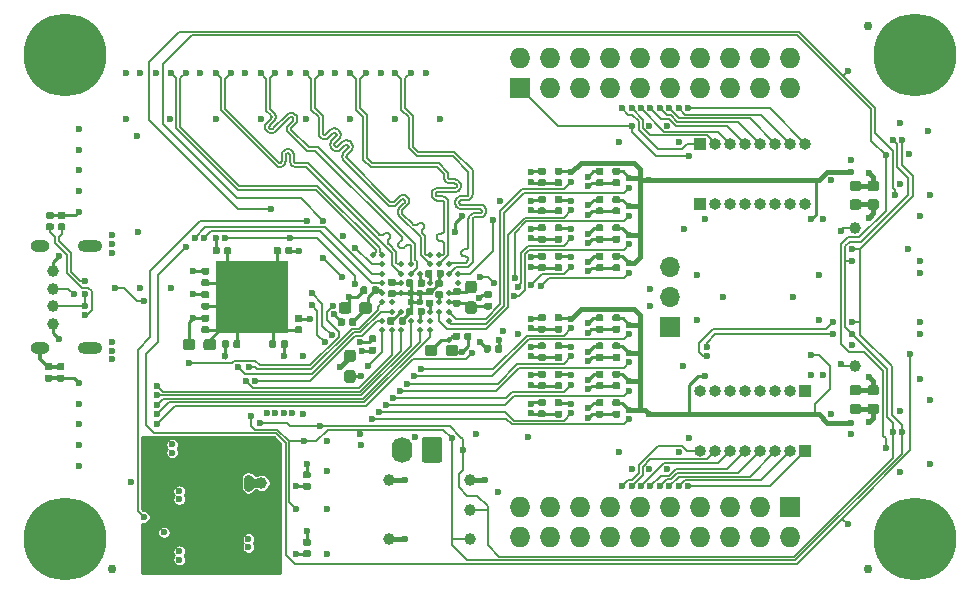
<source format=gbr>
G04 #@! TF.GenerationSoftware,KiCad,Pcbnew,5.1.5*
G04 #@! TF.CreationDate,2020-04-10T18:53:54+01:00*
G04 #@! TF.ProjectId,glasgow,676c6173-676f-4772-9e6b-696361645f70,rev?*
G04 #@! TF.SameCoordinates,Original*
G04 #@! TF.FileFunction,Copper,L4,Bot*
G04 #@! TF.FilePolarity,Positive*
%FSLAX46Y46*%
G04 Gerber Fmt 4.6, Leading zero omitted, Abs format (unit mm)*
G04 Created by KiCad (PCBNEW 5.1.5) date 2020-04-10 18:53:54*
%MOMM*%
%LPD*%
G04 APERTURE LIST*
%ADD10O,2.100000X1.000000*%
%ADD11O,1.600000X1.000000*%
%ADD12C,0.100000*%
%ADD13O,1.740000X2.200000*%
%ADD14C,1.000000*%
%ADD15R,1.000000X1.600000*%
%ADD16C,0.650000*%
%ADD17O,1.727200X1.727200*%
%ADD18R,1.727200X1.727200*%
%ADD19O,1.000000X1.000000*%
%ADD20R,1.000000X1.000000*%
%ADD21O,1.700000X1.700000*%
%ADD22R,1.700000X1.700000*%
%ADD23C,0.750000*%
%ADD24R,6.100000X6.100000*%
%ADD25C,0.600000*%
%ADD26C,0.800000*%
%ADD27C,7.000000*%
%ADD28C,0.500000*%
%ADD29C,0.150000*%
%ADD30C,0.250000*%
%ADD31C,0.450000*%
%ADD32C,0.300000*%
%ADD33C,0.190000*%
%ADD34C,0.750000*%
%ADD35C,0.254000*%
G04 APERTURE END LIST*
D10*
X56130000Y-99820000D03*
X56130000Y-91180000D03*
D11*
X51950000Y-91180000D03*
X51950000Y-99820000D03*
G04 #@! TA.AperFunction,SMDPad,CuDef*
D12*
G36*
X52936958Y-88270710D02*
G01*
X52951276Y-88272834D01*
X52965317Y-88276351D01*
X52978946Y-88281228D01*
X52992031Y-88287417D01*
X53004447Y-88294858D01*
X53016073Y-88303481D01*
X53026798Y-88313202D01*
X53036519Y-88323927D01*
X53045142Y-88335553D01*
X53052583Y-88347969D01*
X53058772Y-88361054D01*
X53063649Y-88374683D01*
X53067166Y-88388724D01*
X53069290Y-88403042D01*
X53070000Y-88417500D01*
X53070000Y-88712500D01*
X53069290Y-88726958D01*
X53067166Y-88741276D01*
X53063649Y-88755317D01*
X53058772Y-88768946D01*
X53052583Y-88782031D01*
X53045142Y-88794447D01*
X53036519Y-88806073D01*
X53026798Y-88816798D01*
X53016073Y-88826519D01*
X53004447Y-88835142D01*
X52992031Y-88842583D01*
X52978946Y-88848772D01*
X52965317Y-88853649D01*
X52951276Y-88857166D01*
X52936958Y-88859290D01*
X52922500Y-88860000D01*
X52577500Y-88860000D01*
X52563042Y-88859290D01*
X52548724Y-88857166D01*
X52534683Y-88853649D01*
X52521054Y-88848772D01*
X52507969Y-88842583D01*
X52495553Y-88835142D01*
X52483927Y-88826519D01*
X52473202Y-88816798D01*
X52463481Y-88806073D01*
X52454858Y-88794447D01*
X52447417Y-88782031D01*
X52441228Y-88768946D01*
X52436351Y-88755317D01*
X52432834Y-88741276D01*
X52430710Y-88726958D01*
X52430000Y-88712500D01*
X52430000Y-88417500D01*
X52430710Y-88403042D01*
X52432834Y-88388724D01*
X52436351Y-88374683D01*
X52441228Y-88361054D01*
X52447417Y-88347969D01*
X52454858Y-88335553D01*
X52463481Y-88323927D01*
X52473202Y-88313202D01*
X52483927Y-88303481D01*
X52495553Y-88294858D01*
X52507969Y-88287417D01*
X52521054Y-88281228D01*
X52534683Y-88276351D01*
X52548724Y-88272834D01*
X52563042Y-88270710D01*
X52577500Y-88270000D01*
X52922500Y-88270000D01*
X52936958Y-88270710D01*
G37*
G04 #@! TD.AperFunction*
G04 #@! TA.AperFunction,SMDPad,CuDef*
G36*
X52936958Y-89240710D02*
G01*
X52951276Y-89242834D01*
X52965317Y-89246351D01*
X52978946Y-89251228D01*
X52992031Y-89257417D01*
X53004447Y-89264858D01*
X53016073Y-89273481D01*
X53026798Y-89283202D01*
X53036519Y-89293927D01*
X53045142Y-89305553D01*
X53052583Y-89317969D01*
X53058772Y-89331054D01*
X53063649Y-89344683D01*
X53067166Y-89358724D01*
X53069290Y-89373042D01*
X53070000Y-89387500D01*
X53070000Y-89682500D01*
X53069290Y-89696958D01*
X53067166Y-89711276D01*
X53063649Y-89725317D01*
X53058772Y-89738946D01*
X53052583Y-89752031D01*
X53045142Y-89764447D01*
X53036519Y-89776073D01*
X53026798Y-89786798D01*
X53016073Y-89796519D01*
X53004447Y-89805142D01*
X52992031Y-89812583D01*
X52978946Y-89818772D01*
X52965317Y-89823649D01*
X52951276Y-89827166D01*
X52936958Y-89829290D01*
X52922500Y-89830000D01*
X52577500Y-89830000D01*
X52563042Y-89829290D01*
X52548724Y-89827166D01*
X52534683Y-89823649D01*
X52521054Y-89818772D01*
X52507969Y-89812583D01*
X52495553Y-89805142D01*
X52483927Y-89796519D01*
X52473202Y-89786798D01*
X52463481Y-89776073D01*
X52454858Y-89764447D01*
X52447417Y-89752031D01*
X52441228Y-89738946D01*
X52436351Y-89725317D01*
X52432834Y-89711276D01*
X52430710Y-89696958D01*
X52430000Y-89682500D01*
X52430000Y-89387500D01*
X52430710Y-89373042D01*
X52432834Y-89358724D01*
X52436351Y-89344683D01*
X52441228Y-89331054D01*
X52447417Y-89317969D01*
X52454858Y-89305553D01*
X52463481Y-89293927D01*
X52473202Y-89283202D01*
X52483927Y-89273481D01*
X52495553Y-89264858D01*
X52507969Y-89257417D01*
X52521054Y-89251228D01*
X52534683Y-89246351D01*
X52548724Y-89242834D01*
X52563042Y-89240710D01*
X52577500Y-89240000D01*
X52922500Y-89240000D01*
X52936958Y-89240710D01*
G37*
G04 #@! TD.AperFunction*
G04 #@! TA.AperFunction,SMDPad,CuDef*
G36*
X53936958Y-88270710D02*
G01*
X53951276Y-88272834D01*
X53965317Y-88276351D01*
X53978946Y-88281228D01*
X53992031Y-88287417D01*
X54004447Y-88294858D01*
X54016073Y-88303481D01*
X54026798Y-88313202D01*
X54036519Y-88323927D01*
X54045142Y-88335553D01*
X54052583Y-88347969D01*
X54058772Y-88361054D01*
X54063649Y-88374683D01*
X54067166Y-88388724D01*
X54069290Y-88403042D01*
X54070000Y-88417500D01*
X54070000Y-88712500D01*
X54069290Y-88726958D01*
X54067166Y-88741276D01*
X54063649Y-88755317D01*
X54058772Y-88768946D01*
X54052583Y-88782031D01*
X54045142Y-88794447D01*
X54036519Y-88806073D01*
X54026798Y-88816798D01*
X54016073Y-88826519D01*
X54004447Y-88835142D01*
X53992031Y-88842583D01*
X53978946Y-88848772D01*
X53965317Y-88853649D01*
X53951276Y-88857166D01*
X53936958Y-88859290D01*
X53922500Y-88860000D01*
X53577500Y-88860000D01*
X53563042Y-88859290D01*
X53548724Y-88857166D01*
X53534683Y-88853649D01*
X53521054Y-88848772D01*
X53507969Y-88842583D01*
X53495553Y-88835142D01*
X53483927Y-88826519D01*
X53473202Y-88816798D01*
X53463481Y-88806073D01*
X53454858Y-88794447D01*
X53447417Y-88782031D01*
X53441228Y-88768946D01*
X53436351Y-88755317D01*
X53432834Y-88741276D01*
X53430710Y-88726958D01*
X53430000Y-88712500D01*
X53430000Y-88417500D01*
X53430710Y-88403042D01*
X53432834Y-88388724D01*
X53436351Y-88374683D01*
X53441228Y-88361054D01*
X53447417Y-88347969D01*
X53454858Y-88335553D01*
X53463481Y-88323927D01*
X53473202Y-88313202D01*
X53483927Y-88303481D01*
X53495553Y-88294858D01*
X53507969Y-88287417D01*
X53521054Y-88281228D01*
X53534683Y-88276351D01*
X53548724Y-88272834D01*
X53563042Y-88270710D01*
X53577500Y-88270000D01*
X53922500Y-88270000D01*
X53936958Y-88270710D01*
G37*
G04 #@! TD.AperFunction*
G04 #@! TA.AperFunction,SMDPad,CuDef*
G36*
X53936958Y-89240710D02*
G01*
X53951276Y-89242834D01*
X53965317Y-89246351D01*
X53978946Y-89251228D01*
X53992031Y-89257417D01*
X54004447Y-89264858D01*
X54016073Y-89273481D01*
X54026798Y-89283202D01*
X54036519Y-89293927D01*
X54045142Y-89305553D01*
X54052583Y-89317969D01*
X54058772Y-89331054D01*
X54063649Y-89344683D01*
X54067166Y-89358724D01*
X54069290Y-89373042D01*
X54070000Y-89387500D01*
X54070000Y-89682500D01*
X54069290Y-89696958D01*
X54067166Y-89711276D01*
X54063649Y-89725317D01*
X54058772Y-89738946D01*
X54052583Y-89752031D01*
X54045142Y-89764447D01*
X54036519Y-89776073D01*
X54026798Y-89786798D01*
X54016073Y-89796519D01*
X54004447Y-89805142D01*
X53992031Y-89812583D01*
X53978946Y-89818772D01*
X53965317Y-89823649D01*
X53951276Y-89827166D01*
X53936958Y-89829290D01*
X53922500Y-89830000D01*
X53577500Y-89830000D01*
X53563042Y-89829290D01*
X53548724Y-89827166D01*
X53534683Y-89823649D01*
X53521054Y-89818772D01*
X53507969Y-89812583D01*
X53495553Y-89805142D01*
X53483927Y-89796519D01*
X53473202Y-89786798D01*
X53463481Y-89776073D01*
X53454858Y-89764447D01*
X53447417Y-89752031D01*
X53441228Y-89738946D01*
X53436351Y-89725317D01*
X53432834Y-89711276D01*
X53430710Y-89696958D01*
X53430000Y-89682500D01*
X53430000Y-89387500D01*
X53430710Y-89373042D01*
X53432834Y-89358724D01*
X53436351Y-89344683D01*
X53441228Y-89331054D01*
X53447417Y-89317969D01*
X53454858Y-89305553D01*
X53463481Y-89293927D01*
X53473202Y-89283202D01*
X53483927Y-89273481D01*
X53495553Y-89264858D01*
X53507969Y-89257417D01*
X53521054Y-89251228D01*
X53534683Y-89246351D01*
X53548724Y-89242834D01*
X53563042Y-89240710D01*
X53577500Y-89240000D01*
X53922500Y-89240000D01*
X53936958Y-89240710D01*
G37*
G04 #@! TD.AperFunction*
G04 #@! TA.AperFunction,ComponentPad*
G36*
X85744505Y-107301204D02*
G01*
X85768773Y-107304804D01*
X85792572Y-107310765D01*
X85815671Y-107319030D01*
X85837850Y-107329520D01*
X85858893Y-107342132D01*
X85878599Y-107356747D01*
X85896777Y-107373223D01*
X85913253Y-107391401D01*
X85927868Y-107411107D01*
X85940480Y-107432150D01*
X85950970Y-107454329D01*
X85959235Y-107477428D01*
X85965196Y-107501227D01*
X85968796Y-107525495D01*
X85970000Y-107549999D01*
X85970000Y-109250001D01*
X85968796Y-109274505D01*
X85965196Y-109298773D01*
X85959235Y-109322572D01*
X85950970Y-109345671D01*
X85940480Y-109367850D01*
X85927868Y-109388893D01*
X85913253Y-109408599D01*
X85896777Y-109426777D01*
X85878599Y-109443253D01*
X85858893Y-109457868D01*
X85837850Y-109470480D01*
X85815671Y-109480970D01*
X85792572Y-109489235D01*
X85768773Y-109495196D01*
X85744505Y-109498796D01*
X85720001Y-109500000D01*
X84479999Y-109500000D01*
X84455495Y-109498796D01*
X84431227Y-109495196D01*
X84407428Y-109489235D01*
X84384329Y-109480970D01*
X84362150Y-109470480D01*
X84341107Y-109457868D01*
X84321401Y-109443253D01*
X84303223Y-109426777D01*
X84286747Y-109408599D01*
X84272132Y-109388893D01*
X84259520Y-109367850D01*
X84249030Y-109345671D01*
X84240765Y-109322572D01*
X84234804Y-109298773D01*
X84231204Y-109274505D01*
X84230000Y-109250001D01*
X84230000Y-107549999D01*
X84231204Y-107525495D01*
X84234804Y-107501227D01*
X84240765Y-107477428D01*
X84249030Y-107454329D01*
X84259520Y-107432150D01*
X84272132Y-107411107D01*
X84286747Y-107391401D01*
X84303223Y-107373223D01*
X84321401Y-107356747D01*
X84341107Y-107342132D01*
X84362150Y-107329520D01*
X84384329Y-107319030D01*
X84407428Y-107310765D01*
X84431227Y-107304804D01*
X84455495Y-107301204D01*
X84479999Y-107300000D01*
X85720001Y-107300000D01*
X85744505Y-107301204D01*
G37*
G04 #@! TD.AperFunction*
D13*
X82560000Y-108400000D03*
D14*
X53003978Y-94750527D03*
X120900000Y-89650000D03*
X120900000Y-101350000D03*
G04 #@! TA.AperFunction,SMDPad,CuDef*
D12*
G36*
X121227691Y-85626053D02*
G01*
X121248926Y-85629203D01*
X121269750Y-85634419D01*
X121289962Y-85641651D01*
X121309368Y-85650830D01*
X121327781Y-85661866D01*
X121345024Y-85674654D01*
X121360930Y-85689070D01*
X121375346Y-85704976D01*
X121388134Y-85722219D01*
X121399170Y-85740632D01*
X121408349Y-85760038D01*
X121415581Y-85780250D01*
X121420797Y-85801074D01*
X121423947Y-85822309D01*
X121425000Y-85843750D01*
X121425000Y-86281250D01*
X121423947Y-86302691D01*
X121420797Y-86323926D01*
X121415581Y-86344750D01*
X121408349Y-86364962D01*
X121399170Y-86384368D01*
X121388134Y-86402781D01*
X121375346Y-86420024D01*
X121360930Y-86435930D01*
X121345024Y-86450346D01*
X121327781Y-86463134D01*
X121309368Y-86474170D01*
X121289962Y-86483349D01*
X121269750Y-86490581D01*
X121248926Y-86495797D01*
X121227691Y-86498947D01*
X121206250Y-86500000D01*
X120693750Y-86500000D01*
X120672309Y-86498947D01*
X120651074Y-86495797D01*
X120630250Y-86490581D01*
X120610038Y-86483349D01*
X120590632Y-86474170D01*
X120572219Y-86463134D01*
X120554976Y-86450346D01*
X120539070Y-86435930D01*
X120524654Y-86420024D01*
X120511866Y-86402781D01*
X120500830Y-86384368D01*
X120491651Y-86364962D01*
X120484419Y-86344750D01*
X120479203Y-86323926D01*
X120476053Y-86302691D01*
X120475000Y-86281250D01*
X120475000Y-85843750D01*
X120476053Y-85822309D01*
X120479203Y-85801074D01*
X120484419Y-85780250D01*
X120491651Y-85760038D01*
X120500830Y-85740632D01*
X120511866Y-85722219D01*
X120524654Y-85704976D01*
X120539070Y-85689070D01*
X120554976Y-85674654D01*
X120572219Y-85661866D01*
X120590632Y-85650830D01*
X120610038Y-85641651D01*
X120630250Y-85634419D01*
X120651074Y-85629203D01*
X120672309Y-85626053D01*
X120693750Y-85625000D01*
X121206250Y-85625000D01*
X121227691Y-85626053D01*
G37*
G04 #@! TD.AperFunction*
G04 #@! TA.AperFunction,SMDPad,CuDef*
G36*
X121227691Y-87201053D02*
G01*
X121248926Y-87204203D01*
X121269750Y-87209419D01*
X121289962Y-87216651D01*
X121309368Y-87225830D01*
X121327781Y-87236866D01*
X121345024Y-87249654D01*
X121360930Y-87264070D01*
X121375346Y-87279976D01*
X121388134Y-87297219D01*
X121399170Y-87315632D01*
X121408349Y-87335038D01*
X121415581Y-87355250D01*
X121420797Y-87376074D01*
X121423947Y-87397309D01*
X121425000Y-87418750D01*
X121425000Y-87856250D01*
X121423947Y-87877691D01*
X121420797Y-87898926D01*
X121415581Y-87919750D01*
X121408349Y-87939962D01*
X121399170Y-87959368D01*
X121388134Y-87977781D01*
X121375346Y-87995024D01*
X121360930Y-88010930D01*
X121345024Y-88025346D01*
X121327781Y-88038134D01*
X121309368Y-88049170D01*
X121289962Y-88058349D01*
X121269750Y-88065581D01*
X121248926Y-88070797D01*
X121227691Y-88073947D01*
X121206250Y-88075000D01*
X120693750Y-88075000D01*
X120672309Y-88073947D01*
X120651074Y-88070797D01*
X120630250Y-88065581D01*
X120610038Y-88058349D01*
X120590632Y-88049170D01*
X120572219Y-88038134D01*
X120554976Y-88025346D01*
X120539070Y-88010930D01*
X120524654Y-87995024D01*
X120511866Y-87977781D01*
X120500830Y-87959368D01*
X120491651Y-87939962D01*
X120484419Y-87919750D01*
X120479203Y-87898926D01*
X120476053Y-87877691D01*
X120475000Y-87856250D01*
X120475000Y-87418750D01*
X120476053Y-87397309D01*
X120479203Y-87376074D01*
X120484419Y-87355250D01*
X120491651Y-87335038D01*
X120500830Y-87315632D01*
X120511866Y-87297219D01*
X120524654Y-87279976D01*
X120539070Y-87264070D01*
X120554976Y-87249654D01*
X120572219Y-87236866D01*
X120590632Y-87225830D01*
X120610038Y-87216651D01*
X120630250Y-87209419D01*
X120651074Y-87204203D01*
X120672309Y-87201053D01*
X120693750Y-87200000D01*
X121206250Y-87200000D01*
X121227691Y-87201053D01*
G37*
G04 #@! TD.AperFunction*
G04 #@! TA.AperFunction,SMDPad,CuDef*
G36*
X121227691Y-104501053D02*
G01*
X121248926Y-104504203D01*
X121269750Y-104509419D01*
X121289962Y-104516651D01*
X121309368Y-104525830D01*
X121327781Y-104536866D01*
X121345024Y-104549654D01*
X121360930Y-104564070D01*
X121375346Y-104579976D01*
X121388134Y-104597219D01*
X121399170Y-104615632D01*
X121408349Y-104635038D01*
X121415581Y-104655250D01*
X121420797Y-104676074D01*
X121423947Y-104697309D01*
X121425000Y-104718750D01*
X121425000Y-105156250D01*
X121423947Y-105177691D01*
X121420797Y-105198926D01*
X121415581Y-105219750D01*
X121408349Y-105239962D01*
X121399170Y-105259368D01*
X121388134Y-105277781D01*
X121375346Y-105295024D01*
X121360930Y-105310930D01*
X121345024Y-105325346D01*
X121327781Y-105338134D01*
X121309368Y-105349170D01*
X121289962Y-105358349D01*
X121269750Y-105365581D01*
X121248926Y-105370797D01*
X121227691Y-105373947D01*
X121206250Y-105375000D01*
X120693750Y-105375000D01*
X120672309Y-105373947D01*
X120651074Y-105370797D01*
X120630250Y-105365581D01*
X120610038Y-105358349D01*
X120590632Y-105349170D01*
X120572219Y-105338134D01*
X120554976Y-105325346D01*
X120539070Y-105310930D01*
X120524654Y-105295024D01*
X120511866Y-105277781D01*
X120500830Y-105259368D01*
X120491651Y-105239962D01*
X120484419Y-105219750D01*
X120479203Y-105198926D01*
X120476053Y-105177691D01*
X120475000Y-105156250D01*
X120475000Y-104718750D01*
X120476053Y-104697309D01*
X120479203Y-104676074D01*
X120484419Y-104655250D01*
X120491651Y-104635038D01*
X120500830Y-104615632D01*
X120511866Y-104597219D01*
X120524654Y-104579976D01*
X120539070Y-104564070D01*
X120554976Y-104549654D01*
X120572219Y-104536866D01*
X120590632Y-104525830D01*
X120610038Y-104516651D01*
X120630250Y-104509419D01*
X120651074Y-104504203D01*
X120672309Y-104501053D01*
X120693750Y-104500000D01*
X121206250Y-104500000D01*
X121227691Y-104501053D01*
G37*
G04 #@! TD.AperFunction*
G04 #@! TA.AperFunction,SMDPad,CuDef*
G36*
X121227691Y-102926053D02*
G01*
X121248926Y-102929203D01*
X121269750Y-102934419D01*
X121289962Y-102941651D01*
X121309368Y-102950830D01*
X121327781Y-102961866D01*
X121345024Y-102974654D01*
X121360930Y-102989070D01*
X121375346Y-103004976D01*
X121388134Y-103022219D01*
X121399170Y-103040632D01*
X121408349Y-103060038D01*
X121415581Y-103080250D01*
X121420797Y-103101074D01*
X121423947Y-103122309D01*
X121425000Y-103143750D01*
X121425000Y-103581250D01*
X121423947Y-103602691D01*
X121420797Y-103623926D01*
X121415581Y-103644750D01*
X121408349Y-103664962D01*
X121399170Y-103684368D01*
X121388134Y-103702781D01*
X121375346Y-103720024D01*
X121360930Y-103735930D01*
X121345024Y-103750346D01*
X121327781Y-103763134D01*
X121309368Y-103774170D01*
X121289962Y-103783349D01*
X121269750Y-103790581D01*
X121248926Y-103795797D01*
X121227691Y-103798947D01*
X121206250Y-103800000D01*
X120693750Y-103800000D01*
X120672309Y-103798947D01*
X120651074Y-103795797D01*
X120630250Y-103790581D01*
X120610038Y-103783349D01*
X120590632Y-103774170D01*
X120572219Y-103763134D01*
X120554976Y-103750346D01*
X120539070Y-103735930D01*
X120524654Y-103720024D01*
X120511866Y-103702781D01*
X120500830Y-103684368D01*
X120491651Y-103664962D01*
X120484419Y-103644750D01*
X120479203Y-103623926D01*
X120476053Y-103602691D01*
X120475000Y-103581250D01*
X120475000Y-103143750D01*
X120476053Y-103122309D01*
X120479203Y-103101074D01*
X120484419Y-103080250D01*
X120491651Y-103060038D01*
X120500830Y-103040632D01*
X120511866Y-103022219D01*
X120524654Y-103004976D01*
X120539070Y-102989070D01*
X120554976Y-102974654D01*
X120572219Y-102961866D01*
X120590632Y-102950830D01*
X120610038Y-102941651D01*
X120630250Y-102934419D01*
X120651074Y-102929203D01*
X120672309Y-102926053D01*
X120693750Y-102925000D01*
X121206250Y-102925000D01*
X121227691Y-102926053D01*
G37*
G04 #@! TD.AperFunction*
G04 #@! TA.AperFunction,SMDPad,CuDef*
G36*
X122727691Y-85626053D02*
G01*
X122748926Y-85629203D01*
X122769750Y-85634419D01*
X122789962Y-85641651D01*
X122809368Y-85650830D01*
X122827781Y-85661866D01*
X122845024Y-85674654D01*
X122860930Y-85689070D01*
X122875346Y-85704976D01*
X122888134Y-85722219D01*
X122899170Y-85740632D01*
X122908349Y-85760038D01*
X122915581Y-85780250D01*
X122920797Y-85801074D01*
X122923947Y-85822309D01*
X122925000Y-85843750D01*
X122925000Y-86281250D01*
X122923947Y-86302691D01*
X122920797Y-86323926D01*
X122915581Y-86344750D01*
X122908349Y-86364962D01*
X122899170Y-86384368D01*
X122888134Y-86402781D01*
X122875346Y-86420024D01*
X122860930Y-86435930D01*
X122845024Y-86450346D01*
X122827781Y-86463134D01*
X122809368Y-86474170D01*
X122789962Y-86483349D01*
X122769750Y-86490581D01*
X122748926Y-86495797D01*
X122727691Y-86498947D01*
X122706250Y-86500000D01*
X122193750Y-86500000D01*
X122172309Y-86498947D01*
X122151074Y-86495797D01*
X122130250Y-86490581D01*
X122110038Y-86483349D01*
X122090632Y-86474170D01*
X122072219Y-86463134D01*
X122054976Y-86450346D01*
X122039070Y-86435930D01*
X122024654Y-86420024D01*
X122011866Y-86402781D01*
X122000830Y-86384368D01*
X121991651Y-86364962D01*
X121984419Y-86344750D01*
X121979203Y-86323926D01*
X121976053Y-86302691D01*
X121975000Y-86281250D01*
X121975000Y-85843750D01*
X121976053Y-85822309D01*
X121979203Y-85801074D01*
X121984419Y-85780250D01*
X121991651Y-85760038D01*
X122000830Y-85740632D01*
X122011866Y-85722219D01*
X122024654Y-85704976D01*
X122039070Y-85689070D01*
X122054976Y-85674654D01*
X122072219Y-85661866D01*
X122090632Y-85650830D01*
X122110038Y-85641651D01*
X122130250Y-85634419D01*
X122151074Y-85629203D01*
X122172309Y-85626053D01*
X122193750Y-85625000D01*
X122706250Y-85625000D01*
X122727691Y-85626053D01*
G37*
G04 #@! TD.AperFunction*
G04 #@! TA.AperFunction,SMDPad,CuDef*
G36*
X122727691Y-87201053D02*
G01*
X122748926Y-87204203D01*
X122769750Y-87209419D01*
X122789962Y-87216651D01*
X122809368Y-87225830D01*
X122827781Y-87236866D01*
X122845024Y-87249654D01*
X122860930Y-87264070D01*
X122875346Y-87279976D01*
X122888134Y-87297219D01*
X122899170Y-87315632D01*
X122908349Y-87335038D01*
X122915581Y-87355250D01*
X122920797Y-87376074D01*
X122923947Y-87397309D01*
X122925000Y-87418750D01*
X122925000Y-87856250D01*
X122923947Y-87877691D01*
X122920797Y-87898926D01*
X122915581Y-87919750D01*
X122908349Y-87939962D01*
X122899170Y-87959368D01*
X122888134Y-87977781D01*
X122875346Y-87995024D01*
X122860930Y-88010930D01*
X122845024Y-88025346D01*
X122827781Y-88038134D01*
X122809368Y-88049170D01*
X122789962Y-88058349D01*
X122769750Y-88065581D01*
X122748926Y-88070797D01*
X122727691Y-88073947D01*
X122706250Y-88075000D01*
X122193750Y-88075000D01*
X122172309Y-88073947D01*
X122151074Y-88070797D01*
X122130250Y-88065581D01*
X122110038Y-88058349D01*
X122090632Y-88049170D01*
X122072219Y-88038134D01*
X122054976Y-88025346D01*
X122039070Y-88010930D01*
X122024654Y-87995024D01*
X122011866Y-87977781D01*
X122000830Y-87959368D01*
X121991651Y-87939962D01*
X121984419Y-87919750D01*
X121979203Y-87898926D01*
X121976053Y-87877691D01*
X121975000Y-87856250D01*
X121975000Y-87418750D01*
X121976053Y-87397309D01*
X121979203Y-87376074D01*
X121984419Y-87355250D01*
X121991651Y-87335038D01*
X122000830Y-87315632D01*
X122011866Y-87297219D01*
X122024654Y-87279976D01*
X122039070Y-87264070D01*
X122054976Y-87249654D01*
X122072219Y-87236866D01*
X122090632Y-87225830D01*
X122110038Y-87216651D01*
X122130250Y-87209419D01*
X122151074Y-87204203D01*
X122172309Y-87201053D01*
X122193750Y-87200000D01*
X122706250Y-87200000D01*
X122727691Y-87201053D01*
G37*
G04 #@! TD.AperFunction*
G04 #@! TA.AperFunction,SMDPad,CuDef*
G36*
X122727691Y-104501053D02*
G01*
X122748926Y-104504203D01*
X122769750Y-104509419D01*
X122789962Y-104516651D01*
X122809368Y-104525830D01*
X122827781Y-104536866D01*
X122845024Y-104549654D01*
X122860930Y-104564070D01*
X122875346Y-104579976D01*
X122888134Y-104597219D01*
X122899170Y-104615632D01*
X122908349Y-104635038D01*
X122915581Y-104655250D01*
X122920797Y-104676074D01*
X122923947Y-104697309D01*
X122925000Y-104718750D01*
X122925000Y-105156250D01*
X122923947Y-105177691D01*
X122920797Y-105198926D01*
X122915581Y-105219750D01*
X122908349Y-105239962D01*
X122899170Y-105259368D01*
X122888134Y-105277781D01*
X122875346Y-105295024D01*
X122860930Y-105310930D01*
X122845024Y-105325346D01*
X122827781Y-105338134D01*
X122809368Y-105349170D01*
X122789962Y-105358349D01*
X122769750Y-105365581D01*
X122748926Y-105370797D01*
X122727691Y-105373947D01*
X122706250Y-105375000D01*
X122193750Y-105375000D01*
X122172309Y-105373947D01*
X122151074Y-105370797D01*
X122130250Y-105365581D01*
X122110038Y-105358349D01*
X122090632Y-105349170D01*
X122072219Y-105338134D01*
X122054976Y-105325346D01*
X122039070Y-105310930D01*
X122024654Y-105295024D01*
X122011866Y-105277781D01*
X122000830Y-105259368D01*
X121991651Y-105239962D01*
X121984419Y-105219750D01*
X121979203Y-105198926D01*
X121976053Y-105177691D01*
X121975000Y-105156250D01*
X121975000Y-104718750D01*
X121976053Y-104697309D01*
X121979203Y-104676074D01*
X121984419Y-104655250D01*
X121991651Y-104635038D01*
X122000830Y-104615632D01*
X122011866Y-104597219D01*
X122024654Y-104579976D01*
X122039070Y-104564070D01*
X122054976Y-104549654D01*
X122072219Y-104536866D01*
X122090632Y-104525830D01*
X122110038Y-104516651D01*
X122130250Y-104509419D01*
X122151074Y-104504203D01*
X122172309Y-104501053D01*
X122193750Y-104500000D01*
X122706250Y-104500000D01*
X122727691Y-104501053D01*
G37*
G04 #@! TD.AperFunction*
G04 #@! TA.AperFunction,SMDPad,CuDef*
G36*
X122727691Y-102926053D02*
G01*
X122748926Y-102929203D01*
X122769750Y-102934419D01*
X122789962Y-102941651D01*
X122809368Y-102950830D01*
X122827781Y-102961866D01*
X122845024Y-102974654D01*
X122860930Y-102989070D01*
X122875346Y-103004976D01*
X122888134Y-103022219D01*
X122899170Y-103040632D01*
X122908349Y-103060038D01*
X122915581Y-103080250D01*
X122920797Y-103101074D01*
X122923947Y-103122309D01*
X122925000Y-103143750D01*
X122925000Y-103581250D01*
X122923947Y-103602691D01*
X122920797Y-103623926D01*
X122915581Y-103644750D01*
X122908349Y-103664962D01*
X122899170Y-103684368D01*
X122888134Y-103702781D01*
X122875346Y-103720024D01*
X122860930Y-103735930D01*
X122845024Y-103750346D01*
X122827781Y-103763134D01*
X122809368Y-103774170D01*
X122789962Y-103783349D01*
X122769750Y-103790581D01*
X122748926Y-103795797D01*
X122727691Y-103798947D01*
X122706250Y-103800000D01*
X122193750Y-103800000D01*
X122172309Y-103798947D01*
X122151074Y-103795797D01*
X122130250Y-103790581D01*
X122110038Y-103783349D01*
X122090632Y-103774170D01*
X122072219Y-103763134D01*
X122054976Y-103750346D01*
X122039070Y-103735930D01*
X122024654Y-103720024D01*
X122011866Y-103702781D01*
X122000830Y-103684368D01*
X121991651Y-103664962D01*
X121984419Y-103644750D01*
X121979203Y-103623926D01*
X121976053Y-103602691D01*
X121975000Y-103581250D01*
X121975000Y-103143750D01*
X121976053Y-103122309D01*
X121979203Y-103101074D01*
X121984419Y-103080250D01*
X121991651Y-103060038D01*
X122000830Y-103040632D01*
X122011866Y-103022219D01*
X122024654Y-103004976D01*
X122039070Y-102989070D01*
X122054976Y-102974654D01*
X122072219Y-102961866D01*
X122090632Y-102950830D01*
X122110038Y-102941651D01*
X122130250Y-102934419D01*
X122151074Y-102929203D01*
X122172309Y-102926053D01*
X122193750Y-102925000D01*
X122706250Y-102925000D01*
X122727691Y-102926053D01*
G37*
G04 #@! TD.AperFunction*
D15*
X65900000Y-109900000D03*
D16*
X65900000Y-109500000D03*
X65900000Y-110300000D03*
D15*
X65900000Y-115000000D03*
D16*
X65900000Y-114600000D03*
X65900000Y-115400000D03*
D14*
X70650000Y-111200000D03*
X53003978Y-96250527D03*
X53003978Y-97750527D03*
X53003978Y-93250527D03*
D17*
X115430000Y-75230000D03*
X115430000Y-77770000D03*
X112890000Y-75230000D03*
X112890000Y-77770000D03*
X110350000Y-75230000D03*
X110350000Y-77770000D03*
X107810000Y-75230000D03*
X107810000Y-77770000D03*
X105270000Y-75230000D03*
X105270000Y-77770000D03*
X102730000Y-75230000D03*
X102730000Y-77770000D03*
X100190000Y-75230000D03*
X100190000Y-77770000D03*
X97650000Y-75230000D03*
X97650000Y-77770000D03*
X95110000Y-75230000D03*
X95110000Y-77770000D03*
X92570000Y-75230000D03*
D18*
X92570000Y-77770000D03*
D19*
X107810000Y-103420000D03*
X109080000Y-103420000D03*
X110350000Y-103420000D03*
X111620000Y-103420000D03*
X112890000Y-103420000D03*
X114160000Y-103420000D03*
X115430000Y-103420000D03*
D20*
X116700000Y-103420000D03*
D19*
X107810000Y-108500000D03*
X109080000Y-108500000D03*
X110350000Y-108500000D03*
X111620000Y-108500000D03*
X112890000Y-108500000D03*
X114160000Y-108500000D03*
X115430000Y-108500000D03*
D20*
X116700000Y-108500000D03*
D14*
X81500000Y-116000000D03*
X81500000Y-111000000D03*
X88300000Y-116000000D03*
X88300000Y-113500000D03*
X88300000Y-111000000D03*
D21*
X105270000Y-92960000D03*
X105270000Y-95500000D03*
D22*
X105270000Y-98040000D03*
G04 #@! TA.AperFunction,SMDPad,CuDef*
D12*
G36*
X89926958Y-99530710D02*
G01*
X89941276Y-99532834D01*
X89955317Y-99536351D01*
X89968946Y-99541228D01*
X89982031Y-99547417D01*
X89994447Y-99554858D01*
X90006073Y-99563481D01*
X90016798Y-99573202D01*
X90026519Y-99583927D01*
X90035142Y-99595553D01*
X90042583Y-99607969D01*
X90048772Y-99621054D01*
X90053649Y-99634683D01*
X90057166Y-99648724D01*
X90059290Y-99663042D01*
X90060000Y-99677500D01*
X90060000Y-100022500D01*
X90059290Y-100036958D01*
X90057166Y-100051276D01*
X90053649Y-100065317D01*
X90048772Y-100078946D01*
X90042583Y-100092031D01*
X90035142Y-100104447D01*
X90026519Y-100116073D01*
X90016798Y-100126798D01*
X90006073Y-100136519D01*
X89994447Y-100145142D01*
X89982031Y-100152583D01*
X89968946Y-100158772D01*
X89955317Y-100163649D01*
X89941276Y-100167166D01*
X89926958Y-100169290D01*
X89912500Y-100170000D01*
X89617500Y-100170000D01*
X89603042Y-100169290D01*
X89588724Y-100167166D01*
X89574683Y-100163649D01*
X89561054Y-100158772D01*
X89547969Y-100152583D01*
X89535553Y-100145142D01*
X89523927Y-100136519D01*
X89513202Y-100126798D01*
X89503481Y-100116073D01*
X89494858Y-100104447D01*
X89487417Y-100092031D01*
X89481228Y-100078946D01*
X89476351Y-100065317D01*
X89472834Y-100051276D01*
X89470710Y-100036958D01*
X89470000Y-100022500D01*
X89470000Y-99677500D01*
X89470710Y-99663042D01*
X89472834Y-99648724D01*
X89476351Y-99634683D01*
X89481228Y-99621054D01*
X89487417Y-99607969D01*
X89494858Y-99595553D01*
X89503481Y-99583927D01*
X89513202Y-99573202D01*
X89523927Y-99563481D01*
X89535553Y-99554858D01*
X89547969Y-99547417D01*
X89561054Y-99541228D01*
X89574683Y-99536351D01*
X89588724Y-99532834D01*
X89603042Y-99530710D01*
X89617500Y-99530000D01*
X89912500Y-99530000D01*
X89926958Y-99530710D01*
G37*
G04 #@! TD.AperFunction*
G04 #@! TA.AperFunction,SMDPad,CuDef*
G36*
X90896958Y-99530710D02*
G01*
X90911276Y-99532834D01*
X90925317Y-99536351D01*
X90938946Y-99541228D01*
X90952031Y-99547417D01*
X90964447Y-99554858D01*
X90976073Y-99563481D01*
X90986798Y-99573202D01*
X90996519Y-99583927D01*
X91005142Y-99595553D01*
X91012583Y-99607969D01*
X91018772Y-99621054D01*
X91023649Y-99634683D01*
X91027166Y-99648724D01*
X91029290Y-99663042D01*
X91030000Y-99677500D01*
X91030000Y-100022500D01*
X91029290Y-100036958D01*
X91027166Y-100051276D01*
X91023649Y-100065317D01*
X91018772Y-100078946D01*
X91012583Y-100092031D01*
X91005142Y-100104447D01*
X90996519Y-100116073D01*
X90986798Y-100126798D01*
X90976073Y-100136519D01*
X90964447Y-100145142D01*
X90952031Y-100152583D01*
X90938946Y-100158772D01*
X90925317Y-100163649D01*
X90911276Y-100167166D01*
X90896958Y-100169290D01*
X90882500Y-100170000D01*
X90587500Y-100170000D01*
X90573042Y-100169290D01*
X90558724Y-100167166D01*
X90544683Y-100163649D01*
X90531054Y-100158772D01*
X90517969Y-100152583D01*
X90505553Y-100145142D01*
X90493927Y-100136519D01*
X90483202Y-100126798D01*
X90473481Y-100116073D01*
X90464858Y-100104447D01*
X90457417Y-100092031D01*
X90451228Y-100078946D01*
X90446351Y-100065317D01*
X90442834Y-100051276D01*
X90440710Y-100036958D01*
X90440000Y-100022500D01*
X90440000Y-99677500D01*
X90440710Y-99663042D01*
X90442834Y-99648724D01*
X90446351Y-99634683D01*
X90451228Y-99621054D01*
X90457417Y-99607969D01*
X90464858Y-99595553D01*
X90473481Y-99583927D01*
X90483202Y-99573202D01*
X90493927Y-99563481D01*
X90505553Y-99554858D01*
X90517969Y-99547417D01*
X90531054Y-99541228D01*
X90544683Y-99536351D01*
X90558724Y-99532834D01*
X90573042Y-99530710D01*
X90587500Y-99530000D01*
X90882500Y-99530000D01*
X90896958Y-99530710D01*
G37*
G04 #@! TD.AperFunction*
D23*
X122000000Y-118500000D03*
D17*
X92570000Y-115770000D03*
X92570000Y-113230000D03*
X95110000Y-115770000D03*
X95110000Y-113230000D03*
X97650000Y-115770000D03*
X97650000Y-113230000D03*
X100190000Y-115770000D03*
X100190000Y-113230000D03*
X102730000Y-115770000D03*
X102730000Y-113230000D03*
X105270000Y-115770000D03*
X105270000Y-113230000D03*
X107810000Y-115770000D03*
X107810000Y-113230000D03*
X110350000Y-115770000D03*
X110350000Y-113230000D03*
X112890000Y-115770000D03*
X112890000Y-113230000D03*
X115430000Y-115770000D03*
D18*
X115430000Y-113230000D03*
D19*
X116690000Y-87600000D03*
X115420000Y-87600000D03*
X114150000Y-87600000D03*
X112880000Y-87600000D03*
X111610000Y-87600000D03*
X110340000Y-87600000D03*
X109070000Y-87600000D03*
D20*
X107800000Y-87600000D03*
D19*
X116690000Y-82500000D03*
X115420000Y-82500000D03*
X114150000Y-82500000D03*
X112880000Y-82500000D03*
X111610000Y-82500000D03*
X110340000Y-82500000D03*
X109070000Y-82500000D03*
D20*
X107800000Y-82500000D03*
G04 #@! TA.AperFunction,SMDPad,CuDef*
D12*
G36*
X95986958Y-92690710D02*
G01*
X96001276Y-92692834D01*
X96015317Y-92696351D01*
X96028946Y-92701228D01*
X96042031Y-92707417D01*
X96054447Y-92714858D01*
X96066073Y-92723481D01*
X96076798Y-92733202D01*
X96086519Y-92743927D01*
X96095142Y-92755553D01*
X96102583Y-92767969D01*
X96108772Y-92781054D01*
X96113649Y-92794683D01*
X96117166Y-92808724D01*
X96119290Y-92823042D01*
X96120000Y-92837500D01*
X96120000Y-93132500D01*
X96119290Y-93146958D01*
X96117166Y-93161276D01*
X96113649Y-93175317D01*
X96108772Y-93188946D01*
X96102583Y-93202031D01*
X96095142Y-93214447D01*
X96086519Y-93226073D01*
X96076798Y-93236798D01*
X96066073Y-93246519D01*
X96054447Y-93255142D01*
X96042031Y-93262583D01*
X96028946Y-93268772D01*
X96015317Y-93273649D01*
X96001276Y-93277166D01*
X95986958Y-93279290D01*
X95972500Y-93280000D01*
X95627500Y-93280000D01*
X95613042Y-93279290D01*
X95598724Y-93277166D01*
X95584683Y-93273649D01*
X95571054Y-93268772D01*
X95557969Y-93262583D01*
X95545553Y-93255142D01*
X95533927Y-93246519D01*
X95523202Y-93236798D01*
X95513481Y-93226073D01*
X95504858Y-93214447D01*
X95497417Y-93202031D01*
X95491228Y-93188946D01*
X95486351Y-93175317D01*
X95482834Y-93161276D01*
X95480710Y-93146958D01*
X95480000Y-93132500D01*
X95480000Y-92837500D01*
X95480710Y-92823042D01*
X95482834Y-92808724D01*
X95486351Y-92794683D01*
X95491228Y-92781054D01*
X95497417Y-92767969D01*
X95504858Y-92755553D01*
X95513481Y-92743927D01*
X95523202Y-92733202D01*
X95533927Y-92723481D01*
X95545553Y-92714858D01*
X95557969Y-92707417D01*
X95571054Y-92701228D01*
X95584683Y-92696351D01*
X95598724Y-92692834D01*
X95613042Y-92690710D01*
X95627500Y-92690000D01*
X95972500Y-92690000D01*
X95986958Y-92690710D01*
G37*
G04 #@! TD.AperFunction*
G04 #@! TA.AperFunction,SMDPad,CuDef*
G36*
X95986958Y-91720710D02*
G01*
X96001276Y-91722834D01*
X96015317Y-91726351D01*
X96028946Y-91731228D01*
X96042031Y-91737417D01*
X96054447Y-91744858D01*
X96066073Y-91753481D01*
X96076798Y-91763202D01*
X96086519Y-91773927D01*
X96095142Y-91785553D01*
X96102583Y-91797969D01*
X96108772Y-91811054D01*
X96113649Y-91824683D01*
X96117166Y-91838724D01*
X96119290Y-91853042D01*
X96120000Y-91867500D01*
X96120000Y-92162500D01*
X96119290Y-92176958D01*
X96117166Y-92191276D01*
X96113649Y-92205317D01*
X96108772Y-92218946D01*
X96102583Y-92232031D01*
X96095142Y-92244447D01*
X96086519Y-92256073D01*
X96076798Y-92266798D01*
X96066073Y-92276519D01*
X96054447Y-92285142D01*
X96042031Y-92292583D01*
X96028946Y-92298772D01*
X96015317Y-92303649D01*
X96001276Y-92307166D01*
X95986958Y-92309290D01*
X95972500Y-92310000D01*
X95627500Y-92310000D01*
X95613042Y-92309290D01*
X95598724Y-92307166D01*
X95584683Y-92303649D01*
X95571054Y-92298772D01*
X95557969Y-92292583D01*
X95545553Y-92285142D01*
X95533927Y-92276519D01*
X95523202Y-92266798D01*
X95513481Y-92256073D01*
X95504858Y-92244447D01*
X95497417Y-92232031D01*
X95491228Y-92218946D01*
X95486351Y-92205317D01*
X95482834Y-92191276D01*
X95480710Y-92176958D01*
X95480000Y-92162500D01*
X95480000Y-91867500D01*
X95480710Y-91853042D01*
X95482834Y-91838724D01*
X95486351Y-91824683D01*
X95491228Y-91811054D01*
X95497417Y-91797969D01*
X95504858Y-91785553D01*
X95513481Y-91773927D01*
X95523202Y-91763202D01*
X95533927Y-91753481D01*
X95545553Y-91744858D01*
X95557969Y-91737417D01*
X95571054Y-91731228D01*
X95584683Y-91726351D01*
X95598724Y-91722834D01*
X95613042Y-91720710D01*
X95627500Y-91720000D01*
X95972500Y-91720000D01*
X95986958Y-91720710D01*
G37*
G04 #@! TD.AperFunction*
G04 #@! TA.AperFunction,SMDPad,CuDef*
G36*
X99486958Y-90290710D02*
G01*
X99501276Y-90292834D01*
X99515317Y-90296351D01*
X99528946Y-90301228D01*
X99542031Y-90307417D01*
X99554447Y-90314858D01*
X99566073Y-90323481D01*
X99576798Y-90333202D01*
X99586519Y-90343927D01*
X99595142Y-90355553D01*
X99602583Y-90367969D01*
X99608772Y-90381054D01*
X99613649Y-90394683D01*
X99617166Y-90408724D01*
X99619290Y-90423042D01*
X99620000Y-90437500D01*
X99620000Y-90732500D01*
X99619290Y-90746958D01*
X99617166Y-90761276D01*
X99613649Y-90775317D01*
X99608772Y-90788946D01*
X99602583Y-90802031D01*
X99595142Y-90814447D01*
X99586519Y-90826073D01*
X99576798Y-90836798D01*
X99566073Y-90846519D01*
X99554447Y-90855142D01*
X99542031Y-90862583D01*
X99528946Y-90868772D01*
X99515317Y-90873649D01*
X99501276Y-90877166D01*
X99486958Y-90879290D01*
X99472500Y-90880000D01*
X99127500Y-90880000D01*
X99113042Y-90879290D01*
X99098724Y-90877166D01*
X99084683Y-90873649D01*
X99071054Y-90868772D01*
X99057969Y-90862583D01*
X99045553Y-90855142D01*
X99033927Y-90846519D01*
X99023202Y-90836798D01*
X99013481Y-90826073D01*
X99004858Y-90814447D01*
X98997417Y-90802031D01*
X98991228Y-90788946D01*
X98986351Y-90775317D01*
X98982834Y-90761276D01*
X98980710Y-90746958D01*
X98980000Y-90732500D01*
X98980000Y-90437500D01*
X98980710Y-90423042D01*
X98982834Y-90408724D01*
X98986351Y-90394683D01*
X98991228Y-90381054D01*
X98997417Y-90367969D01*
X99004858Y-90355553D01*
X99013481Y-90343927D01*
X99023202Y-90333202D01*
X99033927Y-90323481D01*
X99045553Y-90314858D01*
X99057969Y-90307417D01*
X99071054Y-90301228D01*
X99084683Y-90296351D01*
X99098724Y-90292834D01*
X99113042Y-90290710D01*
X99127500Y-90290000D01*
X99472500Y-90290000D01*
X99486958Y-90290710D01*
G37*
G04 #@! TD.AperFunction*
G04 #@! TA.AperFunction,SMDPad,CuDef*
G36*
X99486958Y-89320710D02*
G01*
X99501276Y-89322834D01*
X99515317Y-89326351D01*
X99528946Y-89331228D01*
X99542031Y-89337417D01*
X99554447Y-89344858D01*
X99566073Y-89353481D01*
X99576798Y-89363202D01*
X99586519Y-89373927D01*
X99595142Y-89385553D01*
X99602583Y-89397969D01*
X99608772Y-89411054D01*
X99613649Y-89424683D01*
X99617166Y-89438724D01*
X99619290Y-89453042D01*
X99620000Y-89467500D01*
X99620000Y-89762500D01*
X99619290Y-89776958D01*
X99617166Y-89791276D01*
X99613649Y-89805317D01*
X99608772Y-89818946D01*
X99602583Y-89832031D01*
X99595142Y-89844447D01*
X99586519Y-89856073D01*
X99576798Y-89866798D01*
X99566073Y-89876519D01*
X99554447Y-89885142D01*
X99542031Y-89892583D01*
X99528946Y-89898772D01*
X99515317Y-89903649D01*
X99501276Y-89907166D01*
X99486958Y-89909290D01*
X99472500Y-89910000D01*
X99127500Y-89910000D01*
X99113042Y-89909290D01*
X99098724Y-89907166D01*
X99084683Y-89903649D01*
X99071054Y-89898772D01*
X99057969Y-89892583D01*
X99045553Y-89885142D01*
X99033927Y-89876519D01*
X99023202Y-89866798D01*
X99013481Y-89856073D01*
X99004858Y-89844447D01*
X98997417Y-89832031D01*
X98991228Y-89818946D01*
X98986351Y-89805317D01*
X98982834Y-89791276D01*
X98980710Y-89776958D01*
X98980000Y-89762500D01*
X98980000Y-89467500D01*
X98980710Y-89453042D01*
X98982834Y-89438724D01*
X98986351Y-89424683D01*
X98991228Y-89411054D01*
X98997417Y-89397969D01*
X99004858Y-89385553D01*
X99013481Y-89373927D01*
X99023202Y-89363202D01*
X99033927Y-89353481D01*
X99045553Y-89344858D01*
X99057969Y-89337417D01*
X99071054Y-89331228D01*
X99084683Y-89326351D01*
X99098724Y-89322834D01*
X99113042Y-89320710D01*
X99127500Y-89320000D01*
X99472500Y-89320000D01*
X99486958Y-89320710D01*
G37*
G04 #@! TD.AperFunction*
G04 #@! TA.AperFunction,SMDPad,CuDef*
G36*
X99486958Y-87890710D02*
G01*
X99501276Y-87892834D01*
X99515317Y-87896351D01*
X99528946Y-87901228D01*
X99542031Y-87907417D01*
X99554447Y-87914858D01*
X99566073Y-87923481D01*
X99576798Y-87933202D01*
X99586519Y-87943927D01*
X99595142Y-87955553D01*
X99602583Y-87967969D01*
X99608772Y-87981054D01*
X99613649Y-87994683D01*
X99617166Y-88008724D01*
X99619290Y-88023042D01*
X99620000Y-88037500D01*
X99620000Y-88332500D01*
X99619290Y-88346958D01*
X99617166Y-88361276D01*
X99613649Y-88375317D01*
X99608772Y-88388946D01*
X99602583Y-88402031D01*
X99595142Y-88414447D01*
X99586519Y-88426073D01*
X99576798Y-88436798D01*
X99566073Y-88446519D01*
X99554447Y-88455142D01*
X99542031Y-88462583D01*
X99528946Y-88468772D01*
X99515317Y-88473649D01*
X99501276Y-88477166D01*
X99486958Y-88479290D01*
X99472500Y-88480000D01*
X99127500Y-88480000D01*
X99113042Y-88479290D01*
X99098724Y-88477166D01*
X99084683Y-88473649D01*
X99071054Y-88468772D01*
X99057969Y-88462583D01*
X99045553Y-88455142D01*
X99033927Y-88446519D01*
X99023202Y-88436798D01*
X99013481Y-88426073D01*
X99004858Y-88414447D01*
X98997417Y-88402031D01*
X98991228Y-88388946D01*
X98986351Y-88375317D01*
X98982834Y-88361276D01*
X98980710Y-88346958D01*
X98980000Y-88332500D01*
X98980000Y-88037500D01*
X98980710Y-88023042D01*
X98982834Y-88008724D01*
X98986351Y-87994683D01*
X98991228Y-87981054D01*
X98997417Y-87967969D01*
X99004858Y-87955553D01*
X99013481Y-87943927D01*
X99023202Y-87933202D01*
X99033927Y-87923481D01*
X99045553Y-87914858D01*
X99057969Y-87907417D01*
X99071054Y-87901228D01*
X99084683Y-87896351D01*
X99098724Y-87892834D01*
X99113042Y-87890710D01*
X99127500Y-87890000D01*
X99472500Y-87890000D01*
X99486958Y-87890710D01*
G37*
G04 #@! TD.AperFunction*
G04 #@! TA.AperFunction,SMDPad,CuDef*
G36*
X99486958Y-86920710D02*
G01*
X99501276Y-86922834D01*
X99515317Y-86926351D01*
X99528946Y-86931228D01*
X99542031Y-86937417D01*
X99554447Y-86944858D01*
X99566073Y-86953481D01*
X99576798Y-86963202D01*
X99586519Y-86973927D01*
X99595142Y-86985553D01*
X99602583Y-86997969D01*
X99608772Y-87011054D01*
X99613649Y-87024683D01*
X99617166Y-87038724D01*
X99619290Y-87053042D01*
X99620000Y-87067500D01*
X99620000Y-87362500D01*
X99619290Y-87376958D01*
X99617166Y-87391276D01*
X99613649Y-87405317D01*
X99608772Y-87418946D01*
X99602583Y-87432031D01*
X99595142Y-87444447D01*
X99586519Y-87456073D01*
X99576798Y-87466798D01*
X99566073Y-87476519D01*
X99554447Y-87485142D01*
X99542031Y-87492583D01*
X99528946Y-87498772D01*
X99515317Y-87503649D01*
X99501276Y-87507166D01*
X99486958Y-87509290D01*
X99472500Y-87510000D01*
X99127500Y-87510000D01*
X99113042Y-87509290D01*
X99098724Y-87507166D01*
X99084683Y-87503649D01*
X99071054Y-87498772D01*
X99057969Y-87492583D01*
X99045553Y-87485142D01*
X99033927Y-87476519D01*
X99023202Y-87466798D01*
X99013481Y-87456073D01*
X99004858Y-87444447D01*
X98997417Y-87432031D01*
X98991228Y-87418946D01*
X98986351Y-87405317D01*
X98982834Y-87391276D01*
X98980710Y-87376958D01*
X98980000Y-87362500D01*
X98980000Y-87067500D01*
X98980710Y-87053042D01*
X98982834Y-87038724D01*
X98986351Y-87024683D01*
X98991228Y-87011054D01*
X98997417Y-86997969D01*
X99004858Y-86985553D01*
X99013481Y-86973927D01*
X99023202Y-86963202D01*
X99033927Y-86953481D01*
X99045553Y-86944858D01*
X99057969Y-86937417D01*
X99071054Y-86931228D01*
X99084683Y-86926351D01*
X99098724Y-86922834D01*
X99113042Y-86920710D01*
X99127500Y-86920000D01*
X99472500Y-86920000D01*
X99486958Y-86920710D01*
G37*
G04 #@! TD.AperFunction*
G04 #@! TA.AperFunction,SMDPad,CuDef*
G36*
X99486958Y-85490710D02*
G01*
X99501276Y-85492834D01*
X99515317Y-85496351D01*
X99528946Y-85501228D01*
X99542031Y-85507417D01*
X99554447Y-85514858D01*
X99566073Y-85523481D01*
X99576798Y-85533202D01*
X99586519Y-85543927D01*
X99595142Y-85555553D01*
X99602583Y-85567969D01*
X99608772Y-85581054D01*
X99613649Y-85594683D01*
X99617166Y-85608724D01*
X99619290Y-85623042D01*
X99620000Y-85637500D01*
X99620000Y-85932500D01*
X99619290Y-85946958D01*
X99617166Y-85961276D01*
X99613649Y-85975317D01*
X99608772Y-85988946D01*
X99602583Y-86002031D01*
X99595142Y-86014447D01*
X99586519Y-86026073D01*
X99576798Y-86036798D01*
X99566073Y-86046519D01*
X99554447Y-86055142D01*
X99542031Y-86062583D01*
X99528946Y-86068772D01*
X99515317Y-86073649D01*
X99501276Y-86077166D01*
X99486958Y-86079290D01*
X99472500Y-86080000D01*
X99127500Y-86080000D01*
X99113042Y-86079290D01*
X99098724Y-86077166D01*
X99084683Y-86073649D01*
X99071054Y-86068772D01*
X99057969Y-86062583D01*
X99045553Y-86055142D01*
X99033927Y-86046519D01*
X99023202Y-86036798D01*
X99013481Y-86026073D01*
X99004858Y-86014447D01*
X98997417Y-86002031D01*
X98991228Y-85988946D01*
X98986351Y-85975317D01*
X98982834Y-85961276D01*
X98980710Y-85946958D01*
X98980000Y-85932500D01*
X98980000Y-85637500D01*
X98980710Y-85623042D01*
X98982834Y-85608724D01*
X98986351Y-85594683D01*
X98991228Y-85581054D01*
X98997417Y-85567969D01*
X99004858Y-85555553D01*
X99013481Y-85543927D01*
X99023202Y-85533202D01*
X99033927Y-85523481D01*
X99045553Y-85514858D01*
X99057969Y-85507417D01*
X99071054Y-85501228D01*
X99084683Y-85496351D01*
X99098724Y-85492834D01*
X99113042Y-85490710D01*
X99127500Y-85490000D01*
X99472500Y-85490000D01*
X99486958Y-85490710D01*
G37*
G04 #@! TD.AperFunction*
G04 #@! TA.AperFunction,SMDPad,CuDef*
G36*
X99486958Y-84520710D02*
G01*
X99501276Y-84522834D01*
X99515317Y-84526351D01*
X99528946Y-84531228D01*
X99542031Y-84537417D01*
X99554447Y-84544858D01*
X99566073Y-84553481D01*
X99576798Y-84563202D01*
X99586519Y-84573927D01*
X99595142Y-84585553D01*
X99602583Y-84597969D01*
X99608772Y-84611054D01*
X99613649Y-84624683D01*
X99617166Y-84638724D01*
X99619290Y-84653042D01*
X99620000Y-84667500D01*
X99620000Y-84962500D01*
X99619290Y-84976958D01*
X99617166Y-84991276D01*
X99613649Y-85005317D01*
X99608772Y-85018946D01*
X99602583Y-85032031D01*
X99595142Y-85044447D01*
X99586519Y-85056073D01*
X99576798Y-85066798D01*
X99566073Y-85076519D01*
X99554447Y-85085142D01*
X99542031Y-85092583D01*
X99528946Y-85098772D01*
X99515317Y-85103649D01*
X99501276Y-85107166D01*
X99486958Y-85109290D01*
X99472500Y-85110000D01*
X99127500Y-85110000D01*
X99113042Y-85109290D01*
X99098724Y-85107166D01*
X99084683Y-85103649D01*
X99071054Y-85098772D01*
X99057969Y-85092583D01*
X99045553Y-85085142D01*
X99033927Y-85076519D01*
X99023202Y-85066798D01*
X99013481Y-85056073D01*
X99004858Y-85044447D01*
X98997417Y-85032031D01*
X98991228Y-85018946D01*
X98986351Y-85005317D01*
X98982834Y-84991276D01*
X98980710Y-84976958D01*
X98980000Y-84962500D01*
X98980000Y-84667500D01*
X98980710Y-84653042D01*
X98982834Y-84638724D01*
X98986351Y-84624683D01*
X98991228Y-84611054D01*
X98997417Y-84597969D01*
X99004858Y-84585553D01*
X99013481Y-84573927D01*
X99023202Y-84563202D01*
X99033927Y-84553481D01*
X99045553Y-84544858D01*
X99057969Y-84537417D01*
X99071054Y-84531228D01*
X99084683Y-84526351D01*
X99098724Y-84522834D01*
X99113042Y-84520710D01*
X99127500Y-84520000D01*
X99472500Y-84520000D01*
X99486958Y-84520710D01*
G37*
G04 #@! TD.AperFunction*
G04 #@! TA.AperFunction,SMDPad,CuDef*
G36*
X95986958Y-87875710D02*
G01*
X96001276Y-87877834D01*
X96015317Y-87881351D01*
X96028946Y-87886228D01*
X96042031Y-87892417D01*
X96054447Y-87899858D01*
X96066073Y-87908481D01*
X96076798Y-87918202D01*
X96086519Y-87928927D01*
X96095142Y-87940553D01*
X96102583Y-87952969D01*
X96108772Y-87966054D01*
X96113649Y-87979683D01*
X96117166Y-87993724D01*
X96119290Y-88008042D01*
X96120000Y-88022500D01*
X96120000Y-88317500D01*
X96119290Y-88331958D01*
X96117166Y-88346276D01*
X96113649Y-88360317D01*
X96108772Y-88373946D01*
X96102583Y-88387031D01*
X96095142Y-88399447D01*
X96086519Y-88411073D01*
X96076798Y-88421798D01*
X96066073Y-88431519D01*
X96054447Y-88440142D01*
X96042031Y-88447583D01*
X96028946Y-88453772D01*
X96015317Y-88458649D01*
X96001276Y-88462166D01*
X95986958Y-88464290D01*
X95972500Y-88465000D01*
X95627500Y-88465000D01*
X95613042Y-88464290D01*
X95598724Y-88462166D01*
X95584683Y-88458649D01*
X95571054Y-88453772D01*
X95557969Y-88447583D01*
X95545553Y-88440142D01*
X95533927Y-88431519D01*
X95523202Y-88421798D01*
X95513481Y-88411073D01*
X95504858Y-88399447D01*
X95497417Y-88387031D01*
X95491228Y-88373946D01*
X95486351Y-88360317D01*
X95482834Y-88346276D01*
X95480710Y-88331958D01*
X95480000Y-88317500D01*
X95480000Y-88022500D01*
X95480710Y-88008042D01*
X95482834Y-87993724D01*
X95486351Y-87979683D01*
X95491228Y-87966054D01*
X95497417Y-87952969D01*
X95504858Y-87940553D01*
X95513481Y-87928927D01*
X95523202Y-87918202D01*
X95533927Y-87908481D01*
X95545553Y-87899858D01*
X95557969Y-87892417D01*
X95571054Y-87886228D01*
X95584683Y-87881351D01*
X95598724Y-87877834D01*
X95613042Y-87875710D01*
X95627500Y-87875000D01*
X95972500Y-87875000D01*
X95986958Y-87875710D01*
G37*
G04 #@! TD.AperFunction*
G04 #@! TA.AperFunction,SMDPad,CuDef*
G36*
X95986958Y-86905710D02*
G01*
X96001276Y-86907834D01*
X96015317Y-86911351D01*
X96028946Y-86916228D01*
X96042031Y-86922417D01*
X96054447Y-86929858D01*
X96066073Y-86938481D01*
X96076798Y-86948202D01*
X96086519Y-86958927D01*
X96095142Y-86970553D01*
X96102583Y-86982969D01*
X96108772Y-86996054D01*
X96113649Y-87009683D01*
X96117166Y-87023724D01*
X96119290Y-87038042D01*
X96120000Y-87052500D01*
X96120000Y-87347500D01*
X96119290Y-87361958D01*
X96117166Y-87376276D01*
X96113649Y-87390317D01*
X96108772Y-87403946D01*
X96102583Y-87417031D01*
X96095142Y-87429447D01*
X96086519Y-87441073D01*
X96076798Y-87451798D01*
X96066073Y-87461519D01*
X96054447Y-87470142D01*
X96042031Y-87477583D01*
X96028946Y-87483772D01*
X96015317Y-87488649D01*
X96001276Y-87492166D01*
X95986958Y-87494290D01*
X95972500Y-87495000D01*
X95627500Y-87495000D01*
X95613042Y-87494290D01*
X95598724Y-87492166D01*
X95584683Y-87488649D01*
X95571054Y-87483772D01*
X95557969Y-87477583D01*
X95545553Y-87470142D01*
X95533927Y-87461519D01*
X95523202Y-87451798D01*
X95513481Y-87441073D01*
X95504858Y-87429447D01*
X95497417Y-87417031D01*
X95491228Y-87403946D01*
X95486351Y-87390317D01*
X95482834Y-87376276D01*
X95480710Y-87361958D01*
X95480000Y-87347500D01*
X95480000Y-87052500D01*
X95480710Y-87038042D01*
X95482834Y-87023724D01*
X95486351Y-87009683D01*
X95491228Y-86996054D01*
X95497417Y-86982969D01*
X95504858Y-86970553D01*
X95513481Y-86958927D01*
X95523202Y-86948202D01*
X95533927Y-86938481D01*
X95545553Y-86929858D01*
X95557969Y-86922417D01*
X95571054Y-86916228D01*
X95584683Y-86911351D01*
X95598724Y-86907834D01*
X95613042Y-86905710D01*
X95627500Y-86905000D01*
X95972500Y-86905000D01*
X95986958Y-86905710D01*
G37*
G04 #@! TD.AperFunction*
G04 #@! TA.AperFunction,SMDPad,CuDef*
G36*
X94586958Y-90290710D02*
G01*
X94601276Y-90292834D01*
X94615317Y-90296351D01*
X94628946Y-90301228D01*
X94642031Y-90307417D01*
X94654447Y-90314858D01*
X94666073Y-90323481D01*
X94676798Y-90333202D01*
X94686519Y-90343927D01*
X94695142Y-90355553D01*
X94702583Y-90367969D01*
X94708772Y-90381054D01*
X94713649Y-90394683D01*
X94717166Y-90408724D01*
X94719290Y-90423042D01*
X94720000Y-90437500D01*
X94720000Y-90732500D01*
X94719290Y-90746958D01*
X94717166Y-90761276D01*
X94713649Y-90775317D01*
X94708772Y-90788946D01*
X94702583Y-90802031D01*
X94695142Y-90814447D01*
X94686519Y-90826073D01*
X94676798Y-90836798D01*
X94666073Y-90846519D01*
X94654447Y-90855142D01*
X94642031Y-90862583D01*
X94628946Y-90868772D01*
X94615317Y-90873649D01*
X94601276Y-90877166D01*
X94586958Y-90879290D01*
X94572500Y-90880000D01*
X94227500Y-90880000D01*
X94213042Y-90879290D01*
X94198724Y-90877166D01*
X94184683Y-90873649D01*
X94171054Y-90868772D01*
X94157969Y-90862583D01*
X94145553Y-90855142D01*
X94133927Y-90846519D01*
X94123202Y-90836798D01*
X94113481Y-90826073D01*
X94104858Y-90814447D01*
X94097417Y-90802031D01*
X94091228Y-90788946D01*
X94086351Y-90775317D01*
X94082834Y-90761276D01*
X94080710Y-90746958D01*
X94080000Y-90732500D01*
X94080000Y-90437500D01*
X94080710Y-90423042D01*
X94082834Y-90408724D01*
X94086351Y-90394683D01*
X94091228Y-90381054D01*
X94097417Y-90367969D01*
X94104858Y-90355553D01*
X94113481Y-90343927D01*
X94123202Y-90333202D01*
X94133927Y-90323481D01*
X94145553Y-90314858D01*
X94157969Y-90307417D01*
X94171054Y-90301228D01*
X94184683Y-90296351D01*
X94198724Y-90292834D01*
X94213042Y-90290710D01*
X94227500Y-90290000D01*
X94572500Y-90290000D01*
X94586958Y-90290710D01*
G37*
G04 #@! TD.AperFunction*
G04 #@! TA.AperFunction,SMDPad,CuDef*
G36*
X94586958Y-89320710D02*
G01*
X94601276Y-89322834D01*
X94615317Y-89326351D01*
X94628946Y-89331228D01*
X94642031Y-89337417D01*
X94654447Y-89344858D01*
X94666073Y-89353481D01*
X94676798Y-89363202D01*
X94686519Y-89373927D01*
X94695142Y-89385553D01*
X94702583Y-89397969D01*
X94708772Y-89411054D01*
X94713649Y-89424683D01*
X94717166Y-89438724D01*
X94719290Y-89453042D01*
X94720000Y-89467500D01*
X94720000Y-89762500D01*
X94719290Y-89776958D01*
X94717166Y-89791276D01*
X94713649Y-89805317D01*
X94708772Y-89818946D01*
X94702583Y-89832031D01*
X94695142Y-89844447D01*
X94686519Y-89856073D01*
X94676798Y-89866798D01*
X94666073Y-89876519D01*
X94654447Y-89885142D01*
X94642031Y-89892583D01*
X94628946Y-89898772D01*
X94615317Y-89903649D01*
X94601276Y-89907166D01*
X94586958Y-89909290D01*
X94572500Y-89910000D01*
X94227500Y-89910000D01*
X94213042Y-89909290D01*
X94198724Y-89907166D01*
X94184683Y-89903649D01*
X94171054Y-89898772D01*
X94157969Y-89892583D01*
X94145553Y-89885142D01*
X94133927Y-89876519D01*
X94123202Y-89866798D01*
X94113481Y-89856073D01*
X94104858Y-89844447D01*
X94097417Y-89832031D01*
X94091228Y-89818946D01*
X94086351Y-89805317D01*
X94082834Y-89791276D01*
X94080710Y-89776958D01*
X94080000Y-89762500D01*
X94080000Y-89467500D01*
X94080710Y-89453042D01*
X94082834Y-89438724D01*
X94086351Y-89424683D01*
X94091228Y-89411054D01*
X94097417Y-89397969D01*
X94104858Y-89385553D01*
X94113481Y-89373927D01*
X94123202Y-89363202D01*
X94133927Y-89353481D01*
X94145553Y-89344858D01*
X94157969Y-89337417D01*
X94171054Y-89331228D01*
X94184683Y-89326351D01*
X94198724Y-89322834D01*
X94213042Y-89320710D01*
X94227500Y-89320000D01*
X94572500Y-89320000D01*
X94586958Y-89320710D01*
G37*
G04 #@! TD.AperFunction*
G04 #@! TA.AperFunction,SMDPad,CuDef*
G36*
X94586958Y-92690710D02*
G01*
X94601276Y-92692834D01*
X94615317Y-92696351D01*
X94628946Y-92701228D01*
X94642031Y-92707417D01*
X94654447Y-92714858D01*
X94666073Y-92723481D01*
X94676798Y-92733202D01*
X94686519Y-92743927D01*
X94695142Y-92755553D01*
X94702583Y-92767969D01*
X94708772Y-92781054D01*
X94713649Y-92794683D01*
X94717166Y-92808724D01*
X94719290Y-92823042D01*
X94720000Y-92837500D01*
X94720000Y-93132500D01*
X94719290Y-93146958D01*
X94717166Y-93161276D01*
X94713649Y-93175317D01*
X94708772Y-93188946D01*
X94702583Y-93202031D01*
X94695142Y-93214447D01*
X94686519Y-93226073D01*
X94676798Y-93236798D01*
X94666073Y-93246519D01*
X94654447Y-93255142D01*
X94642031Y-93262583D01*
X94628946Y-93268772D01*
X94615317Y-93273649D01*
X94601276Y-93277166D01*
X94586958Y-93279290D01*
X94572500Y-93280000D01*
X94227500Y-93280000D01*
X94213042Y-93279290D01*
X94198724Y-93277166D01*
X94184683Y-93273649D01*
X94171054Y-93268772D01*
X94157969Y-93262583D01*
X94145553Y-93255142D01*
X94133927Y-93246519D01*
X94123202Y-93236798D01*
X94113481Y-93226073D01*
X94104858Y-93214447D01*
X94097417Y-93202031D01*
X94091228Y-93188946D01*
X94086351Y-93175317D01*
X94082834Y-93161276D01*
X94080710Y-93146958D01*
X94080000Y-93132500D01*
X94080000Y-92837500D01*
X94080710Y-92823042D01*
X94082834Y-92808724D01*
X94086351Y-92794683D01*
X94091228Y-92781054D01*
X94097417Y-92767969D01*
X94104858Y-92755553D01*
X94113481Y-92743927D01*
X94123202Y-92733202D01*
X94133927Y-92723481D01*
X94145553Y-92714858D01*
X94157969Y-92707417D01*
X94171054Y-92701228D01*
X94184683Y-92696351D01*
X94198724Y-92692834D01*
X94213042Y-92690710D01*
X94227500Y-92690000D01*
X94572500Y-92690000D01*
X94586958Y-92690710D01*
G37*
G04 #@! TD.AperFunction*
G04 #@! TA.AperFunction,SMDPad,CuDef*
G36*
X94586958Y-91720710D02*
G01*
X94601276Y-91722834D01*
X94615317Y-91726351D01*
X94628946Y-91731228D01*
X94642031Y-91737417D01*
X94654447Y-91744858D01*
X94666073Y-91753481D01*
X94676798Y-91763202D01*
X94686519Y-91773927D01*
X94695142Y-91785553D01*
X94702583Y-91797969D01*
X94708772Y-91811054D01*
X94713649Y-91824683D01*
X94717166Y-91838724D01*
X94719290Y-91853042D01*
X94720000Y-91867500D01*
X94720000Y-92162500D01*
X94719290Y-92176958D01*
X94717166Y-92191276D01*
X94713649Y-92205317D01*
X94708772Y-92218946D01*
X94702583Y-92232031D01*
X94695142Y-92244447D01*
X94686519Y-92256073D01*
X94676798Y-92266798D01*
X94666073Y-92276519D01*
X94654447Y-92285142D01*
X94642031Y-92292583D01*
X94628946Y-92298772D01*
X94615317Y-92303649D01*
X94601276Y-92307166D01*
X94586958Y-92309290D01*
X94572500Y-92310000D01*
X94227500Y-92310000D01*
X94213042Y-92309290D01*
X94198724Y-92307166D01*
X94184683Y-92303649D01*
X94171054Y-92298772D01*
X94157969Y-92292583D01*
X94145553Y-92285142D01*
X94133927Y-92276519D01*
X94123202Y-92266798D01*
X94113481Y-92256073D01*
X94104858Y-92244447D01*
X94097417Y-92232031D01*
X94091228Y-92218946D01*
X94086351Y-92205317D01*
X94082834Y-92191276D01*
X94080710Y-92176958D01*
X94080000Y-92162500D01*
X94080000Y-91867500D01*
X94080710Y-91853042D01*
X94082834Y-91838724D01*
X94086351Y-91824683D01*
X94091228Y-91811054D01*
X94097417Y-91797969D01*
X94104858Y-91785553D01*
X94113481Y-91773927D01*
X94123202Y-91763202D01*
X94133927Y-91753481D01*
X94145553Y-91744858D01*
X94157969Y-91737417D01*
X94171054Y-91731228D01*
X94184683Y-91726351D01*
X94198724Y-91722834D01*
X94213042Y-91720710D01*
X94227500Y-91720000D01*
X94572500Y-91720000D01*
X94586958Y-91720710D01*
G37*
G04 #@! TD.AperFunction*
G04 #@! TA.AperFunction,SMDPad,CuDef*
G36*
X94586958Y-87890710D02*
G01*
X94601276Y-87892834D01*
X94615317Y-87896351D01*
X94628946Y-87901228D01*
X94642031Y-87907417D01*
X94654447Y-87914858D01*
X94666073Y-87923481D01*
X94676798Y-87933202D01*
X94686519Y-87943927D01*
X94695142Y-87955553D01*
X94702583Y-87967969D01*
X94708772Y-87981054D01*
X94713649Y-87994683D01*
X94717166Y-88008724D01*
X94719290Y-88023042D01*
X94720000Y-88037500D01*
X94720000Y-88332500D01*
X94719290Y-88346958D01*
X94717166Y-88361276D01*
X94713649Y-88375317D01*
X94708772Y-88388946D01*
X94702583Y-88402031D01*
X94695142Y-88414447D01*
X94686519Y-88426073D01*
X94676798Y-88436798D01*
X94666073Y-88446519D01*
X94654447Y-88455142D01*
X94642031Y-88462583D01*
X94628946Y-88468772D01*
X94615317Y-88473649D01*
X94601276Y-88477166D01*
X94586958Y-88479290D01*
X94572500Y-88480000D01*
X94227500Y-88480000D01*
X94213042Y-88479290D01*
X94198724Y-88477166D01*
X94184683Y-88473649D01*
X94171054Y-88468772D01*
X94157969Y-88462583D01*
X94145553Y-88455142D01*
X94133927Y-88446519D01*
X94123202Y-88436798D01*
X94113481Y-88426073D01*
X94104858Y-88414447D01*
X94097417Y-88402031D01*
X94091228Y-88388946D01*
X94086351Y-88375317D01*
X94082834Y-88361276D01*
X94080710Y-88346958D01*
X94080000Y-88332500D01*
X94080000Y-88037500D01*
X94080710Y-88023042D01*
X94082834Y-88008724D01*
X94086351Y-87994683D01*
X94091228Y-87981054D01*
X94097417Y-87967969D01*
X94104858Y-87955553D01*
X94113481Y-87943927D01*
X94123202Y-87933202D01*
X94133927Y-87923481D01*
X94145553Y-87914858D01*
X94157969Y-87907417D01*
X94171054Y-87901228D01*
X94184683Y-87896351D01*
X94198724Y-87892834D01*
X94213042Y-87890710D01*
X94227500Y-87890000D01*
X94572500Y-87890000D01*
X94586958Y-87890710D01*
G37*
G04 #@! TD.AperFunction*
G04 #@! TA.AperFunction,SMDPad,CuDef*
G36*
X94586958Y-86920710D02*
G01*
X94601276Y-86922834D01*
X94615317Y-86926351D01*
X94628946Y-86931228D01*
X94642031Y-86937417D01*
X94654447Y-86944858D01*
X94666073Y-86953481D01*
X94676798Y-86963202D01*
X94686519Y-86973927D01*
X94695142Y-86985553D01*
X94702583Y-86997969D01*
X94708772Y-87011054D01*
X94713649Y-87024683D01*
X94717166Y-87038724D01*
X94719290Y-87053042D01*
X94720000Y-87067500D01*
X94720000Y-87362500D01*
X94719290Y-87376958D01*
X94717166Y-87391276D01*
X94713649Y-87405317D01*
X94708772Y-87418946D01*
X94702583Y-87432031D01*
X94695142Y-87444447D01*
X94686519Y-87456073D01*
X94676798Y-87466798D01*
X94666073Y-87476519D01*
X94654447Y-87485142D01*
X94642031Y-87492583D01*
X94628946Y-87498772D01*
X94615317Y-87503649D01*
X94601276Y-87507166D01*
X94586958Y-87509290D01*
X94572500Y-87510000D01*
X94227500Y-87510000D01*
X94213042Y-87509290D01*
X94198724Y-87507166D01*
X94184683Y-87503649D01*
X94171054Y-87498772D01*
X94157969Y-87492583D01*
X94145553Y-87485142D01*
X94133927Y-87476519D01*
X94123202Y-87466798D01*
X94113481Y-87456073D01*
X94104858Y-87444447D01*
X94097417Y-87432031D01*
X94091228Y-87418946D01*
X94086351Y-87405317D01*
X94082834Y-87391276D01*
X94080710Y-87376958D01*
X94080000Y-87362500D01*
X94080000Y-87067500D01*
X94080710Y-87053042D01*
X94082834Y-87038724D01*
X94086351Y-87024683D01*
X94091228Y-87011054D01*
X94097417Y-86997969D01*
X94104858Y-86985553D01*
X94113481Y-86973927D01*
X94123202Y-86963202D01*
X94133927Y-86953481D01*
X94145553Y-86944858D01*
X94157969Y-86937417D01*
X94171054Y-86931228D01*
X94184683Y-86926351D01*
X94198724Y-86922834D01*
X94213042Y-86920710D01*
X94227500Y-86920000D01*
X94572500Y-86920000D01*
X94586958Y-86920710D01*
G37*
G04 #@! TD.AperFunction*
G04 #@! TA.AperFunction,SMDPad,CuDef*
G36*
X87085779Y-99526144D02*
G01*
X87108834Y-99529563D01*
X87131443Y-99535227D01*
X87153387Y-99543079D01*
X87174457Y-99553044D01*
X87194448Y-99565026D01*
X87213168Y-99578910D01*
X87230438Y-99594562D01*
X87246090Y-99611832D01*
X87259974Y-99630552D01*
X87271956Y-99650543D01*
X87281921Y-99671613D01*
X87289773Y-99693557D01*
X87295437Y-99716166D01*
X87298856Y-99739221D01*
X87300000Y-99762500D01*
X87300000Y-100237500D01*
X87298856Y-100260779D01*
X87295437Y-100283834D01*
X87289773Y-100306443D01*
X87281921Y-100328387D01*
X87271956Y-100349457D01*
X87259974Y-100369448D01*
X87246090Y-100388168D01*
X87230438Y-100405438D01*
X87213168Y-100421090D01*
X87194448Y-100434974D01*
X87174457Y-100446956D01*
X87153387Y-100456921D01*
X87131443Y-100464773D01*
X87108834Y-100470437D01*
X87085779Y-100473856D01*
X87062500Y-100475000D01*
X86487500Y-100475000D01*
X86464221Y-100473856D01*
X86441166Y-100470437D01*
X86418557Y-100464773D01*
X86396613Y-100456921D01*
X86375543Y-100446956D01*
X86355552Y-100434974D01*
X86336832Y-100421090D01*
X86319562Y-100405438D01*
X86303910Y-100388168D01*
X86290026Y-100369448D01*
X86278044Y-100349457D01*
X86268079Y-100328387D01*
X86260227Y-100306443D01*
X86254563Y-100283834D01*
X86251144Y-100260779D01*
X86250000Y-100237500D01*
X86250000Y-99762500D01*
X86251144Y-99739221D01*
X86254563Y-99716166D01*
X86260227Y-99693557D01*
X86268079Y-99671613D01*
X86278044Y-99650543D01*
X86290026Y-99630552D01*
X86303910Y-99611832D01*
X86319562Y-99594562D01*
X86336832Y-99578910D01*
X86355552Y-99565026D01*
X86375543Y-99553044D01*
X86396613Y-99543079D01*
X86418557Y-99535227D01*
X86441166Y-99529563D01*
X86464221Y-99526144D01*
X86487500Y-99525000D01*
X87062500Y-99525000D01*
X87085779Y-99526144D01*
G37*
G04 #@! TD.AperFunction*
G04 #@! TA.AperFunction,SMDPad,CuDef*
G36*
X85335779Y-99526144D02*
G01*
X85358834Y-99529563D01*
X85381443Y-99535227D01*
X85403387Y-99543079D01*
X85424457Y-99553044D01*
X85444448Y-99565026D01*
X85463168Y-99578910D01*
X85480438Y-99594562D01*
X85496090Y-99611832D01*
X85509974Y-99630552D01*
X85521956Y-99650543D01*
X85531921Y-99671613D01*
X85539773Y-99693557D01*
X85545437Y-99716166D01*
X85548856Y-99739221D01*
X85550000Y-99762500D01*
X85550000Y-100237500D01*
X85548856Y-100260779D01*
X85545437Y-100283834D01*
X85539773Y-100306443D01*
X85531921Y-100328387D01*
X85521956Y-100349457D01*
X85509974Y-100369448D01*
X85496090Y-100388168D01*
X85480438Y-100405438D01*
X85463168Y-100421090D01*
X85444448Y-100434974D01*
X85424457Y-100446956D01*
X85403387Y-100456921D01*
X85381443Y-100464773D01*
X85358834Y-100470437D01*
X85335779Y-100473856D01*
X85312500Y-100475000D01*
X84737500Y-100475000D01*
X84714221Y-100473856D01*
X84691166Y-100470437D01*
X84668557Y-100464773D01*
X84646613Y-100456921D01*
X84625543Y-100446956D01*
X84605552Y-100434974D01*
X84586832Y-100421090D01*
X84569562Y-100405438D01*
X84553910Y-100388168D01*
X84540026Y-100369448D01*
X84528044Y-100349457D01*
X84518079Y-100328387D01*
X84510227Y-100306443D01*
X84504563Y-100283834D01*
X84501144Y-100260779D01*
X84500000Y-100237500D01*
X84500000Y-99762500D01*
X84501144Y-99739221D01*
X84504563Y-99716166D01*
X84510227Y-99693557D01*
X84518079Y-99671613D01*
X84528044Y-99650543D01*
X84540026Y-99630552D01*
X84553910Y-99611832D01*
X84569562Y-99594562D01*
X84586832Y-99578910D01*
X84605552Y-99565026D01*
X84625543Y-99553044D01*
X84646613Y-99543079D01*
X84668557Y-99535227D01*
X84691166Y-99529563D01*
X84714221Y-99526144D01*
X84737500Y-99525000D01*
X85312500Y-99525000D01*
X85335779Y-99526144D01*
G37*
G04 #@! TD.AperFunction*
G04 #@! TA.AperFunction,SMDPad,CuDef*
G36*
X94586958Y-85490710D02*
G01*
X94601276Y-85492834D01*
X94615317Y-85496351D01*
X94628946Y-85501228D01*
X94642031Y-85507417D01*
X94654447Y-85514858D01*
X94666073Y-85523481D01*
X94676798Y-85533202D01*
X94686519Y-85543927D01*
X94695142Y-85555553D01*
X94702583Y-85567969D01*
X94708772Y-85581054D01*
X94713649Y-85594683D01*
X94717166Y-85608724D01*
X94719290Y-85623042D01*
X94720000Y-85637500D01*
X94720000Y-85932500D01*
X94719290Y-85946958D01*
X94717166Y-85961276D01*
X94713649Y-85975317D01*
X94708772Y-85988946D01*
X94702583Y-86002031D01*
X94695142Y-86014447D01*
X94686519Y-86026073D01*
X94676798Y-86036798D01*
X94666073Y-86046519D01*
X94654447Y-86055142D01*
X94642031Y-86062583D01*
X94628946Y-86068772D01*
X94615317Y-86073649D01*
X94601276Y-86077166D01*
X94586958Y-86079290D01*
X94572500Y-86080000D01*
X94227500Y-86080000D01*
X94213042Y-86079290D01*
X94198724Y-86077166D01*
X94184683Y-86073649D01*
X94171054Y-86068772D01*
X94157969Y-86062583D01*
X94145553Y-86055142D01*
X94133927Y-86046519D01*
X94123202Y-86036798D01*
X94113481Y-86026073D01*
X94104858Y-86014447D01*
X94097417Y-86002031D01*
X94091228Y-85988946D01*
X94086351Y-85975317D01*
X94082834Y-85961276D01*
X94080710Y-85946958D01*
X94080000Y-85932500D01*
X94080000Y-85637500D01*
X94080710Y-85623042D01*
X94082834Y-85608724D01*
X94086351Y-85594683D01*
X94091228Y-85581054D01*
X94097417Y-85567969D01*
X94104858Y-85555553D01*
X94113481Y-85543927D01*
X94123202Y-85533202D01*
X94133927Y-85523481D01*
X94145553Y-85514858D01*
X94157969Y-85507417D01*
X94171054Y-85501228D01*
X94184683Y-85496351D01*
X94198724Y-85492834D01*
X94213042Y-85490710D01*
X94227500Y-85490000D01*
X94572500Y-85490000D01*
X94586958Y-85490710D01*
G37*
G04 #@! TD.AperFunction*
G04 #@! TA.AperFunction,SMDPad,CuDef*
G36*
X94586958Y-84520710D02*
G01*
X94601276Y-84522834D01*
X94615317Y-84526351D01*
X94628946Y-84531228D01*
X94642031Y-84537417D01*
X94654447Y-84544858D01*
X94666073Y-84553481D01*
X94676798Y-84563202D01*
X94686519Y-84573927D01*
X94695142Y-84585553D01*
X94702583Y-84597969D01*
X94708772Y-84611054D01*
X94713649Y-84624683D01*
X94717166Y-84638724D01*
X94719290Y-84653042D01*
X94720000Y-84667500D01*
X94720000Y-84962500D01*
X94719290Y-84976958D01*
X94717166Y-84991276D01*
X94713649Y-85005317D01*
X94708772Y-85018946D01*
X94702583Y-85032031D01*
X94695142Y-85044447D01*
X94686519Y-85056073D01*
X94676798Y-85066798D01*
X94666073Y-85076519D01*
X94654447Y-85085142D01*
X94642031Y-85092583D01*
X94628946Y-85098772D01*
X94615317Y-85103649D01*
X94601276Y-85107166D01*
X94586958Y-85109290D01*
X94572500Y-85110000D01*
X94227500Y-85110000D01*
X94213042Y-85109290D01*
X94198724Y-85107166D01*
X94184683Y-85103649D01*
X94171054Y-85098772D01*
X94157969Y-85092583D01*
X94145553Y-85085142D01*
X94133927Y-85076519D01*
X94123202Y-85066798D01*
X94113481Y-85056073D01*
X94104858Y-85044447D01*
X94097417Y-85032031D01*
X94091228Y-85018946D01*
X94086351Y-85005317D01*
X94082834Y-84991276D01*
X94080710Y-84976958D01*
X94080000Y-84962500D01*
X94080000Y-84667500D01*
X94080710Y-84653042D01*
X94082834Y-84638724D01*
X94086351Y-84624683D01*
X94091228Y-84611054D01*
X94097417Y-84597969D01*
X94104858Y-84585553D01*
X94113481Y-84573927D01*
X94123202Y-84563202D01*
X94133927Y-84553481D01*
X94145553Y-84544858D01*
X94157969Y-84537417D01*
X94171054Y-84531228D01*
X94184683Y-84526351D01*
X94198724Y-84522834D01*
X94213042Y-84520710D01*
X94227500Y-84520000D01*
X94572500Y-84520000D01*
X94586958Y-84520710D01*
G37*
G04 #@! TD.AperFunction*
G04 #@! TA.AperFunction,SMDPad,CuDef*
G36*
X95986958Y-85490710D02*
G01*
X96001276Y-85492834D01*
X96015317Y-85496351D01*
X96028946Y-85501228D01*
X96042031Y-85507417D01*
X96054447Y-85514858D01*
X96066073Y-85523481D01*
X96076798Y-85533202D01*
X96086519Y-85543927D01*
X96095142Y-85555553D01*
X96102583Y-85567969D01*
X96108772Y-85581054D01*
X96113649Y-85594683D01*
X96117166Y-85608724D01*
X96119290Y-85623042D01*
X96120000Y-85637500D01*
X96120000Y-85932500D01*
X96119290Y-85946958D01*
X96117166Y-85961276D01*
X96113649Y-85975317D01*
X96108772Y-85988946D01*
X96102583Y-86002031D01*
X96095142Y-86014447D01*
X96086519Y-86026073D01*
X96076798Y-86036798D01*
X96066073Y-86046519D01*
X96054447Y-86055142D01*
X96042031Y-86062583D01*
X96028946Y-86068772D01*
X96015317Y-86073649D01*
X96001276Y-86077166D01*
X95986958Y-86079290D01*
X95972500Y-86080000D01*
X95627500Y-86080000D01*
X95613042Y-86079290D01*
X95598724Y-86077166D01*
X95584683Y-86073649D01*
X95571054Y-86068772D01*
X95557969Y-86062583D01*
X95545553Y-86055142D01*
X95533927Y-86046519D01*
X95523202Y-86036798D01*
X95513481Y-86026073D01*
X95504858Y-86014447D01*
X95497417Y-86002031D01*
X95491228Y-85988946D01*
X95486351Y-85975317D01*
X95482834Y-85961276D01*
X95480710Y-85946958D01*
X95480000Y-85932500D01*
X95480000Y-85637500D01*
X95480710Y-85623042D01*
X95482834Y-85608724D01*
X95486351Y-85594683D01*
X95491228Y-85581054D01*
X95497417Y-85567969D01*
X95504858Y-85555553D01*
X95513481Y-85543927D01*
X95523202Y-85533202D01*
X95533927Y-85523481D01*
X95545553Y-85514858D01*
X95557969Y-85507417D01*
X95571054Y-85501228D01*
X95584683Y-85496351D01*
X95598724Y-85492834D01*
X95613042Y-85490710D01*
X95627500Y-85490000D01*
X95972500Y-85490000D01*
X95986958Y-85490710D01*
G37*
G04 #@! TD.AperFunction*
G04 #@! TA.AperFunction,SMDPad,CuDef*
G36*
X95986958Y-84520710D02*
G01*
X96001276Y-84522834D01*
X96015317Y-84526351D01*
X96028946Y-84531228D01*
X96042031Y-84537417D01*
X96054447Y-84544858D01*
X96066073Y-84553481D01*
X96076798Y-84563202D01*
X96086519Y-84573927D01*
X96095142Y-84585553D01*
X96102583Y-84597969D01*
X96108772Y-84611054D01*
X96113649Y-84624683D01*
X96117166Y-84638724D01*
X96119290Y-84653042D01*
X96120000Y-84667500D01*
X96120000Y-84962500D01*
X96119290Y-84976958D01*
X96117166Y-84991276D01*
X96113649Y-85005317D01*
X96108772Y-85018946D01*
X96102583Y-85032031D01*
X96095142Y-85044447D01*
X96086519Y-85056073D01*
X96076798Y-85066798D01*
X96066073Y-85076519D01*
X96054447Y-85085142D01*
X96042031Y-85092583D01*
X96028946Y-85098772D01*
X96015317Y-85103649D01*
X96001276Y-85107166D01*
X95986958Y-85109290D01*
X95972500Y-85110000D01*
X95627500Y-85110000D01*
X95613042Y-85109290D01*
X95598724Y-85107166D01*
X95584683Y-85103649D01*
X95571054Y-85098772D01*
X95557969Y-85092583D01*
X95545553Y-85085142D01*
X95533927Y-85076519D01*
X95523202Y-85066798D01*
X95513481Y-85056073D01*
X95504858Y-85044447D01*
X95497417Y-85032031D01*
X95491228Y-85018946D01*
X95486351Y-85005317D01*
X95482834Y-84991276D01*
X95480710Y-84976958D01*
X95480000Y-84962500D01*
X95480000Y-84667500D01*
X95480710Y-84653042D01*
X95482834Y-84638724D01*
X95486351Y-84624683D01*
X95491228Y-84611054D01*
X95497417Y-84597969D01*
X95504858Y-84585553D01*
X95513481Y-84573927D01*
X95523202Y-84563202D01*
X95533927Y-84553481D01*
X95545553Y-84544858D01*
X95557969Y-84537417D01*
X95571054Y-84531228D01*
X95584683Y-84526351D01*
X95598724Y-84522834D01*
X95613042Y-84520710D01*
X95627500Y-84520000D01*
X95972500Y-84520000D01*
X95986958Y-84520710D01*
G37*
G04 #@! TD.AperFunction*
G04 #@! TA.AperFunction,SMDPad,CuDef*
G36*
X95986958Y-105090710D02*
G01*
X96001276Y-105092834D01*
X96015317Y-105096351D01*
X96028946Y-105101228D01*
X96042031Y-105107417D01*
X96054447Y-105114858D01*
X96066073Y-105123481D01*
X96076798Y-105133202D01*
X96086519Y-105143927D01*
X96095142Y-105155553D01*
X96102583Y-105167969D01*
X96108772Y-105181054D01*
X96113649Y-105194683D01*
X96117166Y-105208724D01*
X96119290Y-105223042D01*
X96120000Y-105237500D01*
X96120000Y-105532500D01*
X96119290Y-105546958D01*
X96117166Y-105561276D01*
X96113649Y-105575317D01*
X96108772Y-105588946D01*
X96102583Y-105602031D01*
X96095142Y-105614447D01*
X96086519Y-105626073D01*
X96076798Y-105636798D01*
X96066073Y-105646519D01*
X96054447Y-105655142D01*
X96042031Y-105662583D01*
X96028946Y-105668772D01*
X96015317Y-105673649D01*
X96001276Y-105677166D01*
X95986958Y-105679290D01*
X95972500Y-105680000D01*
X95627500Y-105680000D01*
X95613042Y-105679290D01*
X95598724Y-105677166D01*
X95584683Y-105673649D01*
X95571054Y-105668772D01*
X95557969Y-105662583D01*
X95545553Y-105655142D01*
X95533927Y-105646519D01*
X95523202Y-105636798D01*
X95513481Y-105626073D01*
X95504858Y-105614447D01*
X95497417Y-105602031D01*
X95491228Y-105588946D01*
X95486351Y-105575317D01*
X95482834Y-105561276D01*
X95480710Y-105546958D01*
X95480000Y-105532500D01*
X95480000Y-105237500D01*
X95480710Y-105223042D01*
X95482834Y-105208724D01*
X95486351Y-105194683D01*
X95491228Y-105181054D01*
X95497417Y-105167969D01*
X95504858Y-105155553D01*
X95513481Y-105143927D01*
X95523202Y-105133202D01*
X95533927Y-105123481D01*
X95545553Y-105114858D01*
X95557969Y-105107417D01*
X95571054Y-105101228D01*
X95584683Y-105096351D01*
X95598724Y-105092834D01*
X95613042Y-105090710D01*
X95627500Y-105090000D01*
X95972500Y-105090000D01*
X95986958Y-105090710D01*
G37*
G04 #@! TD.AperFunction*
G04 #@! TA.AperFunction,SMDPad,CuDef*
G36*
X95986958Y-104120710D02*
G01*
X96001276Y-104122834D01*
X96015317Y-104126351D01*
X96028946Y-104131228D01*
X96042031Y-104137417D01*
X96054447Y-104144858D01*
X96066073Y-104153481D01*
X96076798Y-104163202D01*
X96086519Y-104173927D01*
X96095142Y-104185553D01*
X96102583Y-104197969D01*
X96108772Y-104211054D01*
X96113649Y-104224683D01*
X96117166Y-104238724D01*
X96119290Y-104253042D01*
X96120000Y-104267500D01*
X96120000Y-104562500D01*
X96119290Y-104576958D01*
X96117166Y-104591276D01*
X96113649Y-104605317D01*
X96108772Y-104618946D01*
X96102583Y-104632031D01*
X96095142Y-104644447D01*
X96086519Y-104656073D01*
X96076798Y-104666798D01*
X96066073Y-104676519D01*
X96054447Y-104685142D01*
X96042031Y-104692583D01*
X96028946Y-104698772D01*
X96015317Y-104703649D01*
X96001276Y-104707166D01*
X95986958Y-104709290D01*
X95972500Y-104710000D01*
X95627500Y-104710000D01*
X95613042Y-104709290D01*
X95598724Y-104707166D01*
X95584683Y-104703649D01*
X95571054Y-104698772D01*
X95557969Y-104692583D01*
X95545553Y-104685142D01*
X95533927Y-104676519D01*
X95523202Y-104666798D01*
X95513481Y-104656073D01*
X95504858Y-104644447D01*
X95497417Y-104632031D01*
X95491228Y-104618946D01*
X95486351Y-104605317D01*
X95482834Y-104591276D01*
X95480710Y-104576958D01*
X95480000Y-104562500D01*
X95480000Y-104267500D01*
X95480710Y-104253042D01*
X95482834Y-104238724D01*
X95486351Y-104224683D01*
X95491228Y-104211054D01*
X95497417Y-104197969D01*
X95504858Y-104185553D01*
X95513481Y-104173927D01*
X95523202Y-104163202D01*
X95533927Y-104153481D01*
X95545553Y-104144858D01*
X95557969Y-104137417D01*
X95571054Y-104131228D01*
X95584683Y-104126351D01*
X95598724Y-104122834D01*
X95613042Y-104120710D01*
X95627500Y-104120000D01*
X95972500Y-104120000D01*
X95986958Y-104120710D01*
G37*
G04 #@! TD.AperFunction*
G04 #@! TA.AperFunction,SMDPad,CuDef*
G36*
X94586958Y-105075710D02*
G01*
X94601276Y-105077834D01*
X94615317Y-105081351D01*
X94628946Y-105086228D01*
X94642031Y-105092417D01*
X94654447Y-105099858D01*
X94666073Y-105108481D01*
X94676798Y-105118202D01*
X94686519Y-105128927D01*
X94695142Y-105140553D01*
X94702583Y-105152969D01*
X94708772Y-105166054D01*
X94713649Y-105179683D01*
X94717166Y-105193724D01*
X94719290Y-105208042D01*
X94720000Y-105222500D01*
X94720000Y-105517500D01*
X94719290Y-105531958D01*
X94717166Y-105546276D01*
X94713649Y-105560317D01*
X94708772Y-105573946D01*
X94702583Y-105587031D01*
X94695142Y-105599447D01*
X94686519Y-105611073D01*
X94676798Y-105621798D01*
X94666073Y-105631519D01*
X94654447Y-105640142D01*
X94642031Y-105647583D01*
X94628946Y-105653772D01*
X94615317Y-105658649D01*
X94601276Y-105662166D01*
X94586958Y-105664290D01*
X94572500Y-105665000D01*
X94227500Y-105665000D01*
X94213042Y-105664290D01*
X94198724Y-105662166D01*
X94184683Y-105658649D01*
X94171054Y-105653772D01*
X94157969Y-105647583D01*
X94145553Y-105640142D01*
X94133927Y-105631519D01*
X94123202Y-105621798D01*
X94113481Y-105611073D01*
X94104858Y-105599447D01*
X94097417Y-105587031D01*
X94091228Y-105573946D01*
X94086351Y-105560317D01*
X94082834Y-105546276D01*
X94080710Y-105531958D01*
X94080000Y-105517500D01*
X94080000Y-105222500D01*
X94080710Y-105208042D01*
X94082834Y-105193724D01*
X94086351Y-105179683D01*
X94091228Y-105166054D01*
X94097417Y-105152969D01*
X94104858Y-105140553D01*
X94113481Y-105128927D01*
X94123202Y-105118202D01*
X94133927Y-105108481D01*
X94145553Y-105099858D01*
X94157969Y-105092417D01*
X94171054Y-105086228D01*
X94184683Y-105081351D01*
X94198724Y-105077834D01*
X94213042Y-105075710D01*
X94227500Y-105075000D01*
X94572500Y-105075000D01*
X94586958Y-105075710D01*
G37*
G04 #@! TD.AperFunction*
G04 #@! TA.AperFunction,SMDPad,CuDef*
G36*
X94586958Y-104105710D02*
G01*
X94601276Y-104107834D01*
X94615317Y-104111351D01*
X94628946Y-104116228D01*
X94642031Y-104122417D01*
X94654447Y-104129858D01*
X94666073Y-104138481D01*
X94676798Y-104148202D01*
X94686519Y-104158927D01*
X94695142Y-104170553D01*
X94702583Y-104182969D01*
X94708772Y-104196054D01*
X94713649Y-104209683D01*
X94717166Y-104223724D01*
X94719290Y-104238042D01*
X94720000Y-104252500D01*
X94720000Y-104547500D01*
X94719290Y-104561958D01*
X94717166Y-104576276D01*
X94713649Y-104590317D01*
X94708772Y-104603946D01*
X94702583Y-104617031D01*
X94695142Y-104629447D01*
X94686519Y-104641073D01*
X94676798Y-104651798D01*
X94666073Y-104661519D01*
X94654447Y-104670142D01*
X94642031Y-104677583D01*
X94628946Y-104683772D01*
X94615317Y-104688649D01*
X94601276Y-104692166D01*
X94586958Y-104694290D01*
X94572500Y-104695000D01*
X94227500Y-104695000D01*
X94213042Y-104694290D01*
X94198724Y-104692166D01*
X94184683Y-104688649D01*
X94171054Y-104683772D01*
X94157969Y-104677583D01*
X94145553Y-104670142D01*
X94133927Y-104661519D01*
X94123202Y-104651798D01*
X94113481Y-104641073D01*
X94104858Y-104629447D01*
X94097417Y-104617031D01*
X94091228Y-104603946D01*
X94086351Y-104590317D01*
X94082834Y-104576276D01*
X94080710Y-104561958D01*
X94080000Y-104547500D01*
X94080000Y-104252500D01*
X94080710Y-104238042D01*
X94082834Y-104223724D01*
X94086351Y-104209683D01*
X94091228Y-104196054D01*
X94097417Y-104182969D01*
X94104858Y-104170553D01*
X94113481Y-104158927D01*
X94123202Y-104148202D01*
X94133927Y-104138481D01*
X94145553Y-104129858D01*
X94157969Y-104122417D01*
X94171054Y-104116228D01*
X94184683Y-104111351D01*
X94198724Y-104107834D01*
X94213042Y-104105710D01*
X94227500Y-104105000D01*
X94572500Y-104105000D01*
X94586958Y-104105710D01*
G37*
G04 #@! TD.AperFunction*
G04 #@! TA.AperFunction,SMDPad,CuDef*
G36*
X95986958Y-102690710D02*
G01*
X96001276Y-102692834D01*
X96015317Y-102696351D01*
X96028946Y-102701228D01*
X96042031Y-102707417D01*
X96054447Y-102714858D01*
X96066073Y-102723481D01*
X96076798Y-102733202D01*
X96086519Y-102743927D01*
X96095142Y-102755553D01*
X96102583Y-102767969D01*
X96108772Y-102781054D01*
X96113649Y-102794683D01*
X96117166Y-102808724D01*
X96119290Y-102823042D01*
X96120000Y-102837500D01*
X96120000Y-103132500D01*
X96119290Y-103146958D01*
X96117166Y-103161276D01*
X96113649Y-103175317D01*
X96108772Y-103188946D01*
X96102583Y-103202031D01*
X96095142Y-103214447D01*
X96086519Y-103226073D01*
X96076798Y-103236798D01*
X96066073Y-103246519D01*
X96054447Y-103255142D01*
X96042031Y-103262583D01*
X96028946Y-103268772D01*
X96015317Y-103273649D01*
X96001276Y-103277166D01*
X95986958Y-103279290D01*
X95972500Y-103280000D01*
X95627500Y-103280000D01*
X95613042Y-103279290D01*
X95598724Y-103277166D01*
X95584683Y-103273649D01*
X95571054Y-103268772D01*
X95557969Y-103262583D01*
X95545553Y-103255142D01*
X95533927Y-103246519D01*
X95523202Y-103236798D01*
X95513481Y-103226073D01*
X95504858Y-103214447D01*
X95497417Y-103202031D01*
X95491228Y-103188946D01*
X95486351Y-103175317D01*
X95482834Y-103161276D01*
X95480710Y-103146958D01*
X95480000Y-103132500D01*
X95480000Y-102837500D01*
X95480710Y-102823042D01*
X95482834Y-102808724D01*
X95486351Y-102794683D01*
X95491228Y-102781054D01*
X95497417Y-102767969D01*
X95504858Y-102755553D01*
X95513481Y-102743927D01*
X95523202Y-102733202D01*
X95533927Y-102723481D01*
X95545553Y-102714858D01*
X95557969Y-102707417D01*
X95571054Y-102701228D01*
X95584683Y-102696351D01*
X95598724Y-102692834D01*
X95613042Y-102690710D01*
X95627500Y-102690000D01*
X95972500Y-102690000D01*
X95986958Y-102690710D01*
G37*
G04 #@! TD.AperFunction*
G04 #@! TA.AperFunction,SMDPad,CuDef*
G36*
X95986958Y-101720710D02*
G01*
X96001276Y-101722834D01*
X96015317Y-101726351D01*
X96028946Y-101731228D01*
X96042031Y-101737417D01*
X96054447Y-101744858D01*
X96066073Y-101753481D01*
X96076798Y-101763202D01*
X96086519Y-101773927D01*
X96095142Y-101785553D01*
X96102583Y-101797969D01*
X96108772Y-101811054D01*
X96113649Y-101824683D01*
X96117166Y-101838724D01*
X96119290Y-101853042D01*
X96120000Y-101867500D01*
X96120000Y-102162500D01*
X96119290Y-102176958D01*
X96117166Y-102191276D01*
X96113649Y-102205317D01*
X96108772Y-102218946D01*
X96102583Y-102232031D01*
X96095142Y-102244447D01*
X96086519Y-102256073D01*
X96076798Y-102266798D01*
X96066073Y-102276519D01*
X96054447Y-102285142D01*
X96042031Y-102292583D01*
X96028946Y-102298772D01*
X96015317Y-102303649D01*
X96001276Y-102307166D01*
X95986958Y-102309290D01*
X95972500Y-102310000D01*
X95627500Y-102310000D01*
X95613042Y-102309290D01*
X95598724Y-102307166D01*
X95584683Y-102303649D01*
X95571054Y-102298772D01*
X95557969Y-102292583D01*
X95545553Y-102285142D01*
X95533927Y-102276519D01*
X95523202Y-102266798D01*
X95513481Y-102256073D01*
X95504858Y-102244447D01*
X95497417Y-102232031D01*
X95491228Y-102218946D01*
X95486351Y-102205317D01*
X95482834Y-102191276D01*
X95480710Y-102176958D01*
X95480000Y-102162500D01*
X95480000Y-101867500D01*
X95480710Y-101853042D01*
X95482834Y-101838724D01*
X95486351Y-101824683D01*
X95491228Y-101811054D01*
X95497417Y-101797969D01*
X95504858Y-101785553D01*
X95513481Y-101773927D01*
X95523202Y-101763202D01*
X95533927Y-101753481D01*
X95545553Y-101744858D01*
X95557969Y-101737417D01*
X95571054Y-101731228D01*
X95584683Y-101726351D01*
X95598724Y-101722834D01*
X95613042Y-101720710D01*
X95627500Y-101720000D01*
X95972500Y-101720000D01*
X95986958Y-101720710D01*
G37*
G04 #@! TD.AperFunction*
G04 #@! TA.AperFunction,SMDPad,CuDef*
G36*
X94586958Y-102675710D02*
G01*
X94601276Y-102677834D01*
X94615317Y-102681351D01*
X94628946Y-102686228D01*
X94642031Y-102692417D01*
X94654447Y-102699858D01*
X94666073Y-102708481D01*
X94676798Y-102718202D01*
X94686519Y-102728927D01*
X94695142Y-102740553D01*
X94702583Y-102752969D01*
X94708772Y-102766054D01*
X94713649Y-102779683D01*
X94717166Y-102793724D01*
X94719290Y-102808042D01*
X94720000Y-102822500D01*
X94720000Y-103117500D01*
X94719290Y-103131958D01*
X94717166Y-103146276D01*
X94713649Y-103160317D01*
X94708772Y-103173946D01*
X94702583Y-103187031D01*
X94695142Y-103199447D01*
X94686519Y-103211073D01*
X94676798Y-103221798D01*
X94666073Y-103231519D01*
X94654447Y-103240142D01*
X94642031Y-103247583D01*
X94628946Y-103253772D01*
X94615317Y-103258649D01*
X94601276Y-103262166D01*
X94586958Y-103264290D01*
X94572500Y-103265000D01*
X94227500Y-103265000D01*
X94213042Y-103264290D01*
X94198724Y-103262166D01*
X94184683Y-103258649D01*
X94171054Y-103253772D01*
X94157969Y-103247583D01*
X94145553Y-103240142D01*
X94133927Y-103231519D01*
X94123202Y-103221798D01*
X94113481Y-103211073D01*
X94104858Y-103199447D01*
X94097417Y-103187031D01*
X94091228Y-103173946D01*
X94086351Y-103160317D01*
X94082834Y-103146276D01*
X94080710Y-103131958D01*
X94080000Y-103117500D01*
X94080000Y-102822500D01*
X94080710Y-102808042D01*
X94082834Y-102793724D01*
X94086351Y-102779683D01*
X94091228Y-102766054D01*
X94097417Y-102752969D01*
X94104858Y-102740553D01*
X94113481Y-102728927D01*
X94123202Y-102718202D01*
X94133927Y-102708481D01*
X94145553Y-102699858D01*
X94157969Y-102692417D01*
X94171054Y-102686228D01*
X94184683Y-102681351D01*
X94198724Y-102677834D01*
X94213042Y-102675710D01*
X94227500Y-102675000D01*
X94572500Y-102675000D01*
X94586958Y-102675710D01*
G37*
G04 #@! TD.AperFunction*
G04 #@! TA.AperFunction,SMDPad,CuDef*
G36*
X94586958Y-101705710D02*
G01*
X94601276Y-101707834D01*
X94615317Y-101711351D01*
X94628946Y-101716228D01*
X94642031Y-101722417D01*
X94654447Y-101729858D01*
X94666073Y-101738481D01*
X94676798Y-101748202D01*
X94686519Y-101758927D01*
X94695142Y-101770553D01*
X94702583Y-101782969D01*
X94708772Y-101796054D01*
X94713649Y-101809683D01*
X94717166Y-101823724D01*
X94719290Y-101838042D01*
X94720000Y-101852500D01*
X94720000Y-102147500D01*
X94719290Y-102161958D01*
X94717166Y-102176276D01*
X94713649Y-102190317D01*
X94708772Y-102203946D01*
X94702583Y-102217031D01*
X94695142Y-102229447D01*
X94686519Y-102241073D01*
X94676798Y-102251798D01*
X94666073Y-102261519D01*
X94654447Y-102270142D01*
X94642031Y-102277583D01*
X94628946Y-102283772D01*
X94615317Y-102288649D01*
X94601276Y-102292166D01*
X94586958Y-102294290D01*
X94572500Y-102295000D01*
X94227500Y-102295000D01*
X94213042Y-102294290D01*
X94198724Y-102292166D01*
X94184683Y-102288649D01*
X94171054Y-102283772D01*
X94157969Y-102277583D01*
X94145553Y-102270142D01*
X94133927Y-102261519D01*
X94123202Y-102251798D01*
X94113481Y-102241073D01*
X94104858Y-102229447D01*
X94097417Y-102217031D01*
X94091228Y-102203946D01*
X94086351Y-102190317D01*
X94082834Y-102176276D01*
X94080710Y-102161958D01*
X94080000Y-102147500D01*
X94080000Y-101852500D01*
X94080710Y-101838042D01*
X94082834Y-101823724D01*
X94086351Y-101809683D01*
X94091228Y-101796054D01*
X94097417Y-101782969D01*
X94104858Y-101770553D01*
X94113481Y-101758927D01*
X94123202Y-101748202D01*
X94133927Y-101738481D01*
X94145553Y-101729858D01*
X94157969Y-101722417D01*
X94171054Y-101716228D01*
X94184683Y-101711351D01*
X94198724Y-101707834D01*
X94213042Y-101705710D01*
X94227500Y-101705000D01*
X94572500Y-101705000D01*
X94586958Y-101705710D01*
G37*
G04 #@! TD.AperFunction*
G04 #@! TA.AperFunction,SMDPad,CuDef*
G36*
X94586958Y-100290710D02*
G01*
X94601276Y-100292834D01*
X94615317Y-100296351D01*
X94628946Y-100301228D01*
X94642031Y-100307417D01*
X94654447Y-100314858D01*
X94666073Y-100323481D01*
X94676798Y-100333202D01*
X94686519Y-100343927D01*
X94695142Y-100355553D01*
X94702583Y-100367969D01*
X94708772Y-100381054D01*
X94713649Y-100394683D01*
X94717166Y-100408724D01*
X94719290Y-100423042D01*
X94720000Y-100437500D01*
X94720000Y-100732500D01*
X94719290Y-100746958D01*
X94717166Y-100761276D01*
X94713649Y-100775317D01*
X94708772Y-100788946D01*
X94702583Y-100802031D01*
X94695142Y-100814447D01*
X94686519Y-100826073D01*
X94676798Y-100836798D01*
X94666073Y-100846519D01*
X94654447Y-100855142D01*
X94642031Y-100862583D01*
X94628946Y-100868772D01*
X94615317Y-100873649D01*
X94601276Y-100877166D01*
X94586958Y-100879290D01*
X94572500Y-100880000D01*
X94227500Y-100880000D01*
X94213042Y-100879290D01*
X94198724Y-100877166D01*
X94184683Y-100873649D01*
X94171054Y-100868772D01*
X94157969Y-100862583D01*
X94145553Y-100855142D01*
X94133927Y-100846519D01*
X94123202Y-100836798D01*
X94113481Y-100826073D01*
X94104858Y-100814447D01*
X94097417Y-100802031D01*
X94091228Y-100788946D01*
X94086351Y-100775317D01*
X94082834Y-100761276D01*
X94080710Y-100746958D01*
X94080000Y-100732500D01*
X94080000Y-100437500D01*
X94080710Y-100423042D01*
X94082834Y-100408724D01*
X94086351Y-100394683D01*
X94091228Y-100381054D01*
X94097417Y-100367969D01*
X94104858Y-100355553D01*
X94113481Y-100343927D01*
X94123202Y-100333202D01*
X94133927Y-100323481D01*
X94145553Y-100314858D01*
X94157969Y-100307417D01*
X94171054Y-100301228D01*
X94184683Y-100296351D01*
X94198724Y-100292834D01*
X94213042Y-100290710D01*
X94227500Y-100290000D01*
X94572500Y-100290000D01*
X94586958Y-100290710D01*
G37*
G04 #@! TD.AperFunction*
G04 #@! TA.AperFunction,SMDPad,CuDef*
G36*
X94586958Y-99320710D02*
G01*
X94601276Y-99322834D01*
X94615317Y-99326351D01*
X94628946Y-99331228D01*
X94642031Y-99337417D01*
X94654447Y-99344858D01*
X94666073Y-99353481D01*
X94676798Y-99363202D01*
X94686519Y-99373927D01*
X94695142Y-99385553D01*
X94702583Y-99397969D01*
X94708772Y-99411054D01*
X94713649Y-99424683D01*
X94717166Y-99438724D01*
X94719290Y-99453042D01*
X94720000Y-99467500D01*
X94720000Y-99762500D01*
X94719290Y-99776958D01*
X94717166Y-99791276D01*
X94713649Y-99805317D01*
X94708772Y-99818946D01*
X94702583Y-99832031D01*
X94695142Y-99844447D01*
X94686519Y-99856073D01*
X94676798Y-99866798D01*
X94666073Y-99876519D01*
X94654447Y-99885142D01*
X94642031Y-99892583D01*
X94628946Y-99898772D01*
X94615317Y-99903649D01*
X94601276Y-99907166D01*
X94586958Y-99909290D01*
X94572500Y-99910000D01*
X94227500Y-99910000D01*
X94213042Y-99909290D01*
X94198724Y-99907166D01*
X94184683Y-99903649D01*
X94171054Y-99898772D01*
X94157969Y-99892583D01*
X94145553Y-99885142D01*
X94133927Y-99876519D01*
X94123202Y-99866798D01*
X94113481Y-99856073D01*
X94104858Y-99844447D01*
X94097417Y-99832031D01*
X94091228Y-99818946D01*
X94086351Y-99805317D01*
X94082834Y-99791276D01*
X94080710Y-99776958D01*
X94080000Y-99762500D01*
X94080000Y-99467500D01*
X94080710Y-99453042D01*
X94082834Y-99438724D01*
X94086351Y-99424683D01*
X94091228Y-99411054D01*
X94097417Y-99397969D01*
X94104858Y-99385553D01*
X94113481Y-99373927D01*
X94123202Y-99363202D01*
X94133927Y-99353481D01*
X94145553Y-99344858D01*
X94157969Y-99337417D01*
X94171054Y-99331228D01*
X94184683Y-99326351D01*
X94198724Y-99322834D01*
X94213042Y-99320710D01*
X94227500Y-99320000D01*
X94572500Y-99320000D01*
X94586958Y-99320710D01*
G37*
G04 #@! TD.AperFunction*
G04 #@! TA.AperFunction,SMDPad,CuDef*
G36*
X95986958Y-100290710D02*
G01*
X96001276Y-100292834D01*
X96015317Y-100296351D01*
X96028946Y-100301228D01*
X96042031Y-100307417D01*
X96054447Y-100314858D01*
X96066073Y-100323481D01*
X96076798Y-100333202D01*
X96086519Y-100343927D01*
X96095142Y-100355553D01*
X96102583Y-100367969D01*
X96108772Y-100381054D01*
X96113649Y-100394683D01*
X96117166Y-100408724D01*
X96119290Y-100423042D01*
X96120000Y-100437500D01*
X96120000Y-100732500D01*
X96119290Y-100746958D01*
X96117166Y-100761276D01*
X96113649Y-100775317D01*
X96108772Y-100788946D01*
X96102583Y-100802031D01*
X96095142Y-100814447D01*
X96086519Y-100826073D01*
X96076798Y-100836798D01*
X96066073Y-100846519D01*
X96054447Y-100855142D01*
X96042031Y-100862583D01*
X96028946Y-100868772D01*
X96015317Y-100873649D01*
X96001276Y-100877166D01*
X95986958Y-100879290D01*
X95972500Y-100880000D01*
X95627500Y-100880000D01*
X95613042Y-100879290D01*
X95598724Y-100877166D01*
X95584683Y-100873649D01*
X95571054Y-100868772D01*
X95557969Y-100862583D01*
X95545553Y-100855142D01*
X95533927Y-100846519D01*
X95523202Y-100836798D01*
X95513481Y-100826073D01*
X95504858Y-100814447D01*
X95497417Y-100802031D01*
X95491228Y-100788946D01*
X95486351Y-100775317D01*
X95482834Y-100761276D01*
X95480710Y-100746958D01*
X95480000Y-100732500D01*
X95480000Y-100437500D01*
X95480710Y-100423042D01*
X95482834Y-100408724D01*
X95486351Y-100394683D01*
X95491228Y-100381054D01*
X95497417Y-100367969D01*
X95504858Y-100355553D01*
X95513481Y-100343927D01*
X95523202Y-100333202D01*
X95533927Y-100323481D01*
X95545553Y-100314858D01*
X95557969Y-100307417D01*
X95571054Y-100301228D01*
X95584683Y-100296351D01*
X95598724Y-100292834D01*
X95613042Y-100290710D01*
X95627500Y-100290000D01*
X95972500Y-100290000D01*
X95986958Y-100290710D01*
G37*
G04 #@! TD.AperFunction*
G04 #@! TA.AperFunction,SMDPad,CuDef*
G36*
X95986958Y-99320710D02*
G01*
X96001276Y-99322834D01*
X96015317Y-99326351D01*
X96028946Y-99331228D01*
X96042031Y-99337417D01*
X96054447Y-99344858D01*
X96066073Y-99353481D01*
X96076798Y-99363202D01*
X96086519Y-99373927D01*
X96095142Y-99385553D01*
X96102583Y-99397969D01*
X96108772Y-99411054D01*
X96113649Y-99424683D01*
X96117166Y-99438724D01*
X96119290Y-99453042D01*
X96120000Y-99467500D01*
X96120000Y-99762500D01*
X96119290Y-99776958D01*
X96117166Y-99791276D01*
X96113649Y-99805317D01*
X96108772Y-99818946D01*
X96102583Y-99832031D01*
X96095142Y-99844447D01*
X96086519Y-99856073D01*
X96076798Y-99866798D01*
X96066073Y-99876519D01*
X96054447Y-99885142D01*
X96042031Y-99892583D01*
X96028946Y-99898772D01*
X96015317Y-99903649D01*
X96001276Y-99907166D01*
X95986958Y-99909290D01*
X95972500Y-99910000D01*
X95627500Y-99910000D01*
X95613042Y-99909290D01*
X95598724Y-99907166D01*
X95584683Y-99903649D01*
X95571054Y-99898772D01*
X95557969Y-99892583D01*
X95545553Y-99885142D01*
X95533927Y-99876519D01*
X95523202Y-99866798D01*
X95513481Y-99856073D01*
X95504858Y-99844447D01*
X95497417Y-99832031D01*
X95491228Y-99818946D01*
X95486351Y-99805317D01*
X95482834Y-99791276D01*
X95480710Y-99776958D01*
X95480000Y-99762500D01*
X95480000Y-99467500D01*
X95480710Y-99453042D01*
X95482834Y-99438724D01*
X95486351Y-99424683D01*
X95491228Y-99411054D01*
X95497417Y-99397969D01*
X95504858Y-99385553D01*
X95513481Y-99373927D01*
X95523202Y-99363202D01*
X95533927Y-99353481D01*
X95545553Y-99344858D01*
X95557969Y-99337417D01*
X95571054Y-99331228D01*
X95584683Y-99326351D01*
X95598724Y-99322834D01*
X95613042Y-99320710D01*
X95627500Y-99320000D01*
X95972500Y-99320000D01*
X95986958Y-99320710D01*
G37*
G04 #@! TD.AperFunction*
G04 #@! TA.AperFunction,SMDPad,CuDef*
G36*
X80236958Y-98720710D02*
G01*
X80251276Y-98722834D01*
X80265317Y-98726351D01*
X80278946Y-98731228D01*
X80292031Y-98737417D01*
X80304447Y-98744858D01*
X80316073Y-98753481D01*
X80326798Y-98763202D01*
X80336519Y-98773927D01*
X80345142Y-98785553D01*
X80352583Y-98797969D01*
X80358772Y-98811054D01*
X80363649Y-98824683D01*
X80367166Y-98838724D01*
X80369290Y-98853042D01*
X80370000Y-98867500D01*
X80370000Y-99162500D01*
X80369290Y-99176958D01*
X80367166Y-99191276D01*
X80363649Y-99205317D01*
X80358772Y-99218946D01*
X80352583Y-99232031D01*
X80345142Y-99244447D01*
X80336519Y-99256073D01*
X80326798Y-99266798D01*
X80316073Y-99276519D01*
X80304447Y-99285142D01*
X80292031Y-99292583D01*
X80278946Y-99298772D01*
X80265317Y-99303649D01*
X80251276Y-99307166D01*
X80236958Y-99309290D01*
X80222500Y-99310000D01*
X79877500Y-99310000D01*
X79863042Y-99309290D01*
X79848724Y-99307166D01*
X79834683Y-99303649D01*
X79821054Y-99298772D01*
X79807969Y-99292583D01*
X79795553Y-99285142D01*
X79783927Y-99276519D01*
X79773202Y-99266798D01*
X79763481Y-99256073D01*
X79754858Y-99244447D01*
X79747417Y-99232031D01*
X79741228Y-99218946D01*
X79736351Y-99205317D01*
X79732834Y-99191276D01*
X79730710Y-99176958D01*
X79730000Y-99162500D01*
X79730000Y-98867500D01*
X79730710Y-98853042D01*
X79732834Y-98838724D01*
X79736351Y-98824683D01*
X79741228Y-98811054D01*
X79747417Y-98797969D01*
X79754858Y-98785553D01*
X79763481Y-98773927D01*
X79773202Y-98763202D01*
X79783927Y-98753481D01*
X79795553Y-98744858D01*
X79807969Y-98737417D01*
X79821054Y-98731228D01*
X79834683Y-98726351D01*
X79848724Y-98722834D01*
X79863042Y-98720710D01*
X79877500Y-98720000D01*
X80222500Y-98720000D01*
X80236958Y-98720710D01*
G37*
G04 #@! TD.AperFunction*
G04 #@! TA.AperFunction,SMDPad,CuDef*
G36*
X80236958Y-99690710D02*
G01*
X80251276Y-99692834D01*
X80265317Y-99696351D01*
X80278946Y-99701228D01*
X80292031Y-99707417D01*
X80304447Y-99714858D01*
X80316073Y-99723481D01*
X80326798Y-99733202D01*
X80336519Y-99743927D01*
X80345142Y-99755553D01*
X80352583Y-99767969D01*
X80358772Y-99781054D01*
X80363649Y-99794683D01*
X80367166Y-99808724D01*
X80369290Y-99823042D01*
X80370000Y-99837500D01*
X80370000Y-100132500D01*
X80369290Y-100146958D01*
X80367166Y-100161276D01*
X80363649Y-100175317D01*
X80358772Y-100188946D01*
X80352583Y-100202031D01*
X80345142Y-100214447D01*
X80336519Y-100226073D01*
X80326798Y-100236798D01*
X80316073Y-100246519D01*
X80304447Y-100255142D01*
X80292031Y-100262583D01*
X80278946Y-100268772D01*
X80265317Y-100273649D01*
X80251276Y-100277166D01*
X80236958Y-100279290D01*
X80222500Y-100280000D01*
X79877500Y-100280000D01*
X79863042Y-100279290D01*
X79848724Y-100277166D01*
X79834683Y-100273649D01*
X79821054Y-100268772D01*
X79807969Y-100262583D01*
X79795553Y-100255142D01*
X79783927Y-100246519D01*
X79773202Y-100236798D01*
X79763481Y-100226073D01*
X79754858Y-100214447D01*
X79747417Y-100202031D01*
X79741228Y-100188946D01*
X79736351Y-100175317D01*
X79732834Y-100161276D01*
X79730710Y-100146958D01*
X79730000Y-100132500D01*
X79730000Y-99837500D01*
X79730710Y-99823042D01*
X79732834Y-99808724D01*
X79736351Y-99794683D01*
X79741228Y-99781054D01*
X79747417Y-99767969D01*
X79754858Y-99755553D01*
X79763481Y-99743927D01*
X79773202Y-99733202D01*
X79783927Y-99723481D01*
X79795553Y-99714858D01*
X79807969Y-99707417D01*
X79821054Y-99701228D01*
X79834683Y-99696351D01*
X79848724Y-99692834D01*
X79863042Y-99690710D01*
X79877500Y-99690000D01*
X80222500Y-99690000D01*
X80236958Y-99690710D01*
G37*
G04 #@! TD.AperFunction*
G04 #@! TA.AperFunction,SMDPad,CuDef*
G36*
X79491958Y-94580710D02*
G01*
X79506276Y-94582834D01*
X79520317Y-94586351D01*
X79533946Y-94591228D01*
X79547031Y-94597417D01*
X79559447Y-94604858D01*
X79571073Y-94613481D01*
X79581798Y-94623202D01*
X79591519Y-94633927D01*
X79600142Y-94645553D01*
X79607583Y-94657969D01*
X79613772Y-94671054D01*
X79618649Y-94684683D01*
X79622166Y-94698724D01*
X79624290Y-94713042D01*
X79625000Y-94727500D01*
X79625000Y-95072500D01*
X79624290Y-95086958D01*
X79622166Y-95101276D01*
X79618649Y-95115317D01*
X79613772Y-95128946D01*
X79607583Y-95142031D01*
X79600142Y-95154447D01*
X79591519Y-95166073D01*
X79581798Y-95176798D01*
X79571073Y-95186519D01*
X79559447Y-95195142D01*
X79547031Y-95202583D01*
X79533946Y-95208772D01*
X79520317Y-95213649D01*
X79506276Y-95217166D01*
X79491958Y-95219290D01*
X79477500Y-95220000D01*
X79182500Y-95220000D01*
X79168042Y-95219290D01*
X79153724Y-95217166D01*
X79139683Y-95213649D01*
X79126054Y-95208772D01*
X79112969Y-95202583D01*
X79100553Y-95195142D01*
X79088927Y-95186519D01*
X79078202Y-95176798D01*
X79068481Y-95166073D01*
X79059858Y-95154447D01*
X79052417Y-95142031D01*
X79046228Y-95128946D01*
X79041351Y-95115317D01*
X79037834Y-95101276D01*
X79035710Y-95086958D01*
X79035000Y-95072500D01*
X79035000Y-94727500D01*
X79035710Y-94713042D01*
X79037834Y-94698724D01*
X79041351Y-94684683D01*
X79046228Y-94671054D01*
X79052417Y-94657969D01*
X79059858Y-94645553D01*
X79068481Y-94633927D01*
X79078202Y-94623202D01*
X79088927Y-94613481D01*
X79100553Y-94604858D01*
X79112969Y-94597417D01*
X79126054Y-94591228D01*
X79139683Y-94586351D01*
X79153724Y-94582834D01*
X79168042Y-94580710D01*
X79182500Y-94580000D01*
X79477500Y-94580000D01*
X79491958Y-94580710D01*
G37*
G04 #@! TD.AperFunction*
G04 #@! TA.AperFunction,SMDPad,CuDef*
G36*
X80461958Y-94580710D02*
G01*
X80476276Y-94582834D01*
X80490317Y-94586351D01*
X80503946Y-94591228D01*
X80517031Y-94597417D01*
X80529447Y-94604858D01*
X80541073Y-94613481D01*
X80551798Y-94623202D01*
X80561519Y-94633927D01*
X80570142Y-94645553D01*
X80577583Y-94657969D01*
X80583772Y-94671054D01*
X80588649Y-94684683D01*
X80592166Y-94698724D01*
X80594290Y-94713042D01*
X80595000Y-94727500D01*
X80595000Y-95072500D01*
X80594290Y-95086958D01*
X80592166Y-95101276D01*
X80588649Y-95115317D01*
X80583772Y-95128946D01*
X80577583Y-95142031D01*
X80570142Y-95154447D01*
X80561519Y-95166073D01*
X80551798Y-95176798D01*
X80541073Y-95186519D01*
X80529447Y-95195142D01*
X80517031Y-95202583D01*
X80503946Y-95208772D01*
X80490317Y-95213649D01*
X80476276Y-95217166D01*
X80461958Y-95219290D01*
X80447500Y-95220000D01*
X80152500Y-95220000D01*
X80138042Y-95219290D01*
X80123724Y-95217166D01*
X80109683Y-95213649D01*
X80096054Y-95208772D01*
X80082969Y-95202583D01*
X80070553Y-95195142D01*
X80058927Y-95186519D01*
X80048202Y-95176798D01*
X80038481Y-95166073D01*
X80029858Y-95154447D01*
X80022417Y-95142031D01*
X80016228Y-95128946D01*
X80011351Y-95115317D01*
X80007834Y-95101276D01*
X80005710Y-95086958D01*
X80005000Y-95072500D01*
X80005000Y-94727500D01*
X80005710Y-94713042D01*
X80007834Y-94698724D01*
X80011351Y-94684683D01*
X80016228Y-94671054D01*
X80022417Y-94657969D01*
X80029858Y-94645553D01*
X80038481Y-94633927D01*
X80048202Y-94623202D01*
X80058927Y-94613481D01*
X80070553Y-94604858D01*
X80082969Y-94597417D01*
X80096054Y-94591228D01*
X80109683Y-94586351D01*
X80123724Y-94582834D01*
X80138042Y-94580710D01*
X80152500Y-94580000D01*
X80447500Y-94580000D01*
X80461958Y-94580710D01*
G37*
G04 #@! TD.AperFunction*
G04 #@! TA.AperFunction,SMDPad,CuDef*
G36*
X52836958Y-102040710D02*
G01*
X52851276Y-102042834D01*
X52865317Y-102046351D01*
X52878946Y-102051228D01*
X52892031Y-102057417D01*
X52904447Y-102064858D01*
X52916073Y-102073481D01*
X52926798Y-102083202D01*
X52936519Y-102093927D01*
X52945142Y-102105553D01*
X52952583Y-102117969D01*
X52958772Y-102131054D01*
X52963649Y-102144683D01*
X52967166Y-102158724D01*
X52969290Y-102173042D01*
X52970000Y-102187500D01*
X52970000Y-102482500D01*
X52969290Y-102496958D01*
X52967166Y-102511276D01*
X52963649Y-102525317D01*
X52958772Y-102538946D01*
X52952583Y-102552031D01*
X52945142Y-102564447D01*
X52936519Y-102576073D01*
X52926798Y-102586798D01*
X52916073Y-102596519D01*
X52904447Y-102605142D01*
X52892031Y-102612583D01*
X52878946Y-102618772D01*
X52865317Y-102623649D01*
X52851276Y-102627166D01*
X52836958Y-102629290D01*
X52822500Y-102630000D01*
X52477500Y-102630000D01*
X52463042Y-102629290D01*
X52448724Y-102627166D01*
X52434683Y-102623649D01*
X52421054Y-102618772D01*
X52407969Y-102612583D01*
X52395553Y-102605142D01*
X52383927Y-102596519D01*
X52373202Y-102586798D01*
X52363481Y-102576073D01*
X52354858Y-102564447D01*
X52347417Y-102552031D01*
X52341228Y-102538946D01*
X52336351Y-102525317D01*
X52332834Y-102511276D01*
X52330710Y-102496958D01*
X52330000Y-102482500D01*
X52330000Y-102187500D01*
X52330710Y-102173042D01*
X52332834Y-102158724D01*
X52336351Y-102144683D01*
X52341228Y-102131054D01*
X52347417Y-102117969D01*
X52354858Y-102105553D01*
X52363481Y-102093927D01*
X52373202Y-102083202D01*
X52383927Y-102073481D01*
X52395553Y-102064858D01*
X52407969Y-102057417D01*
X52421054Y-102051228D01*
X52434683Y-102046351D01*
X52448724Y-102042834D01*
X52463042Y-102040710D01*
X52477500Y-102040000D01*
X52822500Y-102040000D01*
X52836958Y-102040710D01*
G37*
G04 #@! TD.AperFunction*
G04 #@! TA.AperFunction,SMDPad,CuDef*
G36*
X52836958Y-101070710D02*
G01*
X52851276Y-101072834D01*
X52865317Y-101076351D01*
X52878946Y-101081228D01*
X52892031Y-101087417D01*
X52904447Y-101094858D01*
X52916073Y-101103481D01*
X52926798Y-101113202D01*
X52936519Y-101123927D01*
X52945142Y-101135553D01*
X52952583Y-101147969D01*
X52958772Y-101161054D01*
X52963649Y-101174683D01*
X52967166Y-101188724D01*
X52969290Y-101203042D01*
X52970000Y-101217500D01*
X52970000Y-101512500D01*
X52969290Y-101526958D01*
X52967166Y-101541276D01*
X52963649Y-101555317D01*
X52958772Y-101568946D01*
X52952583Y-101582031D01*
X52945142Y-101594447D01*
X52936519Y-101606073D01*
X52926798Y-101616798D01*
X52916073Y-101626519D01*
X52904447Y-101635142D01*
X52892031Y-101642583D01*
X52878946Y-101648772D01*
X52865317Y-101653649D01*
X52851276Y-101657166D01*
X52836958Y-101659290D01*
X52822500Y-101660000D01*
X52477500Y-101660000D01*
X52463042Y-101659290D01*
X52448724Y-101657166D01*
X52434683Y-101653649D01*
X52421054Y-101648772D01*
X52407969Y-101642583D01*
X52395553Y-101635142D01*
X52383927Y-101626519D01*
X52373202Y-101616798D01*
X52363481Y-101606073D01*
X52354858Y-101594447D01*
X52347417Y-101582031D01*
X52341228Y-101568946D01*
X52336351Y-101555317D01*
X52332834Y-101541276D01*
X52330710Y-101526958D01*
X52330000Y-101512500D01*
X52330000Y-101217500D01*
X52330710Y-101203042D01*
X52332834Y-101188724D01*
X52336351Y-101174683D01*
X52341228Y-101161054D01*
X52347417Y-101147969D01*
X52354858Y-101135553D01*
X52363481Y-101123927D01*
X52373202Y-101113202D01*
X52383927Y-101103481D01*
X52395553Y-101094858D01*
X52407969Y-101087417D01*
X52421054Y-101081228D01*
X52434683Y-101076351D01*
X52448724Y-101072834D01*
X52463042Y-101070710D01*
X52477500Y-101070000D01*
X52822500Y-101070000D01*
X52836958Y-101070710D01*
G37*
G04 #@! TD.AperFunction*
G04 #@! TA.AperFunction,SMDPad,CuDef*
G36*
X77576958Y-97280710D02*
G01*
X77591276Y-97282834D01*
X77605317Y-97286351D01*
X77618946Y-97291228D01*
X77632031Y-97297417D01*
X77644447Y-97304858D01*
X77656073Y-97313481D01*
X77666798Y-97323202D01*
X77676519Y-97333927D01*
X77685142Y-97345553D01*
X77692583Y-97357969D01*
X77698772Y-97371054D01*
X77703649Y-97384683D01*
X77707166Y-97398724D01*
X77709290Y-97413042D01*
X77710000Y-97427500D01*
X77710000Y-97772500D01*
X77709290Y-97786958D01*
X77707166Y-97801276D01*
X77703649Y-97815317D01*
X77698772Y-97828946D01*
X77692583Y-97842031D01*
X77685142Y-97854447D01*
X77676519Y-97866073D01*
X77666798Y-97876798D01*
X77656073Y-97886519D01*
X77644447Y-97895142D01*
X77632031Y-97902583D01*
X77618946Y-97908772D01*
X77605317Y-97913649D01*
X77591276Y-97917166D01*
X77576958Y-97919290D01*
X77562500Y-97920000D01*
X77267500Y-97920000D01*
X77253042Y-97919290D01*
X77238724Y-97917166D01*
X77224683Y-97913649D01*
X77211054Y-97908772D01*
X77197969Y-97902583D01*
X77185553Y-97895142D01*
X77173927Y-97886519D01*
X77163202Y-97876798D01*
X77153481Y-97866073D01*
X77144858Y-97854447D01*
X77137417Y-97842031D01*
X77131228Y-97828946D01*
X77126351Y-97815317D01*
X77122834Y-97801276D01*
X77120710Y-97786958D01*
X77120000Y-97772500D01*
X77120000Y-97427500D01*
X77120710Y-97413042D01*
X77122834Y-97398724D01*
X77126351Y-97384683D01*
X77131228Y-97371054D01*
X77137417Y-97357969D01*
X77144858Y-97345553D01*
X77153481Y-97333927D01*
X77163202Y-97323202D01*
X77173927Y-97313481D01*
X77185553Y-97304858D01*
X77197969Y-97297417D01*
X77211054Y-97291228D01*
X77224683Y-97286351D01*
X77238724Y-97282834D01*
X77253042Y-97280710D01*
X77267500Y-97280000D01*
X77562500Y-97280000D01*
X77576958Y-97280710D01*
G37*
G04 #@! TD.AperFunction*
G04 #@! TA.AperFunction,SMDPad,CuDef*
G36*
X78546958Y-97280710D02*
G01*
X78561276Y-97282834D01*
X78575317Y-97286351D01*
X78588946Y-97291228D01*
X78602031Y-97297417D01*
X78614447Y-97304858D01*
X78626073Y-97313481D01*
X78636798Y-97323202D01*
X78646519Y-97333927D01*
X78655142Y-97345553D01*
X78662583Y-97357969D01*
X78668772Y-97371054D01*
X78673649Y-97384683D01*
X78677166Y-97398724D01*
X78679290Y-97413042D01*
X78680000Y-97427500D01*
X78680000Y-97772500D01*
X78679290Y-97786958D01*
X78677166Y-97801276D01*
X78673649Y-97815317D01*
X78668772Y-97828946D01*
X78662583Y-97842031D01*
X78655142Y-97854447D01*
X78646519Y-97866073D01*
X78636798Y-97876798D01*
X78626073Y-97886519D01*
X78614447Y-97895142D01*
X78602031Y-97902583D01*
X78588946Y-97908772D01*
X78575317Y-97913649D01*
X78561276Y-97917166D01*
X78546958Y-97919290D01*
X78532500Y-97920000D01*
X78237500Y-97920000D01*
X78223042Y-97919290D01*
X78208724Y-97917166D01*
X78194683Y-97913649D01*
X78181054Y-97908772D01*
X78167969Y-97902583D01*
X78155553Y-97895142D01*
X78143927Y-97886519D01*
X78133202Y-97876798D01*
X78123481Y-97866073D01*
X78114858Y-97854447D01*
X78107417Y-97842031D01*
X78101228Y-97828946D01*
X78096351Y-97815317D01*
X78092834Y-97801276D01*
X78090710Y-97786958D01*
X78090000Y-97772500D01*
X78090000Y-97427500D01*
X78090710Y-97413042D01*
X78092834Y-97398724D01*
X78096351Y-97384683D01*
X78101228Y-97371054D01*
X78107417Y-97357969D01*
X78114858Y-97345553D01*
X78123481Y-97333927D01*
X78133202Y-97323202D01*
X78143927Y-97313481D01*
X78155553Y-97304858D01*
X78167969Y-97297417D01*
X78181054Y-97291228D01*
X78194683Y-97286351D01*
X78208724Y-97282834D01*
X78223042Y-97280710D01*
X78237500Y-97280000D01*
X78532500Y-97280000D01*
X78546958Y-97280710D01*
G37*
G04 #@! TD.AperFunction*
G04 #@! TA.AperFunction,SMDPad,CuDef*
G36*
X90036958Y-94970710D02*
G01*
X90051276Y-94972834D01*
X90065317Y-94976351D01*
X90078946Y-94981228D01*
X90092031Y-94987417D01*
X90104447Y-94994858D01*
X90116073Y-95003481D01*
X90126798Y-95013202D01*
X90136519Y-95023927D01*
X90145142Y-95035553D01*
X90152583Y-95047969D01*
X90158772Y-95061054D01*
X90163649Y-95074683D01*
X90167166Y-95088724D01*
X90169290Y-95103042D01*
X90170000Y-95117500D01*
X90170000Y-95412500D01*
X90169290Y-95426958D01*
X90167166Y-95441276D01*
X90163649Y-95455317D01*
X90158772Y-95468946D01*
X90152583Y-95482031D01*
X90145142Y-95494447D01*
X90136519Y-95506073D01*
X90126798Y-95516798D01*
X90116073Y-95526519D01*
X90104447Y-95535142D01*
X90092031Y-95542583D01*
X90078946Y-95548772D01*
X90065317Y-95553649D01*
X90051276Y-95557166D01*
X90036958Y-95559290D01*
X90022500Y-95560000D01*
X89677500Y-95560000D01*
X89663042Y-95559290D01*
X89648724Y-95557166D01*
X89634683Y-95553649D01*
X89621054Y-95548772D01*
X89607969Y-95542583D01*
X89595553Y-95535142D01*
X89583927Y-95526519D01*
X89573202Y-95516798D01*
X89563481Y-95506073D01*
X89554858Y-95494447D01*
X89547417Y-95482031D01*
X89541228Y-95468946D01*
X89536351Y-95455317D01*
X89532834Y-95441276D01*
X89530710Y-95426958D01*
X89530000Y-95412500D01*
X89530000Y-95117500D01*
X89530710Y-95103042D01*
X89532834Y-95088724D01*
X89536351Y-95074683D01*
X89541228Y-95061054D01*
X89547417Y-95047969D01*
X89554858Y-95035553D01*
X89563481Y-95023927D01*
X89573202Y-95013202D01*
X89583927Y-95003481D01*
X89595553Y-94994858D01*
X89607969Y-94987417D01*
X89621054Y-94981228D01*
X89634683Y-94976351D01*
X89648724Y-94972834D01*
X89663042Y-94970710D01*
X89677500Y-94970000D01*
X90022500Y-94970000D01*
X90036958Y-94970710D01*
G37*
G04 #@! TD.AperFunction*
G04 #@! TA.AperFunction,SMDPad,CuDef*
G36*
X90036958Y-95940710D02*
G01*
X90051276Y-95942834D01*
X90065317Y-95946351D01*
X90078946Y-95951228D01*
X90092031Y-95957417D01*
X90104447Y-95964858D01*
X90116073Y-95973481D01*
X90126798Y-95983202D01*
X90136519Y-95993927D01*
X90145142Y-96005553D01*
X90152583Y-96017969D01*
X90158772Y-96031054D01*
X90163649Y-96044683D01*
X90167166Y-96058724D01*
X90169290Y-96073042D01*
X90170000Y-96087500D01*
X90170000Y-96382500D01*
X90169290Y-96396958D01*
X90167166Y-96411276D01*
X90163649Y-96425317D01*
X90158772Y-96438946D01*
X90152583Y-96452031D01*
X90145142Y-96464447D01*
X90136519Y-96476073D01*
X90126798Y-96486798D01*
X90116073Y-96496519D01*
X90104447Y-96505142D01*
X90092031Y-96512583D01*
X90078946Y-96518772D01*
X90065317Y-96523649D01*
X90051276Y-96527166D01*
X90036958Y-96529290D01*
X90022500Y-96530000D01*
X89677500Y-96530000D01*
X89663042Y-96529290D01*
X89648724Y-96527166D01*
X89634683Y-96523649D01*
X89621054Y-96518772D01*
X89607969Y-96512583D01*
X89595553Y-96505142D01*
X89583927Y-96496519D01*
X89573202Y-96486798D01*
X89563481Y-96476073D01*
X89554858Y-96464447D01*
X89547417Y-96452031D01*
X89541228Y-96438946D01*
X89536351Y-96425317D01*
X89532834Y-96411276D01*
X89530710Y-96396958D01*
X89530000Y-96382500D01*
X89530000Y-96087500D01*
X89530710Y-96073042D01*
X89532834Y-96058724D01*
X89536351Y-96044683D01*
X89541228Y-96031054D01*
X89547417Y-96017969D01*
X89554858Y-96005553D01*
X89563481Y-95993927D01*
X89573202Y-95983202D01*
X89583927Y-95973481D01*
X89595553Y-95964858D01*
X89607969Y-95957417D01*
X89621054Y-95951228D01*
X89634683Y-95946351D01*
X89648724Y-95942834D01*
X89663042Y-95940710D01*
X89677500Y-95940000D01*
X90022500Y-95940000D01*
X90036958Y-95940710D01*
G37*
G04 #@! TD.AperFunction*
D24*
X69850000Y-95500000D03*
D25*
X67310000Y-98040000D03*
X68580000Y-98040000D03*
X69850000Y-98040000D03*
X71120000Y-98040000D03*
X72390000Y-98040000D03*
X72390000Y-96770000D03*
X71120000Y-96770000D03*
X69850000Y-96770000D03*
X68580000Y-96770000D03*
X67310000Y-96770000D03*
X67310000Y-92960000D03*
X68580000Y-92960000D03*
X69850000Y-92960000D03*
X71120000Y-92960000D03*
X72390000Y-92960000D03*
X72390000Y-94230000D03*
X71120000Y-94230000D03*
X69850000Y-94230000D03*
X68580000Y-94230000D03*
X67310000Y-94230000D03*
X67310000Y-95500000D03*
X68580000Y-95500000D03*
X72390000Y-95500000D03*
X71120000Y-95500000D03*
X69850000Y-95500000D03*
G04 #@! TA.AperFunction,SMDPad,CuDef*
D12*
G36*
X71776958Y-99130710D02*
G01*
X71791276Y-99132834D01*
X71805317Y-99136351D01*
X71818946Y-99141228D01*
X71832031Y-99147417D01*
X71844447Y-99154858D01*
X71856073Y-99163481D01*
X71866798Y-99173202D01*
X71876519Y-99183927D01*
X71885142Y-99195553D01*
X71892583Y-99207969D01*
X71898772Y-99221054D01*
X71903649Y-99234683D01*
X71907166Y-99248724D01*
X71909290Y-99263042D01*
X71910000Y-99277500D01*
X71910000Y-99622500D01*
X71909290Y-99636958D01*
X71907166Y-99651276D01*
X71903649Y-99665317D01*
X71898772Y-99678946D01*
X71892583Y-99692031D01*
X71885142Y-99704447D01*
X71876519Y-99716073D01*
X71866798Y-99726798D01*
X71856073Y-99736519D01*
X71844447Y-99745142D01*
X71832031Y-99752583D01*
X71818946Y-99758772D01*
X71805317Y-99763649D01*
X71791276Y-99767166D01*
X71776958Y-99769290D01*
X71762500Y-99770000D01*
X71467500Y-99770000D01*
X71453042Y-99769290D01*
X71438724Y-99767166D01*
X71424683Y-99763649D01*
X71411054Y-99758772D01*
X71397969Y-99752583D01*
X71385553Y-99745142D01*
X71373927Y-99736519D01*
X71363202Y-99726798D01*
X71353481Y-99716073D01*
X71344858Y-99704447D01*
X71337417Y-99692031D01*
X71331228Y-99678946D01*
X71326351Y-99665317D01*
X71322834Y-99651276D01*
X71320710Y-99636958D01*
X71320000Y-99622500D01*
X71320000Y-99277500D01*
X71320710Y-99263042D01*
X71322834Y-99248724D01*
X71326351Y-99234683D01*
X71331228Y-99221054D01*
X71337417Y-99207969D01*
X71344858Y-99195553D01*
X71353481Y-99183927D01*
X71363202Y-99173202D01*
X71373927Y-99163481D01*
X71385553Y-99154858D01*
X71397969Y-99147417D01*
X71411054Y-99141228D01*
X71424683Y-99136351D01*
X71438724Y-99132834D01*
X71453042Y-99130710D01*
X71467500Y-99130000D01*
X71762500Y-99130000D01*
X71776958Y-99130710D01*
G37*
G04 #@! TD.AperFunction*
G04 #@! TA.AperFunction,SMDPad,CuDef*
G36*
X72746958Y-99130710D02*
G01*
X72761276Y-99132834D01*
X72775317Y-99136351D01*
X72788946Y-99141228D01*
X72802031Y-99147417D01*
X72814447Y-99154858D01*
X72826073Y-99163481D01*
X72836798Y-99173202D01*
X72846519Y-99183927D01*
X72855142Y-99195553D01*
X72862583Y-99207969D01*
X72868772Y-99221054D01*
X72873649Y-99234683D01*
X72877166Y-99248724D01*
X72879290Y-99263042D01*
X72880000Y-99277500D01*
X72880000Y-99622500D01*
X72879290Y-99636958D01*
X72877166Y-99651276D01*
X72873649Y-99665317D01*
X72868772Y-99678946D01*
X72862583Y-99692031D01*
X72855142Y-99704447D01*
X72846519Y-99716073D01*
X72836798Y-99726798D01*
X72826073Y-99736519D01*
X72814447Y-99745142D01*
X72802031Y-99752583D01*
X72788946Y-99758772D01*
X72775317Y-99763649D01*
X72761276Y-99767166D01*
X72746958Y-99769290D01*
X72732500Y-99770000D01*
X72437500Y-99770000D01*
X72423042Y-99769290D01*
X72408724Y-99767166D01*
X72394683Y-99763649D01*
X72381054Y-99758772D01*
X72367969Y-99752583D01*
X72355553Y-99745142D01*
X72343927Y-99736519D01*
X72333202Y-99726798D01*
X72323481Y-99716073D01*
X72314858Y-99704447D01*
X72307417Y-99692031D01*
X72301228Y-99678946D01*
X72296351Y-99665317D01*
X72292834Y-99651276D01*
X72290710Y-99636958D01*
X72290000Y-99622500D01*
X72290000Y-99277500D01*
X72290710Y-99263042D01*
X72292834Y-99248724D01*
X72296351Y-99234683D01*
X72301228Y-99221054D01*
X72307417Y-99207969D01*
X72314858Y-99195553D01*
X72323481Y-99183927D01*
X72333202Y-99173202D01*
X72343927Y-99163481D01*
X72355553Y-99154858D01*
X72367969Y-99147417D01*
X72381054Y-99141228D01*
X72394683Y-99136351D01*
X72408724Y-99132834D01*
X72423042Y-99130710D01*
X72437500Y-99130000D01*
X72732500Y-99130000D01*
X72746958Y-99130710D01*
G37*
G04 #@! TD.AperFunction*
G04 #@! TA.AperFunction,SMDPad,CuDef*
G36*
X78035779Y-95926144D02*
G01*
X78058834Y-95929563D01*
X78081443Y-95935227D01*
X78103387Y-95943079D01*
X78124457Y-95953044D01*
X78144448Y-95965026D01*
X78163168Y-95978910D01*
X78180438Y-95994562D01*
X78196090Y-96011832D01*
X78209974Y-96030552D01*
X78221956Y-96050543D01*
X78231921Y-96071613D01*
X78239773Y-96093557D01*
X78245437Y-96116166D01*
X78248856Y-96139221D01*
X78250000Y-96162500D01*
X78250000Y-96637500D01*
X78248856Y-96660779D01*
X78245437Y-96683834D01*
X78239773Y-96706443D01*
X78231921Y-96728387D01*
X78221956Y-96749457D01*
X78209974Y-96769448D01*
X78196090Y-96788168D01*
X78180438Y-96805438D01*
X78163168Y-96821090D01*
X78144448Y-96834974D01*
X78124457Y-96846956D01*
X78103387Y-96856921D01*
X78081443Y-96864773D01*
X78058834Y-96870437D01*
X78035779Y-96873856D01*
X78012500Y-96875000D01*
X77437500Y-96875000D01*
X77414221Y-96873856D01*
X77391166Y-96870437D01*
X77368557Y-96864773D01*
X77346613Y-96856921D01*
X77325543Y-96846956D01*
X77305552Y-96834974D01*
X77286832Y-96821090D01*
X77269562Y-96805438D01*
X77253910Y-96788168D01*
X77240026Y-96769448D01*
X77228044Y-96749457D01*
X77218079Y-96728387D01*
X77210227Y-96706443D01*
X77204563Y-96683834D01*
X77201144Y-96660779D01*
X77200000Y-96637500D01*
X77200000Y-96162500D01*
X77201144Y-96139221D01*
X77204563Y-96116166D01*
X77210227Y-96093557D01*
X77218079Y-96071613D01*
X77228044Y-96050543D01*
X77240026Y-96030552D01*
X77253910Y-96011832D01*
X77269562Y-95994562D01*
X77286832Y-95978910D01*
X77305552Y-95965026D01*
X77325543Y-95953044D01*
X77346613Y-95943079D01*
X77368557Y-95935227D01*
X77391166Y-95929563D01*
X77414221Y-95926144D01*
X77437500Y-95925000D01*
X78012500Y-95925000D01*
X78035779Y-95926144D01*
G37*
G04 #@! TD.AperFunction*
G04 #@! TA.AperFunction,SMDPad,CuDef*
G36*
X79785779Y-95926144D02*
G01*
X79808834Y-95929563D01*
X79831443Y-95935227D01*
X79853387Y-95943079D01*
X79874457Y-95953044D01*
X79894448Y-95965026D01*
X79913168Y-95978910D01*
X79930438Y-95994562D01*
X79946090Y-96011832D01*
X79959974Y-96030552D01*
X79971956Y-96050543D01*
X79981921Y-96071613D01*
X79989773Y-96093557D01*
X79995437Y-96116166D01*
X79998856Y-96139221D01*
X80000000Y-96162500D01*
X80000000Y-96637500D01*
X79998856Y-96660779D01*
X79995437Y-96683834D01*
X79989773Y-96706443D01*
X79981921Y-96728387D01*
X79971956Y-96749457D01*
X79959974Y-96769448D01*
X79946090Y-96788168D01*
X79930438Y-96805438D01*
X79913168Y-96821090D01*
X79894448Y-96834974D01*
X79874457Y-96846956D01*
X79853387Y-96856921D01*
X79831443Y-96864773D01*
X79808834Y-96870437D01*
X79785779Y-96873856D01*
X79762500Y-96875000D01*
X79187500Y-96875000D01*
X79164221Y-96873856D01*
X79141166Y-96870437D01*
X79118557Y-96864773D01*
X79096613Y-96856921D01*
X79075543Y-96846956D01*
X79055552Y-96834974D01*
X79036832Y-96821090D01*
X79019562Y-96805438D01*
X79003910Y-96788168D01*
X78990026Y-96769448D01*
X78978044Y-96749457D01*
X78968079Y-96728387D01*
X78960227Y-96706443D01*
X78954563Y-96683834D01*
X78951144Y-96660779D01*
X78950000Y-96637500D01*
X78950000Y-96162500D01*
X78951144Y-96139221D01*
X78954563Y-96116166D01*
X78960227Y-96093557D01*
X78968079Y-96071613D01*
X78978044Y-96050543D01*
X78990026Y-96030552D01*
X79003910Y-96011832D01*
X79019562Y-95994562D01*
X79036832Y-95978910D01*
X79055552Y-95965026D01*
X79075543Y-95953044D01*
X79096613Y-95943079D01*
X79118557Y-95935227D01*
X79141166Y-95929563D01*
X79164221Y-95926144D01*
X79187500Y-95925000D01*
X79762500Y-95925000D01*
X79785779Y-95926144D01*
G37*
G04 #@! TD.AperFunction*
G04 #@! TA.AperFunction,SMDPad,CuDef*
G36*
X83376958Y-93980710D02*
G01*
X83391276Y-93982834D01*
X83405317Y-93986351D01*
X83418946Y-93991228D01*
X83432031Y-93997417D01*
X83444447Y-94004858D01*
X83456073Y-94013481D01*
X83466798Y-94023202D01*
X83476519Y-94033927D01*
X83485142Y-94045553D01*
X83492583Y-94057969D01*
X83498772Y-94071054D01*
X83503649Y-94084683D01*
X83507166Y-94098724D01*
X83509290Y-94113042D01*
X83510000Y-94127500D01*
X83510000Y-94472500D01*
X83509290Y-94486958D01*
X83507166Y-94501276D01*
X83503649Y-94515317D01*
X83498772Y-94528946D01*
X83492583Y-94542031D01*
X83485142Y-94554447D01*
X83476519Y-94566073D01*
X83466798Y-94576798D01*
X83456073Y-94586519D01*
X83444447Y-94595142D01*
X83432031Y-94602583D01*
X83418946Y-94608772D01*
X83405317Y-94613649D01*
X83391276Y-94617166D01*
X83376958Y-94619290D01*
X83362500Y-94620000D01*
X83067500Y-94620000D01*
X83053042Y-94619290D01*
X83038724Y-94617166D01*
X83024683Y-94613649D01*
X83011054Y-94608772D01*
X82997969Y-94602583D01*
X82985553Y-94595142D01*
X82973927Y-94586519D01*
X82963202Y-94576798D01*
X82953481Y-94566073D01*
X82944858Y-94554447D01*
X82937417Y-94542031D01*
X82931228Y-94528946D01*
X82926351Y-94515317D01*
X82922834Y-94501276D01*
X82920710Y-94486958D01*
X82920000Y-94472500D01*
X82920000Y-94127500D01*
X82920710Y-94113042D01*
X82922834Y-94098724D01*
X82926351Y-94084683D01*
X82931228Y-94071054D01*
X82937417Y-94057969D01*
X82944858Y-94045553D01*
X82953481Y-94033927D01*
X82963202Y-94023202D01*
X82973927Y-94013481D01*
X82985553Y-94004858D01*
X82997969Y-93997417D01*
X83011054Y-93991228D01*
X83024683Y-93986351D01*
X83038724Y-93982834D01*
X83053042Y-93980710D01*
X83067500Y-93980000D01*
X83362500Y-93980000D01*
X83376958Y-93980710D01*
G37*
G04 #@! TD.AperFunction*
G04 #@! TA.AperFunction,SMDPad,CuDef*
G36*
X84346958Y-93980710D02*
G01*
X84361276Y-93982834D01*
X84375317Y-93986351D01*
X84388946Y-93991228D01*
X84402031Y-93997417D01*
X84414447Y-94004858D01*
X84426073Y-94013481D01*
X84436798Y-94023202D01*
X84446519Y-94033927D01*
X84455142Y-94045553D01*
X84462583Y-94057969D01*
X84468772Y-94071054D01*
X84473649Y-94084683D01*
X84477166Y-94098724D01*
X84479290Y-94113042D01*
X84480000Y-94127500D01*
X84480000Y-94472500D01*
X84479290Y-94486958D01*
X84477166Y-94501276D01*
X84473649Y-94515317D01*
X84468772Y-94528946D01*
X84462583Y-94542031D01*
X84455142Y-94554447D01*
X84446519Y-94566073D01*
X84436798Y-94576798D01*
X84426073Y-94586519D01*
X84414447Y-94595142D01*
X84402031Y-94602583D01*
X84388946Y-94608772D01*
X84375317Y-94613649D01*
X84361276Y-94617166D01*
X84346958Y-94619290D01*
X84332500Y-94620000D01*
X84037500Y-94620000D01*
X84023042Y-94619290D01*
X84008724Y-94617166D01*
X83994683Y-94613649D01*
X83981054Y-94608772D01*
X83967969Y-94602583D01*
X83955553Y-94595142D01*
X83943927Y-94586519D01*
X83933202Y-94576798D01*
X83923481Y-94566073D01*
X83914858Y-94554447D01*
X83907417Y-94542031D01*
X83901228Y-94528946D01*
X83896351Y-94515317D01*
X83892834Y-94501276D01*
X83890710Y-94486958D01*
X83890000Y-94472500D01*
X83890000Y-94127500D01*
X83890710Y-94113042D01*
X83892834Y-94098724D01*
X83896351Y-94084683D01*
X83901228Y-94071054D01*
X83907417Y-94057969D01*
X83914858Y-94045553D01*
X83923481Y-94033927D01*
X83933202Y-94023202D01*
X83943927Y-94013481D01*
X83955553Y-94004858D01*
X83967969Y-93997417D01*
X83981054Y-93991228D01*
X83994683Y-93986351D01*
X84008724Y-93982834D01*
X84023042Y-93980710D01*
X84037500Y-93980000D01*
X84332500Y-93980000D01*
X84346958Y-93980710D01*
G37*
G04 #@! TD.AperFunction*
G04 #@! TA.AperFunction,SMDPad,CuDef*
G36*
X82746958Y-97180710D02*
G01*
X82761276Y-97182834D01*
X82775317Y-97186351D01*
X82788946Y-97191228D01*
X82802031Y-97197417D01*
X82814447Y-97204858D01*
X82826073Y-97213481D01*
X82836798Y-97223202D01*
X82846519Y-97233927D01*
X82855142Y-97245553D01*
X82862583Y-97257969D01*
X82868772Y-97271054D01*
X82873649Y-97284683D01*
X82877166Y-97298724D01*
X82879290Y-97313042D01*
X82880000Y-97327500D01*
X82880000Y-97672500D01*
X82879290Y-97686958D01*
X82877166Y-97701276D01*
X82873649Y-97715317D01*
X82868772Y-97728946D01*
X82862583Y-97742031D01*
X82855142Y-97754447D01*
X82846519Y-97766073D01*
X82836798Y-97776798D01*
X82826073Y-97786519D01*
X82814447Y-97795142D01*
X82802031Y-97802583D01*
X82788946Y-97808772D01*
X82775317Y-97813649D01*
X82761276Y-97817166D01*
X82746958Y-97819290D01*
X82732500Y-97820000D01*
X82437500Y-97820000D01*
X82423042Y-97819290D01*
X82408724Y-97817166D01*
X82394683Y-97813649D01*
X82381054Y-97808772D01*
X82367969Y-97802583D01*
X82355553Y-97795142D01*
X82343927Y-97786519D01*
X82333202Y-97776798D01*
X82323481Y-97766073D01*
X82314858Y-97754447D01*
X82307417Y-97742031D01*
X82301228Y-97728946D01*
X82296351Y-97715317D01*
X82292834Y-97701276D01*
X82290710Y-97686958D01*
X82290000Y-97672500D01*
X82290000Y-97327500D01*
X82290710Y-97313042D01*
X82292834Y-97298724D01*
X82296351Y-97284683D01*
X82301228Y-97271054D01*
X82307417Y-97257969D01*
X82314858Y-97245553D01*
X82323481Y-97233927D01*
X82333202Y-97223202D01*
X82343927Y-97213481D01*
X82355553Y-97204858D01*
X82367969Y-97197417D01*
X82381054Y-97191228D01*
X82394683Y-97186351D01*
X82408724Y-97182834D01*
X82423042Y-97180710D01*
X82437500Y-97180000D01*
X82732500Y-97180000D01*
X82746958Y-97180710D01*
G37*
G04 #@! TD.AperFunction*
G04 #@! TA.AperFunction,SMDPad,CuDef*
G36*
X81776958Y-97180710D02*
G01*
X81791276Y-97182834D01*
X81805317Y-97186351D01*
X81818946Y-97191228D01*
X81832031Y-97197417D01*
X81844447Y-97204858D01*
X81856073Y-97213481D01*
X81866798Y-97223202D01*
X81876519Y-97233927D01*
X81885142Y-97245553D01*
X81892583Y-97257969D01*
X81898772Y-97271054D01*
X81903649Y-97284683D01*
X81907166Y-97298724D01*
X81909290Y-97313042D01*
X81910000Y-97327500D01*
X81910000Y-97672500D01*
X81909290Y-97686958D01*
X81907166Y-97701276D01*
X81903649Y-97715317D01*
X81898772Y-97728946D01*
X81892583Y-97742031D01*
X81885142Y-97754447D01*
X81876519Y-97766073D01*
X81866798Y-97776798D01*
X81856073Y-97786519D01*
X81844447Y-97795142D01*
X81832031Y-97802583D01*
X81818946Y-97808772D01*
X81805317Y-97813649D01*
X81791276Y-97817166D01*
X81776958Y-97819290D01*
X81762500Y-97820000D01*
X81467500Y-97820000D01*
X81453042Y-97819290D01*
X81438724Y-97817166D01*
X81424683Y-97813649D01*
X81411054Y-97808772D01*
X81397969Y-97802583D01*
X81385553Y-97795142D01*
X81373927Y-97786519D01*
X81363202Y-97776798D01*
X81353481Y-97766073D01*
X81344858Y-97754447D01*
X81337417Y-97742031D01*
X81331228Y-97728946D01*
X81326351Y-97715317D01*
X81322834Y-97701276D01*
X81320710Y-97686958D01*
X81320000Y-97672500D01*
X81320000Y-97327500D01*
X81320710Y-97313042D01*
X81322834Y-97298724D01*
X81326351Y-97284683D01*
X81331228Y-97271054D01*
X81337417Y-97257969D01*
X81344858Y-97245553D01*
X81353481Y-97233927D01*
X81363202Y-97223202D01*
X81373927Y-97213481D01*
X81385553Y-97204858D01*
X81397969Y-97197417D01*
X81411054Y-97191228D01*
X81424683Y-97186351D01*
X81438724Y-97182834D01*
X81453042Y-97180710D01*
X81467500Y-97180000D01*
X81762500Y-97180000D01*
X81776958Y-97180710D01*
G37*
G04 #@! TD.AperFunction*
G04 #@! TA.AperFunction,SMDPad,CuDef*
G36*
X66086958Y-97940710D02*
G01*
X66101276Y-97942834D01*
X66115317Y-97946351D01*
X66128946Y-97951228D01*
X66142031Y-97957417D01*
X66154447Y-97964858D01*
X66166073Y-97973481D01*
X66176798Y-97983202D01*
X66186519Y-97993927D01*
X66195142Y-98005553D01*
X66202583Y-98017969D01*
X66208772Y-98031054D01*
X66213649Y-98044683D01*
X66217166Y-98058724D01*
X66219290Y-98073042D01*
X66220000Y-98087500D01*
X66220000Y-98382500D01*
X66219290Y-98396958D01*
X66217166Y-98411276D01*
X66213649Y-98425317D01*
X66208772Y-98438946D01*
X66202583Y-98452031D01*
X66195142Y-98464447D01*
X66186519Y-98476073D01*
X66176798Y-98486798D01*
X66166073Y-98496519D01*
X66154447Y-98505142D01*
X66142031Y-98512583D01*
X66128946Y-98518772D01*
X66115317Y-98523649D01*
X66101276Y-98527166D01*
X66086958Y-98529290D01*
X66072500Y-98530000D01*
X65727500Y-98530000D01*
X65713042Y-98529290D01*
X65698724Y-98527166D01*
X65684683Y-98523649D01*
X65671054Y-98518772D01*
X65657969Y-98512583D01*
X65645553Y-98505142D01*
X65633927Y-98496519D01*
X65623202Y-98486798D01*
X65613481Y-98476073D01*
X65604858Y-98464447D01*
X65597417Y-98452031D01*
X65591228Y-98438946D01*
X65586351Y-98425317D01*
X65582834Y-98411276D01*
X65580710Y-98396958D01*
X65580000Y-98382500D01*
X65580000Y-98087500D01*
X65580710Y-98073042D01*
X65582834Y-98058724D01*
X65586351Y-98044683D01*
X65591228Y-98031054D01*
X65597417Y-98017969D01*
X65604858Y-98005553D01*
X65613481Y-97993927D01*
X65623202Y-97983202D01*
X65633927Y-97973481D01*
X65645553Y-97964858D01*
X65657969Y-97957417D01*
X65671054Y-97951228D01*
X65684683Y-97946351D01*
X65698724Y-97942834D01*
X65713042Y-97940710D01*
X65727500Y-97940000D01*
X66072500Y-97940000D01*
X66086958Y-97940710D01*
G37*
G04 #@! TD.AperFunction*
G04 #@! TA.AperFunction,SMDPad,CuDef*
G36*
X66086958Y-96970710D02*
G01*
X66101276Y-96972834D01*
X66115317Y-96976351D01*
X66128946Y-96981228D01*
X66142031Y-96987417D01*
X66154447Y-96994858D01*
X66166073Y-97003481D01*
X66176798Y-97013202D01*
X66186519Y-97023927D01*
X66195142Y-97035553D01*
X66202583Y-97047969D01*
X66208772Y-97061054D01*
X66213649Y-97074683D01*
X66217166Y-97088724D01*
X66219290Y-97103042D01*
X66220000Y-97117500D01*
X66220000Y-97412500D01*
X66219290Y-97426958D01*
X66217166Y-97441276D01*
X66213649Y-97455317D01*
X66208772Y-97468946D01*
X66202583Y-97482031D01*
X66195142Y-97494447D01*
X66186519Y-97506073D01*
X66176798Y-97516798D01*
X66166073Y-97526519D01*
X66154447Y-97535142D01*
X66142031Y-97542583D01*
X66128946Y-97548772D01*
X66115317Y-97553649D01*
X66101276Y-97557166D01*
X66086958Y-97559290D01*
X66072500Y-97560000D01*
X65727500Y-97560000D01*
X65713042Y-97559290D01*
X65698724Y-97557166D01*
X65684683Y-97553649D01*
X65671054Y-97548772D01*
X65657969Y-97542583D01*
X65645553Y-97535142D01*
X65633927Y-97526519D01*
X65623202Y-97516798D01*
X65613481Y-97506073D01*
X65604858Y-97494447D01*
X65597417Y-97482031D01*
X65591228Y-97468946D01*
X65586351Y-97455317D01*
X65582834Y-97441276D01*
X65580710Y-97426958D01*
X65580000Y-97412500D01*
X65580000Y-97117500D01*
X65580710Y-97103042D01*
X65582834Y-97088724D01*
X65586351Y-97074683D01*
X65591228Y-97061054D01*
X65597417Y-97047969D01*
X65604858Y-97035553D01*
X65613481Y-97023927D01*
X65623202Y-97013202D01*
X65633927Y-97003481D01*
X65645553Y-96994858D01*
X65657969Y-96987417D01*
X65671054Y-96981228D01*
X65684683Y-96976351D01*
X65698724Y-96972834D01*
X65713042Y-96970710D01*
X65727500Y-96970000D01*
X66072500Y-96970000D01*
X66086958Y-96970710D01*
G37*
G04 #@! TD.AperFunction*
G04 #@! TA.AperFunction,SMDPad,CuDef*
G36*
X66086958Y-95940710D02*
G01*
X66101276Y-95942834D01*
X66115317Y-95946351D01*
X66128946Y-95951228D01*
X66142031Y-95957417D01*
X66154447Y-95964858D01*
X66166073Y-95973481D01*
X66176798Y-95983202D01*
X66186519Y-95993927D01*
X66195142Y-96005553D01*
X66202583Y-96017969D01*
X66208772Y-96031054D01*
X66213649Y-96044683D01*
X66217166Y-96058724D01*
X66219290Y-96073042D01*
X66220000Y-96087500D01*
X66220000Y-96382500D01*
X66219290Y-96396958D01*
X66217166Y-96411276D01*
X66213649Y-96425317D01*
X66208772Y-96438946D01*
X66202583Y-96452031D01*
X66195142Y-96464447D01*
X66186519Y-96476073D01*
X66176798Y-96486798D01*
X66166073Y-96496519D01*
X66154447Y-96505142D01*
X66142031Y-96512583D01*
X66128946Y-96518772D01*
X66115317Y-96523649D01*
X66101276Y-96527166D01*
X66086958Y-96529290D01*
X66072500Y-96530000D01*
X65727500Y-96530000D01*
X65713042Y-96529290D01*
X65698724Y-96527166D01*
X65684683Y-96523649D01*
X65671054Y-96518772D01*
X65657969Y-96512583D01*
X65645553Y-96505142D01*
X65633927Y-96496519D01*
X65623202Y-96486798D01*
X65613481Y-96476073D01*
X65604858Y-96464447D01*
X65597417Y-96452031D01*
X65591228Y-96438946D01*
X65586351Y-96425317D01*
X65582834Y-96411276D01*
X65580710Y-96396958D01*
X65580000Y-96382500D01*
X65580000Y-96087500D01*
X65580710Y-96073042D01*
X65582834Y-96058724D01*
X65586351Y-96044683D01*
X65591228Y-96031054D01*
X65597417Y-96017969D01*
X65604858Y-96005553D01*
X65613481Y-95993927D01*
X65623202Y-95983202D01*
X65633927Y-95973481D01*
X65645553Y-95964858D01*
X65657969Y-95957417D01*
X65671054Y-95951228D01*
X65684683Y-95946351D01*
X65698724Y-95942834D01*
X65713042Y-95940710D01*
X65727500Y-95940000D01*
X66072500Y-95940000D01*
X66086958Y-95940710D01*
G37*
G04 #@! TD.AperFunction*
G04 #@! TA.AperFunction,SMDPad,CuDef*
G36*
X66086958Y-94970710D02*
G01*
X66101276Y-94972834D01*
X66115317Y-94976351D01*
X66128946Y-94981228D01*
X66142031Y-94987417D01*
X66154447Y-94994858D01*
X66166073Y-95003481D01*
X66176798Y-95013202D01*
X66186519Y-95023927D01*
X66195142Y-95035553D01*
X66202583Y-95047969D01*
X66208772Y-95061054D01*
X66213649Y-95074683D01*
X66217166Y-95088724D01*
X66219290Y-95103042D01*
X66220000Y-95117500D01*
X66220000Y-95412500D01*
X66219290Y-95426958D01*
X66217166Y-95441276D01*
X66213649Y-95455317D01*
X66208772Y-95468946D01*
X66202583Y-95482031D01*
X66195142Y-95494447D01*
X66186519Y-95506073D01*
X66176798Y-95516798D01*
X66166073Y-95526519D01*
X66154447Y-95535142D01*
X66142031Y-95542583D01*
X66128946Y-95548772D01*
X66115317Y-95553649D01*
X66101276Y-95557166D01*
X66086958Y-95559290D01*
X66072500Y-95560000D01*
X65727500Y-95560000D01*
X65713042Y-95559290D01*
X65698724Y-95557166D01*
X65684683Y-95553649D01*
X65671054Y-95548772D01*
X65657969Y-95542583D01*
X65645553Y-95535142D01*
X65633927Y-95526519D01*
X65623202Y-95516798D01*
X65613481Y-95506073D01*
X65604858Y-95494447D01*
X65597417Y-95482031D01*
X65591228Y-95468946D01*
X65586351Y-95455317D01*
X65582834Y-95441276D01*
X65580710Y-95426958D01*
X65580000Y-95412500D01*
X65580000Y-95117500D01*
X65580710Y-95103042D01*
X65582834Y-95088724D01*
X65586351Y-95074683D01*
X65591228Y-95061054D01*
X65597417Y-95047969D01*
X65604858Y-95035553D01*
X65613481Y-95023927D01*
X65623202Y-95013202D01*
X65633927Y-95003481D01*
X65645553Y-94994858D01*
X65657969Y-94987417D01*
X65671054Y-94981228D01*
X65684683Y-94976351D01*
X65698724Y-94972834D01*
X65713042Y-94970710D01*
X65727500Y-94970000D01*
X66072500Y-94970000D01*
X66086958Y-94970710D01*
G37*
G04 #@! TD.AperFunction*
G04 #@! TA.AperFunction,SMDPad,CuDef*
G36*
X73986958Y-97955710D02*
G01*
X74001276Y-97957834D01*
X74015317Y-97961351D01*
X74028946Y-97966228D01*
X74042031Y-97972417D01*
X74054447Y-97979858D01*
X74066073Y-97988481D01*
X74076798Y-97998202D01*
X74086519Y-98008927D01*
X74095142Y-98020553D01*
X74102583Y-98032969D01*
X74108772Y-98046054D01*
X74113649Y-98059683D01*
X74117166Y-98073724D01*
X74119290Y-98088042D01*
X74120000Y-98102500D01*
X74120000Y-98397500D01*
X74119290Y-98411958D01*
X74117166Y-98426276D01*
X74113649Y-98440317D01*
X74108772Y-98453946D01*
X74102583Y-98467031D01*
X74095142Y-98479447D01*
X74086519Y-98491073D01*
X74076798Y-98501798D01*
X74066073Y-98511519D01*
X74054447Y-98520142D01*
X74042031Y-98527583D01*
X74028946Y-98533772D01*
X74015317Y-98538649D01*
X74001276Y-98542166D01*
X73986958Y-98544290D01*
X73972500Y-98545000D01*
X73627500Y-98545000D01*
X73613042Y-98544290D01*
X73598724Y-98542166D01*
X73584683Y-98538649D01*
X73571054Y-98533772D01*
X73557969Y-98527583D01*
X73545553Y-98520142D01*
X73533927Y-98511519D01*
X73523202Y-98501798D01*
X73513481Y-98491073D01*
X73504858Y-98479447D01*
X73497417Y-98467031D01*
X73491228Y-98453946D01*
X73486351Y-98440317D01*
X73482834Y-98426276D01*
X73480710Y-98411958D01*
X73480000Y-98397500D01*
X73480000Y-98102500D01*
X73480710Y-98088042D01*
X73482834Y-98073724D01*
X73486351Y-98059683D01*
X73491228Y-98046054D01*
X73497417Y-98032969D01*
X73504858Y-98020553D01*
X73513481Y-98008927D01*
X73523202Y-97998202D01*
X73533927Y-97988481D01*
X73545553Y-97979858D01*
X73557969Y-97972417D01*
X73571054Y-97966228D01*
X73584683Y-97961351D01*
X73598724Y-97957834D01*
X73613042Y-97955710D01*
X73627500Y-97955000D01*
X73972500Y-97955000D01*
X73986958Y-97955710D01*
G37*
G04 #@! TD.AperFunction*
G04 #@! TA.AperFunction,SMDPad,CuDef*
G36*
X73986958Y-96985710D02*
G01*
X74001276Y-96987834D01*
X74015317Y-96991351D01*
X74028946Y-96996228D01*
X74042031Y-97002417D01*
X74054447Y-97009858D01*
X74066073Y-97018481D01*
X74076798Y-97028202D01*
X74086519Y-97038927D01*
X74095142Y-97050553D01*
X74102583Y-97062969D01*
X74108772Y-97076054D01*
X74113649Y-97089683D01*
X74117166Y-97103724D01*
X74119290Y-97118042D01*
X74120000Y-97132500D01*
X74120000Y-97427500D01*
X74119290Y-97441958D01*
X74117166Y-97456276D01*
X74113649Y-97470317D01*
X74108772Y-97483946D01*
X74102583Y-97497031D01*
X74095142Y-97509447D01*
X74086519Y-97521073D01*
X74076798Y-97531798D01*
X74066073Y-97541519D01*
X74054447Y-97550142D01*
X74042031Y-97557583D01*
X74028946Y-97563772D01*
X74015317Y-97568649D01*
X74001276Y-97572166D01*
X73986958Y-97574290D01*
X73972500Y-97575000D01*
X73627500Y-97575000D01*
X73613042Y-97574290D01*
X73598724Y-97572166D01*
X73584683Y-97568649D01*
X73571054Y-97563772D01*
X73557969Y-97557583D01*
X73545553Y-97550142D01*
X73533927Y-97541519D01*
X73523202Y-97531798D01*
X73513481Y-97521073D01*
X73504858Y-97509447D01*
X73497417Y-97497031D01*
X73491228Y-97483946D01*
X73486351Y-97470317D01*
X73482834Y-97456276D01*
X73480710Y-97441958D01*
X73480000Y-97427500D01*
X73480000Y-97132500D01*
X73480710Y-97118042D01*
X73482834Y-97103724D01*
X73486351Y-97089683D01*
X73491228Y-97076054D01*
X73497417Y-97062969D01*
X73504858Y-97050553D01*
X73513481Y-97038927D01*
X73523202Y-97028202D01*
X73533927Y-97018481D01*
X73545553Y-97009858D01*
X73557969Y-97002417D01*
X73571054Y-96996228D01*
X73584683Y-96991351D01*
X73598724Y-96987834D01*
X73613042Y-96985710D01*
X73627500Y-96985000D01*
X73972500Y-96985000D01*
X73986958Y-96985710D01*
G37*
G04 #@! TD.AperFunction*
G04 #@! TA.AperFunction,SMDPad,CuDef*
G36*
X72176958Y-91230710D02*
G01*
X72191276Y-91232834D01*
X72205317Y-91236351D01*
X72218946Y-91241228D01*
X72232031Y-91247417D01*
X72244447Y-91254858D01*
X72256073Y-91263481D01*
X72266798Y-91273202D01*
X72276519Y-91283927D01*
X72285142Y-91295553D01*
X72292583Y-91307969D01*
X72298772Y-91321054D01*
X72303649Y-91334683D01*
X72307166Y-91348724D01*
X72309290Y-91363042D01*
X72310000Y-91377500D01*
X72310000Y-91722500D01*
X72309290Y-91736958D01*
X72307166Y-91751276D01*
X72303649Y-91765317D01*
X72298772Y-91778946D01*
X72292583Y-91792031D01*
X72285142Y-91804447D01*
X72276519Y-91816073D01*
X72266798Y-91826798D01*
X72256073Y-91836519D01*
X72244447Y-91845142D01*
X72232031Y-91852583D01*
X72218946Y-91858772D01*
X72205317Y-91863649D01*
X72191276Y-91867166D01*
X72176958Y-91869290D01*
X72162500Y-91870000D01*
X71867500Y-91870000D01*
X71853042Y-91869290D01*
X71838724Y-91867166D01*
X71824683Y-91863649D01*
X71811054Y-91858772D01*
X71797969Y-91852583D01*
X71785553Y-91845142D01*
X71773927Y-91836519D01*
X71763202Y-91826798D01*
X71753481Y-91816073D01*
X71744858Y-91804447D01*
X71737417Y-91792031D01*
X71731228Y-91778946D01*
X71726351Y-91765317D01*
X71722834Y-91751276D01*
X71720710Y-91736958D01*
X71720000Y-91722500D01*
X71720000Y-91377500D01*
X71720710Y-91363042D01*
X71722834Y-91348724D01*
X71726351Y-91334683D01*
X71731228Y-91321054D01*
X71737417Y-91307969D01*
X71744858Y-91295553D01*
X71753481Y-91283927D01*
X71763202Y-91273202D01*
X71773927Y-91263481D01*
X71785553Y-91254858D01*
X71797969Y-91247417D01*
X71811054Y-91241228D01*
X71824683Y-91236351D01*
X71838724Y-91232834D01*
X71853042Y-91230710D01*
X71867500Y-91230000D01*
X72162500Y-91230000D01*
X72176958Y-91230710D01*
G37*
G04 #@! TD.AperFunction*
G04 #@! TA.AperFunction,SMDPad,CuDef*
G36*
X73146958Y-91230710D02*
G01*
X73161276Y-91232834D01*
X73175317Y-91236351D01*
X73188946Y-91241228D01*
X73202031Y-91247417D01*
X73214447Y-91254858D01*
X73226073Y-91263481D01*
X73236798Y-91273202D01*
X73246519Y-91283927D01*
X73255142Y-91295553D01*
X73262583Y-91307969D01*
X73268772Y-91321054D01*
X73273649Y-91334683D01*
X73277166Y-91348724D01*
X73279290Y-91363042D01*
X73280000Y-91377500D01*
X73280000Y-91722500D01*
X73279290Y-91736958D01*
X73277166Y-91751276D01*
X73273649Y-91765317D01*
X73268772Y-91778946D01*
X73262583Y-91792031D01*
X73255142Y-91804447D01*
X73246519Y-91816073D01*
X73236798Y-91826798D01*
X73226073Y-91836519D01*
X73214447Y-91845142D01*
X73202031Y-91852583D01*
X73188946Y-91858772D01*
X73175317Y-91863649D01*
X73161276Y-91867166D01*
X73146958Y-91869290D01*
X73132500Y-91870000D01*
X72837500Y-91870000D01*
X72823042Y-91869290D01*
X72808724Y-91867166D01*
X72794683Y-91863649D01*
X72781054Y-91858772D01*
X72767969Y-91852583D01*
X72755553Y-91845142D01*
X72743927Y-91836519D01*
X72733202Y-91826798D01*
X72723481Y-91816073D01*
X72714858Y-91804447D01*
X72707417Y-91792031D01*
X72701228Y-91778946D01*
X72696351Y-91765317D01*
X72692834Y-91751276D01*
X72690710Y-91736958D01*
X72690000Y-91722500D01*
X72690000Y-91377500D01*
X72690710Y-91363042D01*
X72692834Y-91348724D01*
X72696351Y-91334683D01*
X72701228Y-91321054D01*
X72707417Y-91307969D01*
X72714858Y-91295553D01*
X72723481Y-91283927D01*
X72733202Y-91273202D01*
X72743927Y-91263481D01*
X72755553Y-91254858D01*
X72767969Y-91247417D01*
X72781054Y-91241228D01*
X72794683Y-91236351D01*
X72808724Y-91232834D01*
X72823042Y-91230710D01*
X72837500Y-91230000D01*
X73132500Y-91230000D01*
X73146958Y-91230710D01*
G37*
G04 #@! TD.AperFunction*
G04 #@! TA.AperFunction,SMDPad,CuDef*
G36*
X67946958Y-91230710D02*
G01*
X67961276Y-91232834D01*
X67975317Y-91236351D01*
X67988946Y-91241228D01*
X68002031Y-91247417D01*
X68014447Y-91254858D01*
X68026073Y-91263481D01*
X68036798Y-91273202D01*
X68046519Y-91283927D01*
X68055142Y-91295553D01*
X68062583Y-91307969D01*
X68068772Y-91321054D01*
X68073649Y-91334683D01*
X68077166Y-91348724D01*
X68079290Y-91363042D01*
X68080000Y-91377500D01*
X68080000Y-91722500D01*
X68079290Y-91736958D01*
X68077166Y-91751276D01*
X68073649Y-91765317D01*
X68068772Y-91778946D01*
X68062583Y-91792031D01*
X68055142Y-91804447D01*
X68046519Y-91816073D01*
X68036798Y-91826798D01*
X68026073Y-91836519D01*
X68014447Y-91845142D01*
X68002031Y-91852583D01*
X67988946Y-91858772D01*
X67975317Y-91863649D01*
X67961276Y-91867166D01*
X67946958Y-91869290D01*
X67932500Y-91870000D01*
X67637500Y-91870000D01*
X67623042Y-91869290D01*
X67608724Y-91867166D01*
X67594683Y-91863649D01*
X67581054Y-91858772D01*
X67567969Y-91852583D01*
X67555553Y-91845142D01*
X67543927Y-91836519D01*
X67533202Y-91826798D01*
X67523481Y-91816073D01*
X67514858Y-91804447D01*
X67507417Y-91792031D01*
X67501228Y-91778946D01*
X67496351Y-91765317D01*
X67492834Y-91751276D01*
X67490710Y-91736958D01*
X67490000Y-91722500D01*
X67490000Y-91377500D01*
X67490710Y-91363042D01*
X67492834Y-91348724D01*
X67496351Y-91334683D01*
X67501228Y-91321054D01*
X67507417Y-91307969D01*
X67514858Y-91295553D01*
X67523481Y-91283927D01*
X67533202Y-91273202D01*
X67543927Y-91263481D01*
X67555553Y-91254858D01*
X67567969Y-91247417D01*
X67581054Y-91241228D01*
X67594683Y-91236351D01*
X67608724Y-91232834D01*
X67623042Y-91230710D01*
X67637500Y-91230000D01*
X67932500Y-91230000D01*
X67946958Y-91230710D01*
G37*
G04 #@! TD.AperFunction*
G04 #@! TA.AperFunction,SMDPad,CuDef*
G36*
X66976958Y-91230710D02*
G01*
X66991276Y-91232834D01*
X67005317Y-91236351D01*
X67018946Y-91241228D01*
X67032031Y-91247417D01*
X67044447Y-91254858D01*
X67056073Y-91263481D01*
X67066798Y-91273202D01*
X67076519Y-91283927D01*
X67085142Y-91295553D01*
X67092583Y-91307969D01*
X67098772Y-91321054D01*
X67103649Y-91334683D01*
X67107166Y-91348724D01*
X67109290Y-91363042D01*
X67110000Y-91377500D01*
X67110000Y-91722500D01*
X67109290Y-91736958D01*
X67107166Y-91751276D01*
X67103649Y-91765317D01*
X67098772Y-91778946D01*
X67092583Y-91792031D01*
X67085142Y-91804447D01*
X67076519Y-91816073D01*
X67066798Y-91826798D01*
X67056073Y-91836519D01*
X67044447Y-91845142D01*
X67032031Y-91852583D01*
X67018946Y-91858772D01*
X67005317Y-91863649D01*
X66991276Y-91867166D01*
X66976958Y-91869290D01*
X66962500Y-91870000D01*
X66667500Y-91870000D01*
X66653042Y-91869290D01*
X66638724Y-91867166D01*
X66624683Y-91863649D01*
X66611054Y-91858772D01*
X66597969Y-91852583D01*
X66585553Y-91845142D01*
X66573927Y-91836519D01*
X66563202Y-91826798D01*
X66553481Y-91816073D01*
X66544858Y-91804447D01*
X66537417Y-91792031D01*
X66531228Y-91778946D01*
X66526351Y-91765317D01*
X66522834Y-91751276D01*
X66520710Y-91736958D01*
X66520000Y-91722500D01*
X66520000Y-91377500D01*
X66520710Y-91363042D01*
X66522834Y-91348724D01*
X66526351Y-91334683D01*
X66531228Y-91321054D01*
X66537417Y-91307969D01*
X66544858Y-91295553D01*
X66553481Y-91283927D01*
X66563202Y-91273202D01*
X66573927Y-91263481D01*
X66585553Y-91254858D01*
X66597969Y-91247417D01*
X66611054Y-91241228D01*
X66624683Y-91236351D01*
X66638724Y-91232834D01*
X66653042Y-91230710D01*
X66667500Y-91230000D01*
X66962500Y-91230000D01*
X66976958Y-91230710D01*
G37*
G04 #@! TD.AperFunction*
G04 #@! TA.AperFunction,SMDPad,CuDef*
G36*
X66086958Y-93955710D02*
G01*
X66101276Y-93957834D01*
X66115317Y-93961351D01*
X66128946Y-93966228D01*
X66142031Y-93972417D01*
X66154447Y-93979858D01*
X66166073Y-93988481D01*
X66176798Y-93998202D01*
X66186519Y-94008927D01*
X66195142Y-94020553D01*
X66202583Y-94032969D01*
X66208772Y-94046054D01*
X66213649Y-94059683D01*
X66217166Y-94073724D01*
X66219290Y-94088042D01*
X66220000Y-94102500D01*
X66220000Y-94397500D01*
X66219290Y-94411958D01*
X66217166Y-94426276D01*
X66213649Y-94440317D01*
X66208772Y-94453946D01*
X66202583Y-94467031D01*
X66195142Y-94479447D01*
X66186519Y-94491073D01*
X66176798Y-94501798D01*
X66166073Y-94511519D01*
X66154447Y-94520142D01*
X66142031Y-94527583D01*
X66128946Y-94533772D01*
X66115317Y-94538649D01*
X66101276Y-94542166D01*
X66086958Y-94544290D01*
X66072500Y-94545000D01*
X65727500Y-94545000D01*
X65713042Y-94544290D01*
X65698724Y-94542166D01*
X65684683Y-94538649D01*
X65671054Y-94533772D01*
X65657969Y-94527583D01*
X65645553Y-94520142D01*
X65633927Y-94511519D01*
X65623202Y-94501798D01*
X65613481Y-94491073D01*
X65604858Y-94479447D01*
X65597417Y-94467031D01*
X65591228Y-94453946D01*
X65586351Y-94440317D01*
X65582834Y-94426276D01*
X65580710Y-94411958D01*
X65580000Y-94397500D01*
X65580000Y-94102500D01*
X65580710Y-94088042D01*
X65582834Y-94073724D01*
X65586351Y-94059683D01*
X65591228Y-94046054D01*
X65597417Y-94032969D01*
X65604858Y-94020553D01*
X65613481Y-94008927D01*
X65623202Y-93998202D01*
X65633927Y-93988481D01*
X65645553Y-93979858D01*
X65657969Y-93972417D01*
X65671054Y-93966228D01*
X65684683Y-93961351D01*
X65698724Y-93957834D01*
X65713042Y-93955710D01*
X65727500Y-93955000D01*
X66072500Y-93955000D01*
X66086958Y-93955710D01*
G37*
G04 #@! TD.AperFunction*
G04 #@! TA.AperFunction,SMDPad,CuDef*
G36*
X66086958Y-92985710D02*
G01*
X66101276Y-92987834D01*
X66115317Y-92991351D01*
X66128946Y-92996228D01*
X66142031Y-93002417D01*
X66154447Y-93009858D01*
X66166073Y-93018481D01*
X66176798Y-93028202D01*
X66186519Y-93038927D01*
X66195142Y-93050553D01*
X66202583Y-93062969D01*
X66208772Y-93076054D01*
X66213649Y-93089683D01*
X66217166Y-93103724D01*
X66219290Y-93118042D01*
X66220000Y-93132500D01*
X66220000Y-93427500D01*
X66219290Y-93441958D01*
X66217166Y-93456276D01*
X66213649Y-93470317D01*
X66208772Y-93483946D01*
X66202583Y-93497031D01*
X66195142Y-93509447D01*
X66186519Y-93521073D01*
X66176798Y-93531798D01*
X66166073Y-93541519D01*
X66154447Y-93550142D01*
X66142031Y-93557583D01*
X66128946Y-93563772D01*
X66115317Y-93568649D01*
X66101276Y-93572166D01*
X66086958Y-93574290D01*
X66072500Y-93575000D01*
X65727500Y-93575000D01*
X65713042Y-93574290D01*
X65698724Y-93572166D01*
X65684683Y-93568649D01*
X65671054Y-93563772D01*
X65657969Y-93557583D01*
X65645553Y-93550142D01*
X65633927Y-93541519D01*
X65623202Y-93531798D01*
X65613481Y-93521073D01*
X65604858Y-93509447D01*
X65597417Y-93497031D01*
X65591228Y-93483946D01*
X65586351Y-93470317D01*
X65582834Y-93456276D01*
X65580710Y-93441958D01*
X65580000Y-93427500D01*
X65580000Y-93132500D01*
X65580710Y-93118042D01*
X65582834Y-93103724D01*
X65586351Y-93089683D01*
X65591228Y-93076054D01*
X65597417Y-93062969D01*
X65604858Y-93050553D01*
X65613481Y-93038927D01*
X65623202Y-93028202D01*
X65633927Y-93018481D01*
X65645553Y-93009858D01*
X65657969Y-93002417D01*
X65671054Y-92996228D01*
X65684683Y-92991351D01*
X65698724Y-92987834D01*
X65713042Y-92985710D01*
X65727500Y-92985000D01*
X66072500Y-92985000D01*
X66086958Y-92985710D01*
G37*
G04 #@! TD.AperFunction*
G04 #@! TA.AperFunction,SMDPad,CuDef*
G36*
X68746958Y-99130710D02*
G01*
X68761276Y-99132834D01*
X68775317Y-99136351D01*
X68788946Y-99141228D01*
X68802031Y-99147417D01*
X68814447Y-99154858D01*
X68826073Y-99163481D01*
X68836798Y-99173202D01*
X68846519Y-99183927D01*
X68855142Y-99195553D01*
X68862583Y-99207969D01*
X68868772Y-99221054D01*
X68873649Y-99234683D01*
X68877166Y-99248724D01*
X68879290Y-99263042D01*
X68880000Y-99277500D01*
X68880000Y-99622500D01*
X68879290Y-99636958D01*
X68877166Y-99651276D01*
X68873649Y-99665317D01*
X68868772Y-99678946D01*
X68862583Y-99692031D01*
X68855142Y-99704447D01*
X68846519Y-99716073D01*
X68836798Y-99726798D01*
X68826073Y-99736519D01*
X68814447Y-99745142D01*
X68802031Y-99752583D01*
X68788946Y-99758772D01*
X68775317Y-99763649D01*
X68761276Y-99767166D01*
X68746958Y-99769290D01*
X68732500Y-99770000D01*
X68437500Y-99770000D01*
X68423042Y-99769290D01*
X68408724Y-99767166D01*
X68394683Y-99763649D01*
X68381054Y-99758772D01*
X68367969Y-99752583D01*
X68355553Y-99745142D01*
X68343927Y-99736519D01*
X68333202Y-99726798D01*
X68323481Y-99716073D01*
X68314858Y-99704447D01*
X68307417Y-99692031D01*
X68301228Y-99678946D01*
X68296351Y-99665317D01*
X68292834Y-99651276D01*
X68290710Y-99636958D01*
X68290000Y-99622500D01*
X68290000Y-99277500D01*
X68290710Y-99263042D01*
X68292834Y-99248724D01*
X68296351Y-99234683D01*
X68301228Y-99221054D01*
X68307417Y-99207969D01*
X68314858Y-99195553D01*
X68323481Y-99183927D01*
X68333202Y-99173202D01*
X68343927Y-99163481D01*
X68355553Y-99154858D01*
X68367969Y-99147417D01*
X68381054Y-99141228D01*
X68394683Y-99136351D01*
X68408724Y-99132834D01*
X68423042Y-99130710D01*
X68437500Y-99130000D01*
X68732500Y-99130000D01*
X68746958Y-99130710D01*
G37*
G04 #@! TD.AperFunction*
G04 #@! TA.AperFunction,SMDPad,CuDef*
G36*
X67776958Y-99130710D02*
G01*
X67791276Y-99132834D01*
X67805317Y-99136351D01*
X67818946Y-99141228D01*
X67832031Y-99147417D01*
X67844447Y-99154858D01*
X67856073Y-99163481D01*
X67866798Y-99173202D01*
X67876519Y-99183927D01*
X67885142Y-99195553D01*
X67892583Y-99207969D01*
X67898772Y-99221054D01*
X67903649Y-99234683D01*
X67907166Y-99248724D01*
X67909290Y-99263042D01*
X67910000Y-99277500D01*
X67910000Y-99622500D01*
X67909290Y-99636958D01*
X67907166Y-99651276D01*
X67903649Y-99665317D01*
X67898772Y-99678946D01*
X67892583Y-99692031D01*
X67885142Y-99704447D01*
X67876519Y-99716073D01*
X67866798Y-99726798D01*
X67856073Y-99736519D01*
X67844447Y-99745142D01*
X67832031Y-99752583D01*
X67818946Y-99758772D01*
X67805317Y-99763649D01*
X67791276Y-99767166D01*
X67776958Y-99769290D01*
X67762500Y-99770000D01*
X67467500Y-99770000D01*
X67453042Y-99769290D01*
X67438724Y-99767166D01*
X67424683Y-99763649D01*
X67411054Y-99758772D01*
X67397969Y-99752583D01*
X67385553Y-99745142D01*
X67373927Y-99736519D01*
X67363202Y-99726798D01*
X67353481Y-99716073D01*
X67344858Y-99704447D01*
X67337417Y-99692031D01*
X67331228Y-99678946D01*
X67326351Y-99665317D01*
X67322834Y-99651276D01*
X67320710Y-99636958D01*
X67320000Y-99622500D01*
X67320000Y-99277500D01*
X67320710Y-99263042D01*
X67322834Y-99248724D01*
X67326351Y-99234683D01*
X67331228Y-99221054D01*
X67337417Y-99207969D01*
X67344858Y-99195553D01*
X67353481Y-99183927D01*
X67363202Y-99173202D01*
X67373927Y-99163481D01*
X67385553Y-99154858D01*
X67397969Y-99147417D01*
X67411054Y-99141228D01*
X67424683Y-99136351D01*
X67438724Y-99132834D01*
X67453042Y-99130710D01*
X67467500Y-99130000D01*
X67762500Y-99130000D01*
X67776958Y-99130710D01*
G37*
G04 #@! TD.AperFunction*
G04 #@! TA.AperFunction,SMDPad,CuDef*
G36*
X87386958Y-94720710D02*
G01*
X87401276Y-94722834D01*
X87415317Y-94726351D01*
X87428946Y-94731228D01*
X87442031Y-94737417D01*
X87454447Y-94744858D01*
X87466073Y-94753481D01*
X87476798Y-94763202D01*
X87486519Y-94773927D01*
X87495142Y-94785553D01*
X87502583Y-94797969D01*
X87508772Y-94811054D01*
X87513649Y-94824683D01*
X87517166Y-94838724D01*
X87519290Y-94853042D01*
X87520000Y-94867500D01*
X87520000Y-95162500D01*
X87519290Y-95176958D01*
X87517166Y-95191276D01*
X87513649Y-95205317D01*
X87508772Y-95218946D01*
X87502583Y-95232031D01*
X87495142Y-95244447D01*
X87486519Y-95256073D01*
X87476798Y-95266798D01*
X87466073Y-95276519D01*
X87454447Y-95285142D01*
X87442031Y-95292583D01*
X87428946Y-95298772D01*
X87415317Y-95303649D01*
X87401276Y-95307166D01*
X87386958Y-95309290D01*
X87372500Y-95310000D01*
X87027500Y-95310000D01*
X87013042Y-95309290D01*
X86998724Y-95307166D01*
X86984683Y-95303649D01*
X86971054Y-95298772D01*
X86957969Y-95292583D01*
X86945553Y-95285142D01*
X86933927Y-95276519D01*
X86923202Y-95266798D01*
X86913481Y-95256073D01*
X86904858Y-95244447D01*
X86897417Y-95232031D01*
X86891228Y-95218946D01*
X86886351Y-95205317D01*
X86882834Y-95191276D01*
X86880710Y-95176958D01*
X86880000Y-95162500D01*
X86880000Y-94867500D01*
X86880710Y-94853042D01*
X86882834Y-94838724D01*
X86886351Y-94824683D01*
X86891228Y-94811054D01*
X86897417Y-94797969D01*
X86904858Y-94785553D01*
X86913481Y-94773927D01*
X86923202Y-94763202D01*
X86933927Y-94753481D01*
X86945553Y-94744858D01*
X86957969Y-94737417D01*
X86971054Y-94731228D01*
X86984683Y-94726351D01*
X86998724Y-94722834D01*
X87013042Y-94720710D01*
X87027500Y-94720000D01*
X87372500Y-94720000D01*
X87386958Y-94720710D01*
G37*
G04 #@! TD.AperFunction*
G04 #@! TA.AperFunction,SMDPad,CuDef*
G36*
X87386958Y-95690710D02*
G01*
X87401276Y-95692834D01*
X87415317Y-95696351D01*
X87428946Y-95701228D01*
X87442031Y-95707417D01*
X87454447Y-95714858D01*
X87466073Y-95723481D01*
X87476798Y-95733202D01*
X87486519Y-95743927D01*
X87495142Y-95755553D01*
X87502583Y-95767969D01*
X87508772Y-95781054D01*
X87513649Y-95794683D01*
X87517166Y-95808724D01*
X87519290Y-95823042D01*
X87520000Y-95837500D01*
X87520000Y-96132500D01*
X87519290Y-96146958D01*
X87517166Y-96161276D01*
X87513649Y-96175317D01*
X87508772Y-96188946D01*
X87502583Y-96202031D01*
X87495142Y-96214447D01*
X87486519Y-96226073D01*
X87476798Y-96236798D01*
X87466073Y-96246519D01*
X87454447Y-96255142D01*
X87442031Y-96262583D01*
X87428946Y-96268772D01*
X87415317Y-96273649D01*
X87401276Y-96277166D01*
X87386958Y-96279290D01*
X87372500Y-96280000D01*
X87027500Y-96280000D01*
X87013042Y-96279290D01*
X86998724Y-96277166D01*
X86984683Y-96273649D01*
X86971054Y-96268772D01*
X86957969Y-96262583D01*
X86945553Y-96255142D01*
X86933927Y-96246519D01*
X86923202Y-96236798D01*
X86913481Y-96226073D01*
X86904858Y-96214447D01*
X86897417Y-96202031D01*
X86891228Y-96188946D01*
X86886351Y-96175317D01*
X86882834Y-96161276D01*
X86880710Y-96146958D01*
X86880000Y-96132500D01*
X86880000Y-95837500D01*
X86880710Y-95823042D01*
X86882834Y-95808724D01*
X86886351Y-95794683D01*
X86891228Y-95781054D01*
X86897417Y-95767969D01*
X86904858Y-95755553D01*
X86913481Y-95743927D01*
X86923202Y-95733202D01*
X86933927Y-95723481D01*
X86945553Y-95714858D01*
X86957969Y-95707417D01*
X86971054Y-95701228D01*
X86984683Y-95696351D01*
X86998724Y-95692834D01*
X87013042Y-95690710D01*
X87027500Y-95690000D01*
X87372500Y-95690000D01*
X87386958Y-95690710D01*
G37*
G04 #@! TD.AperFunction*
G04 #@! TA.AperFunction,SMDPad,CuDef*
G36*
X53836958Y-102040710D02*
G01*
X53851276Y-102042834D01*
X53865317Y-102046351D01*
X53878946Y-102051228D01*
X53892031Y-102057417D01*
X53904447Y-102064858D01*
X53916073Y-102073481D01*
X53926798Y-102083202D01*
X53936519Y-102093927D01*
X53945142Y-102105553D01*
X53952583Y-102117969D01*
X53958772Y-102131054D01*
X53963649Y-102144683D01*
X53967166Y-102158724D01*
X53969290Y-102173042D01*
X53970000Y-102187500D01*
X53970000Y-102482500D01*
X53969290Y-102496958D01*
X53967166Y-102511276D01*
X53963649Y-102525317D01*
X53958772Y-102538946D01*
X53952583Y-102552031D01*
X53945142Y-102564447D01*
X53936519Y-102576073D01*
X53926798Y-102586798D01*
X53916073Y-102596519D01*
X53904447Y-102605142D01*
X53892031Y-102612583D01*
X53878946Y-102618772D01*
X53865317Y-102623649D01*
X53851276Y-102627166D01*
X53836958Y-102629290D01*
X53822500Y-102630000D01*
X53477500Y-102630000D01*
X53463042Y-102629290D01*
X53448724Y-102627166D01*
X53434683Y-102623649D01*
X53421054Y-102618772D01*
X53407969Y-102612583D01*
X53395553Y-102605142D01*
X53383927Y-102596519D01*
X53373202Y-102586798D01*
X53363481Y-102576073D01*
X53354858Y-102564447D01*
X53347417Y-102552031D01*
X53341228Y-102538946D01*
X53336351Y-102525317D01*
X53332834Y-102511276D01*
X53330710Y-102496958D01*
X53330000Y-102482500D01*
X53330000Y-102187500D01*
X53330710Y-102173042D01*
X53332834Y-102158724D01*
X53336351Y-102144683D01*
X53341228Y-102131054D01*
X53347417Y-102117969D01*
X53354858Y-102105553D01*
X53363481Y-102093927D01*
X53373202Y-102083202D01*
X53383927Y-102073481D01*
X53395553Y-102064858D01*
X53407969Y-102057417D01*
X53421054Y-102051228D01*
X53434683Y-102046351D01*
X53448724Y-102042834D01*
X53463042Y-102040710D01*
X53477500Y-102040000D01*
X53822500Y-102040000D01*
X53836958Y-102040710D01*
G37*
G04 #@! TD.AperFunction*
G04 #@! TA.AperFunction,SMDPad,CuDef*
G36*
X53836958Y-101070710D02*
G01*
X53851276Y-101072834D01*
X53865317Y-101076351D01*
X53878946Y-101081228D01*
X53892031Y-101087417D01*
X53904447Y-101094858D01*
X53916073Y-101103481D01*
X53926798Y-101113202D01*
X53936519Y-101123927D01*
X53945142Y-101135553D01*
X53952583Y-101147969D01*
X53958772Y-101161054D01*
X53963649Y-101174683D01*
X53967166Y-101188724D01*
X53969290Y-101203042D01*
X53970000Y-101217500D01*
X53970000Y-101512500D01*
X53969290Y-101526958D01*
X53967166Y-101541276D01*
X53963649Y-101555317D01*
X53958772Y-101568946D01*
X53952583Y-101582031D01*
X53945142Y-101594447D01*
X53936519Y-101606073D01*
X53926798Y-101616798D01*
X53916073Y-101626519D01*
X53904447Y-101635142D01*
X53892031Y-101642583D01*
X53878946Y-101648772D01*
X53865317Y-101653649D01*
X53851276Y-101657166D01*
X53836958Y-101659290D01*
X53822500Y-101660000D01*
X53477500Y-101660000D01*
X53463042Y-101659290D01*
X53448724Y-101657166D01*
X53434683Y-101653649D01*
X53421054Y-101648772D01*
X53407969Y-101642583D01*
X53395553Y-101635142D01*
X53383927Y-101626519D01*
X53373202Y-101616798D01*
X53363481Y-101606073D01*
X53354858Y-101594447D01*
X53347417Y-101582031D01*
X53341228Y-101568946D01*
X53336351Y-101555317D01*
X53332834Y-101541276D01*
X53330710Y-101526958D01*
X53330000Y-101512500D01*
X53330000Y-101217500D01*
X53330710Y-101203042D01*
X53332834Y-101188724D01*
X53336351Y-101174683D01*
X53341228Y-101161054D01*
X53347417Y-101147969D01*
X53354858Y-101135553D01*
X53363481Y-101123927D01*
X53373202Y-101113202D01*
X53383927Y-101103481D01*
X53395553Y-101094858D01*
X53407969Y-101087417D01*
X53421054Y-101081228D01*
X53434683Y-101076351D01*
X53448724Y-101072834D01*
X53463042Y-101070710D01*
X53477500Y-101070000D01*
X53822500Y-101070000D01*
X53836958Y-101070710D01*
G37*
G04 #@! TD.AperFunction*
G04 #@! TA.AperFunction,SMDPad,CuDef*
G36*
X74686958Y-115935710D02*
G01*
X74701276Y-115937834D01*
X74715317Y-115941351D01*
X74728946Y-115946228D01*
X74742031Y-115952417D01*
X74754447Y-115959858D01*
X74766073Y-115968481D01*
X74776798Y-115978202D01*
X74786519Y-115988927D01*
X74795142Y-116000553D01*
X74802583Y-116012969D01*
X74808772Y-116026054D01*
X74813649Y-116039683D01*
X74817166Y-116053724D01*
X74819290Y-116068042D01*
X74820000Y-116082500D01*
X74820000Y-116377500D01*
X74819290Y-116391958D01*
X74817166Y-116406276D01*
X74813649Y-116420317D01*
X74808772Y-116433946D01*
X74802583Y-116447031D01*
X74795142Y-116459447D01*
X74786519Y-116471073D01*
X74776798Y-116481798D01*
X74766073Y-116491519D01*
X74754447Y-116500142D01*
X74742031Y-116507583D01*
X74728946Y-116513772D01*
X74715317Y-116518649D01*
X74701276Y-116522166D01*
X74686958Y-116524290D01*
X74672500Y-116525000D01*
X74327500Y-116525000D01*
X74313042Y-116524290D01*
X74298724Y-116522166D01*
X74284683Y-116518649D01*
X74271054Y-116513772D01*
X74257969Y-116507583D01*
X74245553Y-116500142D01*
X74233927Y-116491519D01*
X74223202Y-116481798D01*
X74213481Y-116471073D01*
X74204858Y-116459447D01*
X74197417Y-116447031D01*
X74191228Y-116433946D01*
X74186351Y-116420317D01*
X74182834Y-116406276D01*
X74180710Y-116391958D01*
X74180000Y-116377500D01*
X74180000Y-116082500D01*
X74180710Y-116068042D01*
X74182834Y-116053724D01*
X74186351Y-116039683D01*
X74191228Y-116026054D01*
X74197417Y-116012969D01*
X74204858Y-116000553D01*
X74213481Y-115988927D01*
X74223202Y-115978202D01*
X74233927Y-115968481D01*
X74245553Y-115959858D01*
X74257969Y-115952417D01*
X74271054Y-115946228D01*
X74284683Y-115941351D01*
X74298724Y-115937834D01*
X74313042Y-115935710D01*
X74327500Y-115935000D01*
X74672500Y-115935000D01*
X74686958Y-115935710D01*
G37*
G04 #@! TD.AperFunction*
G04 #@! TA.AperFunction,SMDPad,CuDef*
G36*
X74686958Y-116905710D02*
G01*
X74701276Y-116907834D01*
X74715317Y-116911351D01*
X74728946Y-116916228D01*
X74742031Y-116922417D01*
X74754447Y-116929858D01*
X74766073Y-116938481D01*
X74776798Y-116948202D01*
X74786519Y-116958927D01*
X74795142Y-116970553D01*
X74802583Y-116982969D01*
X74808772Y-116996054D01*
X74813649Y-117009683D01*
X74817166Y-117023724D01*
X74819290Y-117038042D01*
X74820000Y-117052500D01*
X74820000Y-117347500D01*
X74819290Y-117361958D01*
X74817166Y-117376276D01*
X74813649Y-117390317D01*
X74808772Y-117403946D01*
X74802583Y-117417031D01*
X74795142Y-117429447D01*
X74786519Y-117441073D01*
X74776798Y-117451798D01*
X74766073Y-117461519D01*
X74754447Y-117470142D01*
X74742031Y-117477583D01*
X74728946Y-117483772D01*
X74715317Y-117488649D01*
X74701276Y-117492166D01*
X74686958Y-117494290D01*
X74672500Y-117495000D01*
X74327500Y-117495000D01*
X74313042Y-117494290D01*
X74298724Y-117492166D01*
X74284683Y-117488649D01*
X74271054Y-117483772D01*
X74257969Y-117477583D01*
X74245553Y-117470142D01*
X74233927Y-117461519D01*
X74223202Y-117451798D01*
X74213481Y-117441073D01*
X74204858Y-117429447D01*
X74197417Y-117417031D01*
X74191228Y-117403946D01*
X74186351Y-117390317D01*
X74182834Y-117376276D01*
X74180710Y-117361958D01*
X74180000Y-117347500D01*
X74180000Y-117052500D01*
X74180710Y-117038042D01*
X74182834Y-117023724D01*
X74186351Y-117009683D01*
X74191228Y-116996054D01*
X74197417Y-116982969D01*
X74204858Y-116970553D01*
X74213481Y-116958927D01*
X74223202Y-116948202D01*
X74233927Y-116938481D01*
X74245553Y-116929858D01*
X74257969Y-116922417D01*
X74271054Y-116916228D01*
X74284683Y-116911351D01*
X74298724Y-116907834D01*
X74313042Y-116905710D01*
X74327500Y-116905000D01*
X74672500Y-116905000D01*
X74686958Y-116905710D01*
G37*
G04 #@! TD.AperFunction*
G04 #@! TA.AperFunction,SMDPad,CuDef*
G36*
X74686958Y-110235710D02*
G01*
X74701276Y-110237834D01*
X74715317Y-110241351D01*
X74728946Y-110246228D01*
X74742031Y-110252417D01*
X74754447Y-110259858D01*
X74766073Y-110268481D01*
X74776798Y-110278202D01*
X74786519Y-110288927D01*
X74795142Y-110300553D01*
X74802583Y-110312969D01*
X74808772Y-110326054D01*
X74813649Y-110339683D01*
X74817166Y-110353724D01*
X74819290Y-110368042D01*
X74820000Y-110382500D01*
X74820000Y-110677500D01*
X74819290Y-110691958D01*
X74817166Y-110706276D01*
X74813649Y-110720317D01*
X74808772Y-110733946D01*
X74802583Y-110747031D01*
X74795142Y-110759447D01*
X74786519Y-110771073D01*
X74776798Y-110781798D01*
X74766073Y-110791519D01*
X74754447Y-110800142D01*
X74742031Y-110807583D01*
X74728946Y-110813772D01*
X74715317Y-110818649D01*
X74701276Y-110822166D01*
X74686958Y-110824290D01*
X74672500Y-110825000D01*
X74327500Y-110825000D01*
X74313042Y-110824290D01*
X74298724Y-110822166D01*
X74284683Y-110818649D01*
X74271054Y-110813772D01*
X74257969Y-110807583D01*
X74245553Y-110800142D01*
X74233927Y-110791519D01*
X74223202Y-110781798D01*
X74213481Y-110771073D01*
X74204858Y-110759447D01*
X74197417Y-110747031D01*
X74191228Y-110733946D01*
X74186351Y-110720317D01*
X74182834Y-110706276D01*
X74180710Y-110691958D01*
X74180000Y-110677500D01*
X74180000Y-110382500D01*
X74180710Y-110368042D01*
X74182834Y-110353724D01*
X74186351Y-110339683D01*
X74191228Y-110326054D01*
X74197417Y-110312969D01*
X74204858Y-110300553D01*
X74213481Y-110288927D01*
X74223202Y-110278202D01*
X74233927Y-110268481D01*
X74245553Y-110259858D01*
X74257969Y-110252417D01*
X74271054Y-110246228D01*
X74284683Y-110241351D01*
X74298724Y-110237834D01*
X74313042Y-110235710D01*
X74327500Y-110235000D01*
X74672500Y-110235000D01*
X74686958Y-110235710D01*
G37*
G04 #@! TD.AperFunction*
G04 #@! TA.AperFunction,SMDPad,CuDef*
G36*
X74686958Y-111205710D02*
G01*
X74701276Y-111207834D01*
X74715317Y-111211351D01*
X74728946Y-111216228D01*
X74742031Y-111222417D01*
X74754447Y-111229858D01*
X74766073Y-111238481D01*
X74776798Y-111248202D01*
X74786519Y-111258927D01*
X74795142Y-111270553D01*
X74802583Y-111282969D01*
X74808772Y-111296054D01*
X74813649Y-111309683D01*
X74817166Y-111323724D01*
X74819290Y-111338042D01*
X74820000Y-111352500D01*
X74820000Y-111647500D01*
X74819290Y-111661958D01*
X74817166Y-111676276D01*
X74813649Y-111690317D01*
X74808772Y-111703946D01*
X74802583Y-111717031D01*
X74795142Y-111729447D01*
X74786519Y-111741073D01*
X74776798Y-111751798D01*
X74766073Y-111761519D01*
X74754447Y-111770142D01*
X74742031Y-111777583D01*
X74728946Y-111783772D01*
X74715317Y-111788649D01*
X74701276Y-111792166D01*
X74686958Y-111794290D01*
X74672500Y-111795000D01*
X74327500Y-111795000D01*
X74313042Y-111794290D01*
X74298724Y-111792166D01*
X74284683Y-111788649D01*
X74271054Y-111783772D01*
X74257969Y-111777583D01*
X74245553Y-111770142D01*
X74233927Y-111761519D01*
X74223202Y-111751798D01*
X74213481Y-111741073D01*
X74204858Y-111729447D01*
X74197417Y-111717031D01*
X74191228Y-111703946D01*
X74186351Y-111690317D01*
X74182834Y-111676276D01*
X74180710Y-111661958D01*
X74180000Y-111647500D01*
X74180000Y-111352500D01*
X74180710Y-111338042D01*
X74182834Y-111323724D01*
X74186351Y-111309683D01*
X74191228Y-111296054D01*
X74197417Y-111282969D01*
X74204858Y-111270553D01*
X74213481Y-111258927D01*
X74223202Y-111248202D01*
X74233927Y-111238481D01*
X74245553Y-111229858D01*
X74257969Y-111222417D01*
X74271054Y-111216228D01*
X74284683Y-111211351D01*
X74298724Y-111207834D01*
X74313042Y-111205710D01*
X74327500Y-111205000D01*
X74672500Y-111205000D01*
X74686958Y-111205710D01*
G37*
G04 #@! TD.AperFunction*
G04 #@! TA.AperFunction,SMDPad,CuDef*
G36*
X100886958Y-105090710D02*
G01*
X100901276Y-105092834D01*
X100915317Y-105096351D01*
X100928946Y-105101228D01*
X100942031Y-105107417D01*
X100954447Y-105114858D01*
X100966073Y-105123481D01*
X100976798Y-105133202D01*
X100986519Y-105143927D01*
X100995142Y-105155553D01*
X101002583Y-105167969D01*
X101008772Y-105181054D01*
X101013649Y-105194683D01*
X101017166Y-105208724D01*
X101019290Y-105223042D01*
X101020000Y-105237500D01*
X101020000Y-105532500D01*
X101019290Y-105546958D01*
X101017166Y-105561276D01*
X101013649Y-105575317D01*
X101008772Y-105588946D01*
X101002583Y-105602031D01*
X100995142Y-105614447D01*
X100986519Y-105626073D01*
X100976798Y-105636798D01*
X100966073Y-105646519D01*
X100954447Y-105655142D01*
X100942031Y-105662583D01*
X100928946Y-105668772D01*
X100915317Y-105673649D01*
X100901276Y-105677166D01*
X100886958Y-105679290D01*
X100872500Y-105680000D01*
X100527500Y-105680000D01*
X100513042Y-105679290D01*
X100498724Y-105677166D01*
X100484683Y-105673649D01*
X100471054Y-105668772D01*
X100457969Y-105662583D01*
X100445553Y-105655142D01*
X100433927Y-105646519D01*
X100423202Y-105636798D01*
X100413481Y-105626073D01*
X100404858Y-105614447D01*
X100397417Y-105602031D01*
X100391228Y-105588946D01*
X100386351Y-105575317D01*
X100382834Y-105561276D01*
X100380710Y-105546958D01*
X100380000Y-105532500D01*
X100380000Y-105237500D01*
X100380710Y-105223042D01*
X100382834Y-105208724D01*
X100386351Y-105194683D01*
X100391228Y-105181054D01*
X100397417Y-105167969D01*
X100404858Y-105155553D01*
X100413481Y-105143927D01*
X100423202Y-105133202D01*
X100433927Y-105123481D01*
X100445553Y-105114858D01*
X100457969Y-105107417D01*
X100471054Y-105101228D01*
X100484683Y-105096351D01*
X100498724Y-105092834D01*
X100513042Y-105090710D01*
X100527500Y-105090000D01*
X100872500Y-105090000D01*
X100886958Y-105090710D01*
G37*
G04 #@! TD.AperFunction*
G04 #@! TA.AperFunction,SMDPad,CuDef*
G36*
X100886958Y-104120710D02*
G01*
X100901276Y-104122834D01*
X100915317Y-104126351D01*
X100928946Y-104131228D01*
X100942031Y-104137417D01*
X100954447Y-104144858D01*
X100966073Y-104153481D01*
X100976798Y-104163202D01*
X100986519Y-104173927D01*
X100995142Y-104185553D01*
X101002583Y-104197969D01*
X101008772Y-104211054D01*
X101013649Y-104224683D01*
X101017166Y-104238724D01*
X101019290Y-104253042D01*
X101020000Y-104267500D01*
X101020000Y-104562500D01*
X101019290Y-104576958D01*
X101017166Y-104591276D01*
X101013649Y-104605317D01*
X101008772Y-104618946D01*
X101002583Y-104632031D01*
X100995142Y-104644447D01*
X100986519Y-104656073D01*
X100976798Y-104666798D01*
X100966073Y-104676519D01*
X100954447Y-104685142D01*
X100942031Y-104692583D01*
X100928946Y-104698772D01*
X100915317Y-104703649D01*
X100901276Y-104707166D01*
X100886958Y-104709290D01*
X100872500Y-104710000D01*
X100527500Y-104710000D01*
X100513042Y-104709290D01*
X100498724Y-104707166D01*
X100484683Y-104703649D01*
X100471054Y-104698772D01*
X100457969Y-104692583D01*
X100445553Y-104685142D01*
X100433927Y-104676519D01*
X100423202Y-104666798D01*
X100413481Y-104656073D01*
X100404858Y-104644447D01*
X100397417Y-104632031D01*
X100391228Y-104618946D01*
X100386351Y-104605317D01*
X100382834Y-104591276D01*
X100380710Y-104576958D01*
X100380000Y-104562500D01*
X100380000Y-104267500D01*
X100380710Y-104253042D01*
X100382834Y-104238724D01*
X100386351Y-104224683D01*
X100391228Y-104211054D01*
X100397417Y-104197969D01*
X100404858Y-104185553D01*
X100413481Y-104173927D01*
X100423202Y-104163202D01*
X100433927Y-104153481D01*
X100445553Y-104144858D01*
X100457969Y-104137417D01*
X100471054Y-104131228D01*
X100484683Y-104126351D01*
X100498724Y-104122834D01*
X100513042Y-104120710D01*
X100527500Y-104120000D01*
X100872500Y-104120000D01*
X100886958Y-104120710D01*
G37*
G04 #@! TD.AperFunction*
G04 #@! TA.AperFunction,SMDPad,CuDef*
G36*
X100886958Y-102690710D02*
G01*
X100901276Y-102692834D01*
X100915317Y-102696351D01*
X100928946Y-102701228D01*
X100942031Y-102707417D01*
X100954447Y-102714858D01*
X100966073Y-102723481D01*
X100976798Y-102733202D01*
X100986519Y-102743927D01*
X100995142Y-102755553D01*
X101002583Y-102767969D01*
X101008772Y-102781054D01*
X101013649Y-102794683D01*
X101017166Y-102808724D01*
X101019290Y-102823042D01*
X101020000Y-102837500D01*
X101020000Y-103132500D01*
X101019290Y-103146958D01*
X101017166Y-103161276D01*
X101013649Y-103175317D01*
X101008772Y-103188946D01*
X101002583Y-103202031D01*
X100995142Y-103214447D01*
X100986519Y-103226073D01*
X100976798Y-103236798D01*
X100966073Y-103246519D01*
X100954447Y-103255142D01*
X100942031Y-103262583D01*
X100928946Y-103268772D01*
X100915317Y-103273649D01*
X100901276Y-103277166D01*
X100886958Y-103279290D01*
X100872500Y-103280000D01*
X100527500Y-103280000D01*
X100513042Y-103279290D01*
X100498724Y-103277166D01*
X100484683Y-103273649D01*
X100471054Y-103268772D01*
X100457969Y-103262583D01*
X100445553Y-103255142D01*
X100433927Y-103246519D01*
X100423202Y-103236798D01*
X100413481Y-103226073D01*
X100404858Y-103214447D01*
X100397417Y-103202031D01*
X100391228Y-103188946D01*
X100386351Y-103175317D01*
X100382834Y-103161276D01*
X100380710Y-103146958D01*
X100380000Y-103132500D01*
X100380000Y-102837500D01*
X100380710Y-102823042D01*
X100382834Y-102808724D01*
X100386351Y-102794683D01*
X100391228Y-102781054D01*
X100397417Y-102767969D01*
X100404858Y-102755553D01*
X100413481Y-102743927D01*
X100423202Y-102733202D01*
X100433927Y-102723481D01*
X100445553Y-102714858D01*
X100457969Y-102707417D01*
X100471054Y-102701228D01*
X100484683Y-102696351D01*
X100498724Y-102692834D01*
X100513042Y-102690710D01*
X100527500Y-102690000D01*
X100872500Y-102690000D01*
X100886958Y-102690710D01*
G37*
G04 #@! TD.AperFunction*
G04 #@! TA.AperFunction,SMDPad,CuDef*
G36*
X100886958Y-101720710D02*
G01*
X100901276Y-101722834D01*
X100915317Y-101726351D01*
X100928946Y-101731228D01*
X100942031Y-101737417D01*
X100954447Y-101744858D01*
X100966073Y-101753481D01*
X100976798Y-101763202D01*
X100986519Y-101773927D01*
X100995142Y-101785553D01*
X101002583Y-101797969D01*
X101008772Y-101811054D01*
X101013649Y-101824683D01*
X101017166Y-101838724D01*
X101019290Y-101853042D01*
X101020000Y-101867500D01*
X101020000Y-102162500D01*
X101019290Y-102176958D01*
X101017166Y-102191276D01*
X101013649Y-102205317D01*
X101008772Y-102218946D01*
X101002583Y-102232031D01*
X100995142Y-102244447D01*
X100986519Y-102256073D01*
X100976798Y-102266798D01*
X100966073Y-102276519D01*
X100954447Y-102285142D01*
X100942031Y-102292583D01*
X100928946Y-102298772D01*
X100915317Y-102303649D01*
X100901276Y-102307166D01*
X100886958Y-102309290D01*
X100872500Y-102310000D01*
X100527500Y-102310000D01*
X100513042Y-102309290D01*
X100498724Y-102307166D01*
X100484683Y-102303649D01*
X100471054Y-102298772D01*
X100457969Y-102292583D01*
X100445553Y-102285142D01*
X100433927Y-102276519D01*
X100423202Y-102266798D01*
X100413481Y-102256073D01*
X100404858Y-102244447D01*
X100397417Y-102232031D01*
X100391228Y-102218946D01*
X100386351Y-102205317D01*
X100382834Y-102191276D01*
X100380710Y-102176958D01*
X100380000Y-102162500D01*
X100380000Y-101867500D01*
X100380710Y-101853042D01*
X100382834Y-101838724D01*
X100386351Y-101824683D01*
X100391228Y-101811054D01*
X100397417Y-101797969D01*
X100404858Y-101785553D01*
X100413481Y-101773927D01*
X100423202Y-101763202D01*
X100433927Y-101753481D01*
X100445553Y-101744858D01*
X100457969Y-101737417D01*
X100471054Y-101731228D01*
X100484683Y-101726351D01*
X100498724Y-101722834D01*
X100513042Y-101720710D01*
X100527500Y-101720000D01*
X100872500Y-101720000D01*
X100886958Y-101720710D01*
G37*
G04 #@! TD.AperFunction*
G04 #@! TA.AperFunction,SMDPad,CuDef*
G36*
X88296958Y-98480710D02*
G01*
X88311276Y-98482834D01*
X88325317Y-98486351D01*
X88338946Y-98491228D01*
X88352031Y-98497417D01*
X88364447Y-98504858D01*
X88376073Y-98513481D01*
X88386798Y-98523202D01*
X88396519Y-98533927D01*
X88405142Y-98545553D01*
X88412583Y-98557969D01*
X88418772Y-98571054D01*
X88423649Y-98584683D01*
X88427166Y-98598724D01*
X88429290Y-98613042D01*
X88430000Y-98627500D01*
X88430000Y-98972500D01*
X88429290Y-98986958D01*
X88427166Y-99001276D01*
X88423649Y-99015317D01*
X88418772Y-99028946D01*
X88412583Y-99042031D01*
X88405142Y-99054447D01*
X88396519Y-99066073D01*
X88386798Y-99076798D01*
X88376073Y-99086519D01*
X88364447Y-99095142D01*
X88352031Y-99102583D01*
X88338946Y-99108772D01*
X88325317Y-99113649D01*
X88311276Y-99117166D01*
X88296958Y-99119290D01*
X88282500Y-99120000D01*
X87987500Y-99120000D01*
X87973042Y-99119290D01*
X87958724Y-99117166D01*
X87944683Y-99113649D01*
X87931054Y-99108772D01*
X87917969Y-99102583D01*
X87905553Y-99095142D01*
X87893927Y-99086519D01*
X87883202Y-99076798D01*
X87873481Y-99066073D01*
X87864858Y-99054447D01*
X87857417Y-99042031D01*
X87851228Y-99028946D01*
X87846351Y-99015317D01*
X87842834Y-99001276D01*
X87840710Y-98986958D01*
X87840000Y-98972500D01*
X87840000Y-98627500D01*
X87840710Y-98613042D01*
X87842834Y-98598724D01*
X87846351Y-98584683D01*
X87851228Y-98571054D01*
X87857417Y-98557969D01*
X87864858Y-98545553D01*
X87873481Y-98533927D01*
X87883202Y-98523202D01*
X87893927Y-98513481D01*
X87905553Y-98504858D01*
X87917969Y-98497417D01*
X87931054Y-98491228D01*
X87944683Y-98486351D01*
X87958724Y-98482834D01*
X87973042Y-98480710D01*
X87987500Y-98480000D01*
X88282500Y-98480000D01*
X88296958Y-98480710D01*
G37*
G04 #@! TD.AperFunction*
G04 #@! TA.AperFunction,SMDPad,CuDef*
G36*
X87326958Y-98480710D02*
G01*
X87341276Y-98482834D01*
X87355317Y-98486351D01*
X87368946Y-98491228D01*
X87382031Y-98497417D01*
X87394447Y-98504858D01*
X87406073Y-98513481D01*
X87416798Y-98523202D01*
X87426519Y-98533927D01*
X87435142Y-98545553D01*
X87442583Y-98557969D01*
X87448772Y-98571054D01*
X87453649Y-98584683D01*
X87457166Y-98598724D01*
X87459290Y-98613042D01*
X87460000Y-98627500D01*
X87460000Y-98972500D01*
X87459290Y-98986958D01*
X87457166Y-99001276D01*
X87453649Y-99015317D01*
X87448772Y-99028946D01*
X87442583Y-99042031D01*
X87435142Y-99054447D01*
X87426519Y-99066073D01*
X87416798Y-99076798D01*
X87406073Y-99086519D01*
X87394447Y-99095142D01*
X87382031Y-99102583D01*
X87368946Y-99108772D01*
X87355317Y-99113649D01*
X87341276Y-99117166D01*
X87326958Y-99119290D01*
X87312500Y-99120000D01*
X87017500Y-99120000D01*
X87003042Y-99119290D01*
X86988724Y-99117166D01*
X86974683Y-99113649D01*
X86961054Y-99108772D01*
X86947969Y-99102583D01*
X86935553Y-99095142D01*
X86923927Y-99086519D01*
X86913202Y-99076798D01*
X86903481Y-99066073D01*
X86894858Y-99054447D01*
X86887417Y-99042031D01*
X86881228Y-99028946D01*
X86876351Y-99015317D01*
X86872834Y-99001276D01*
X86870710Y-98986958D01*
X86870000Y-98972500D01*
X86870000Y-98627500D01*
X86870710Y-98613042D01*
X86872834Y-98598724D01*
X86876351Y-98584683D01*
X86881228Y-98571054D01*
X86887417Y-98557969D01*
X86894858Y-98545553D01*
X86903481Y-98533927D01*
X86913202Y-98523202D01*
X86923927Y-98513481D01*
X86935553Y-98504858D01*
X86947969Y-98497417D01*
X86961054Y-98491228D01*
X86974683Y-98486351D01*
X86988724Y-98482834D01*
X87003042Y-98480710D01*
X87017500Y-98480000D01*
X87312500Y-98480000D01*
X87326958Y-98480710D01*
G37*
G04 #@! TD.AperFunction*
G04 #@! TA.AperFunction,SMDPad,CuDef*
G36*
X85886958Y-94020710D02*
G01*
X85901276Y-94022834D01*
X85915317Y-94026351D01*
X85928946Y-94031228D01*
X85942031Y-94037417D01*
X85954447Y-94044858D01*
X85966073Y-94053481D01*
X85976798Y-94063202D01*
X85986519Y-94073927D01*
X85995142Y-94085553D01*
X86002583Y-94097969D01*
X86008772Y-94111054D01*
X86013649Y-94124683D01*
X86017166Y-94138724D01*
X86019290Y-94153042D01*
X86020000Y-94167500D01*
X86020000Y-94462500D01*
X86019290Y-94476958D01*
X86017166Y-94491276D01*
X86013649Y-94505317D01*
X86008772Y-94518946D01*
X86002583Y-94532031D01*
X85995142Y-94544447D01*
X85986519Y-94556073D01*
X85976798Y-94566798D01*
X85966073Y-94576519D01*
X85954447Y-94585142D01*
X85942031Y-94592583D01*
X85928946Y-94598772D01*
X85915317Y-94603649D01*
X85901276Y-94607166D01*
X85886958Y-94609290D01*
X85872500Y-94610000D01*
X85527500Y-94610000D01*
X85513042Y-94609290D01*
X85498724Y-94607166D01*
X85484683Y-94603649D01*
X85471054Y-94598772D01*
X85457969Y-94592583D01*
X85445553Y-94585142D01*
X85433927Y-94576519D01*
X85423202Y-94566798D01*
X85413481Y-94556073D01*
X85404858Y-94544447D01*
X85397417Y-94532031D01*
X85391228Y-94518946D01*
X85386351Y-94505317D01*
X85382834Y-94491276D01*
X85380710Y-94476958D01*
X85380000Y-94462500D01*
X85380000Y-94167500D01*
X85380710Y-94153042D01*
X85382834Y-94138724D01*
X85386351Y-94124683D01*
X85391228Y-94111054D01*
X85397417Y-94097969D01*
X85404858Y-94085553D01*
X85413481Y-94073927D01*
X85423202Y-94063202D01*
X85433927Y-94053481D01*
X85445553Y-94044858D01*
X85457969Y-94037417D01*
X85471054Y-94031228D01*
X85484683Y-94026351D01*
X85498724Y-94022834D01*
X85513042Y-94020710D01*
X85527500Y-94020000D01*
X85872500Y-94020000D01*
X85886958Y-94020710D01*
G37*
G04 #@! TD.AperFunction*
G04 #@! TA.AperFunction,SMDPad,CuDef*
G36*
X85886958Y-94990710D02*
G01*
X85901276Y-94992834D01*
X85915317Y-94996351D01*
X85928946Y-95001228D01*
X85942031Y-95007417D01*
X85954447Y-95014858D01*
X85966073Y-95023481D01*
X85976798Y-95033202D01*
X85986519Y-95043927D01*
X85995142Y-95055553D01*
X86002583Y-95067969D01*
X86008772Y-95081054D01*
X86013649Y-95094683D01*
X86017166Y-95108724D01*
X86019290Y-95123042D01*
X86020000Y-95137500D01*
X86020000Y-95432500D01*
X86019290Y-95446958D01*
X86017166Y-95461276D01*
X86013649Y-95475317D01*
X86008772Y-95488946D01*
X86002583Y-95502031D01*
X85995142Y-95514447D01*
X85986519Y-95526073D01*
X85976798Y-95536798D01*
X85966073Y-95546519D01*
X85954447Y-95555142D01*
X85942031Y-95562583D01*
X85928946Y-95568772D01*
X85915317Y-95573649D01*
X85901276Y-95577166D01*
X85886958Y-95579290D01*
X85872500Y-95580000D01*
X85527500Y-95580000D01*
X85513042Y-95579290D01*
X85498724Y-95577166D01*
X85484683Y-95573649D01*
X85471054Y-95568772D01*
X85457969Y-95562583D01*
X85445553Y-95555142D01*
X85433927Y-95546519D01*
X85423202Y-95536798D01*
X85413481Y-95526073D01*
X85404858Y-95514447D01*
X85397417Y-95502031D01*
X85391228Y-95488946D01*
X85386351Y-95475317D01*
X85382834Y-95461276D01*
X85380710Y-95446958D01*
X85380000Y-95432500D01*
X85380000Y-95137500D01*
X85380710Y-95123042D01*
X85382834Y-95108724D01*
X85386351Y-95094683D01*
X85391228Y-95081054D01*
X85397417Y-95067969D01*
X85404858Y-95055553D01*
X85413481Y-95043927D01*
X85423202Y-95033202D01*
X85433927Y-95023481D01*
X85445553Y-95014858D01*
X85457969Y-95007417D01*
X85471054Y-95001228D01*
X85484683Y-94996351D01*
X85498724Y-94992834D01*
X85513042Y-94990710D01*
X85527500Y-94990000D01*
X85872500Y-94990000D01*
X85886958Y-94990710D01*
G37*
G04 #@! TD.AperFunction*
G04 #@! TA.AperFunction,SMDPad,CuDef*
G36*
X85946958Y-93180710D02*
G01*
X85961276Y-93182834D01*
X85975317Y-93186351D01*
X85988946Y-93191228D01*
X86002031Y-93197417D01*
X86014447Y-93204858D01*
X86026073Y-93213481D01*
X86036798Y-93223202D01*
X86046519Y-93233927D01*
X86055142Y-93245553D01*
X86062583Y-93257969D01*
X86068772Y-93271054D01*
X86073649Y-93284683D01*
X86077166Y-93298724D01*
X86079290Y-93313042D01*
X86080000Y-93327500D01*
X86080000Y-93672500D01*
X86079290Y-93686958D01*
X86077166Y-93701276D01*
X86073649Y-93715317D01*
X86068772Y-93728946D01*
X86062583Y-93742031D01*
X86055142Y-93754447D01*
X86046519Y-93766073D01*
X86036798Y-93776798D01*
X86026073Y-93786519D01*
X86014447Y-93795142D01*
X86002031Y-93802583D01*
X85988946Y-93808772D01*
X85975317Y-93813649D01*
X85961276Y-93817166D01*
X85946958Y-93819290D01*
X85932500Y-93820000D01*
X85637500Y-93820000D01*
X85623042Y-93819290D01*
X85608724Y-93817166D01*
X85594683Y-93813649D01*
X85581054Y-93808772D01*
X85567969Y-93802583D01*
X85555553Y-93795142D01*
X85543927Y-93786519D01*
X85533202Y-93776798D01*
X85523481Y-93766073D01*
X85514858Y-93754447D01*
X85507417Y-93742031D01*
X85501228Y-93728946D01*
X85496351Y-93715317D01*
X85492834Y-93701276D01*
X85490710Y-93686958D01*
X85490000Y-93672500D01*
X85490000Y-93327500D01*
X85490710Y-93313042D01*
X85492834Y-93298724D01*
X85496351Y-93284683D01*
X85501228Y-93271054D01*
X85507417Y-93257969D01*
X85514858Y-93245553D01*
X85523481Y-93233927D01*
X85533202Y-93223202D01*
X85543927Y-93213481D01*
X85555553Y-93204858D01*
X85567969Y-93197417D01*
X85581054Y-93191228D01*
X85594683Y-93186351D01*
X85608724Y-93182834D01*
X85623042Y-93180710D01*
X85637500Y-93180000D01*
X85932500Y-93180000D01*
X85946958Y-93180710D01*
G37*
G04 #@! TD.AperFunction*
G04 #@! TA.AperFunction,SMDPad,CuDef*
G36*
X84976958Y-93180710D02*
G01*
X84991276Y-93182834D01*
X85005317Y-93186351D01*
X85018946Y-93191228D01*
X85032031Y-93197417D01*
X85044447Y-93204858D01*
X85056073Y-93213481D01*
X85066798Y-93223202D01*
X85076519Y-93233927D01*
X85085142Y-93245553D01*
X85092583Y-93257969D01*
X85098772Y-93271054D01*
X85103649Y-93284683D01*
X85107166Y-93298724D01*
X85109290Y-93313042D01*
X85110000Y-93327500D01*
X85110000Y-93672500D01*
X85109290Y-93686958D01*
X85107166Y-93701276D01*
X85103649Y-93715317D01*
X85098772Y-93728946D01*
X85092583Y-93742031D01*
X85085142Y-93754447D01*
X85076519Y-93766073D01*
X85066798Y-93776798D01*
X85056073Y-93786519D01*
X85044447Y-93795142D01*
X85032031Y-93802583D01*
X85018946Y-93808772D01*
X85005317Y-93813649D01*
X84991276Y-93817166D01*
X84976958Y-93819290D01*
X84962500Y-93820000D01*
X84667500Y-93820000D01*
X84653042Y-93819290D01*
X84638724Y-93817166D01*
X84624683Y-93813649D01*
X84611054Y-93808772D01*
X84597969Y-93802583D01*
X84585553Y-93795142D01*
X84573927Y-93786519D01*
X84563202Y-93776798D01*
X84553481Y-93766073D01*
X84544858Y-93754447D01*
X84537417Y-93742031D01*
X84531228Y-93728946D01*
X84526351Y-93715317D01*
X84522834Y-93701276D01*
X84520710Y-93686958D01*
X84520000Y-93672500D01*
X84520000Y-93327500D01*
X84520710Y-93313042D01*
X84522834Y-93298724D01*
X84526351Y-93284683D01*
X84531228Y-93271054D01*
X84537417Y-93257969D01*
X84544858Y-93245553D01*
X84553481Y-93233927D01*
X84563202Y-93223202D01*
X84573927Y-93213481D01*
X84585553Y-93204858D01*
X84597969Y-93197417D01*
X84611054Y-93191228D01*
X84624683Y-93186351D01*
X84638724Y-93182834D01*
X84653042Y-93180710D01*
X84667500Y-93180000D01*
X84962500Y-93180000D01*
X84976958Y-93180710D01*
G37*
G04 #@! TD.AperFunction*
G04 #@! TA.AperFunction,SMDPad,CuDef*
G36*
X100886958Y-100290710D02*
G01*
X100901276Y-100292834D01*
X100915317Y-100296351D01*
X100928946Y-100301228D01*
X100942031Y-100307417D01*
X100954447Y-100314858D01*
X100966073Y-100323481D01*
X100976798Y-100333202D01*
X100986519Y-100343927D01*
X100995142Y-100355553D01*
X101002583Y-100367969D01*
X101008772Y-100381054D01*
X101013649Y-100394683D01*
X101017166Y-100408724D01*
X101019290Y-100423042D01*
X101020000Y-100437500D01*
X101020000Y-100732500D01*
X101019290Y-100746958D01*
X101017166Y-100761276D01*
X101013649Y-100775317D01*
X101008772Y-100788946D01*
X101002583Y-100802031D01*
X100995142Y-100814447D01*
X100986519Y-100826073D01*
X100976798Y-100836798D01*
X100966073Y-100846519D01*
X100954447Y-100855142D01*
X100942031Y-100862583D01*
X100928946Y-100868772D01*
X100915317Y-100873649D01*
X100901276Y-100877166D01*
X100886958Y-100879290D01*
X100872500Y-100880000D01*
X100527500Y-100880000D01*
X100513042Y-100879290D01*
X100498724Y-100877166D01*
X100484683Y-100873649D01*
X100471054Y-100868772D01*
X100457969Y-100862583D01*
X100445553Y-100855142D01*
X100433927Y-100846519D01*
X100423202Y-100836798D01*
X100413481Y-100826073D01*
X100404858Y-100814447D01*
X100397417Y-100802031D01*
X100391228Y-100788946D01*
X100386351Y-100775317D01*
X100382834Y-100761276D01*
X100380710Y-100746958D01*
X100380000Y-100732500D01*
X100380000Y-100437500D01*
X100380710Y-100423042D01*
X100382834Y-100408724D01*
X100386351Y-100394683D01*
X100391228Y-100381054D01*
X100397417Y-100367969D01*
X100404858Y-100355553D01*
X100413481Y-100343927D01*
X100423202Y-100333202D01*
X100433927Y-100323481D01*
X100445553Y-100314858D01*
X100457969Y-100307417D01*
X100471054Y-100301228D01*
X100484683Y-100296351D01*
X100498724Y-100292834D01*
X100513042Y-100290710D01*
X100527500Y-100290000D01*
X100872500Y-100290000D01*
X100886958Y-100290710D01*
G37*
G04 #@! TD.AperFunction*
G04 #@! TA.AperFunction,SMDPad,CuDef*
G36*
X100886958Y-99320710D02*
G01*
X100901276Y-99322834D01*
X100915317Y-99326351D01*
X100928946Y-99331228D01*
X100942031Y-99337417D01*
X100954447Y-99344858D01*
X100966073Y-99353481D01*
X100976798Y-99363202D01*
X100986519Y-99373927D01*
X100995142Y-99385553D01*
X101002583Y-99397969D01*
X101008772Y-99411054D01*
X101013649Y-99424683D01*
X101017166Y-99438724D01*
X101019290Y-99453042D01*
X101020000Y-99467500D01*
X101020000Y-99762500D01*
X101019290Y-99776958D01*
X101017166Y-99791276D01*
X101013649Y-99805317D01*
X101008772Y-99818946D01*
X101002583Y-99832031D01*
X100995142Y-99844447D01*
X100986519Y-99856073D01*
X100976798Y-99866798D01*
X100966073Y-99876519D01*
X100954447Y-99885142D01*
X100942031Y-99892583D01*
X100928946Y-99898772D01*
X100915317Y-99903649D01*
X100901276Y-99907166D01*
X100886958Y-99909290D01*
X100872500Y-99910000D01*
X100527500Y-99910000D01*
X100513042Y-99909290D01*
X100498724Y-99907166D01*
X100484683Y-99903649D01*
X100471054Y-99898772D01*
X100457969Y-99892583D01*
X100445553Y-99885142D01*
X100433927Y-99876519D01*
X100423202Y-99866798D01*
X100413481Y-99856073D01*
X100404858Y-99844447D01*
X100397417Y-99832031D01*
X100391228Y-99818946D01*
X100386351Y-99805317D01*
X100382834Y-99791276D01*
X100380710Y-99776958D01*
X100380000Y-99762500D01*
X100380000Y-99467500D01*
X100380710Y-99453042D01*
X100382834Y-99438724D01*
X100386351Y-99424683D01*
X100391228Y-99411054D01*
X100397417Y-99397969D01*
X100404858Y-99385553D01*
X100413481Y-99373927D01*
X100423202Y-99363202D01*
X100433927Y-99353481D01*
X100445553Y-99344858D01*
X100457969Y-99337417D01*
X100471054Y-99331228D01*
X100484683Y-99326351D01*
X100498724Y-99322834D01*
X100513042Y-99320710D01*
X100527500Y-99320000D01*
X100872500Y-99320000D01*
X100886958Y-99320710D01*
G37*
G04 #@! TD.AperFunction*
G04 #@! TA.AperFunction,SMDPad,CuDef*
G36*
X100886958Y-97905710D02*
G01*
X100901276Y-97907834D01*
X100915317Y-97911351D01*
X100928946Y-97916228D01*
X100942031Y-97922417D01*
X100954447Y-97929858D01*
X100966073Y-97938481D01*
X100976798Y-97948202D01*
X100986519Y-97958927D01*
X100995142Y-97970553D01*
X101002583Y-97982969D01*
X101008772Y-97996054D01*
X101013649Y-98009683D01*
X101017166Y-98023724D01*
X101019290Y-98038042D01*
X101020000Y-98052500D01*
X101020000Y-98347500D01*
X101019290Y-98361958D01*
X101017166Y-98376276D01*
X101013649Y-98390317D01*
X101008772Y-98403946D01*
X101002583Y-98417031D01*
X100995142Y-98429447D01*
X100986519Y-98441073D01*
X100976798Y-98451798D01*
X100966073Y-98461519D01*
X100954447Y-98470142D01*
X100942031Y-98477583D01*
X100928946Y-98483772D01*
X100915317Y-98488649D01*
X100901276Y-98492166D01*
X100886958Y-98494290D01*
X100872500Y-98495000D01*
X100527500Y-98495000D01*
X100513042Y-98494290D01*
X100498724Y-98492166D01*
X100484683Y-98488649D01*
X100471054Y-98483772D01*
X100457969Y-98477583D01*
X100445553Y-98470142D01*
X100433927Y-98461519D01*
X100423202Y-98451798D01*
X100413481Y-98441073D01*
X100404858Y-98429447D01*
X100397417Y-98417031D01*
X100391228Y-98403946D01*
X100386351Y-98390317D01*
X100382834Y-98376276D01*
X100380710Y-98361958D01*
X100380000Y-98347500D01*
X100380000Y-98052500D01*
X100380710Y-98038042D01*
X100382834Y-98023724D01*
X100386351Y-98009683D01*
X100391228Y-97996054D01*
X100397417Y-97982969D01*
X100404858Y-97970553D01*
X100413481Y-97958927D01*
X100423202Y-97948202D01*
X100433927Y-97938481D01*
X100445553Y-97929858D01*
X100457969Y-97922417D01*
X100471054Y-97916228D01*
X100484683Y-97911351D01*
X100498724Y-97907834D01*
X100513042Y-97905710D01*
X100527500Y-97905000D01*
X100872500Y-97905000D01*
X100886958Y-97905710D01*
G37*
G04 #@! TD.AperFunction*
G04 #@! TA.AperFunction,SMDPad,CuDef*
G36*
X100886958Y-96935710D02*
G01*
X100901276Y-96937834D01*
X100915317Y-96941351D01*
X100928946Y-96946228D01*
X100942031Y-96952417D01*
X100954447Y-96959858D01*
X100966073Y-96968481D01*
X100976798Y-96978202D01*
X100986519Y-96988927D01*
X100995142Y-97000553D01*
X101002583Y-97012969D01*
X101008772Y-97026054D01*
X101013649Y-97039683D01*
X101017166Y-97053724D01*
X101019290Y-97068042D01*
X101020000Y-97082500D01*
X101020000Y-97377500D01*
X101019290Y-97391958D01*
X101017166Y-97406276D01*
X101013649Y-97420317D01*
X101008772Y-97433946D01*
X101002583Y-97447031D01*
X100995142Y-97459447D01*
X100986519Y-97471073D01*
X100976798Y-97481798D01*
X100966073Y-97491519D01*
X100954447Y-97500142D01*
X100942031Y-97507583D01*
X100928946Y-97513772D01*
X100915317Y-97518649D01*
X100901276Y-97522166D01*
X100886958Y-97524290D01*
X100872500Y-97525000D01*
X100527500Y-97525000D01*
X100513042Y-97524290D01*
X100498724Y-97522166D01*
X100484683Y-97518649D01*
X100471054Y-97513772D01*
X100457969Y-97507583D01*
X100445553Y-97500142D01*
X100433927Y-97491519D01*
X100423202Y-97481798D01*
X100413481Y-97471073D01*
X100404858Y-97459447D01*
X100397417Y-97447031D01*
X100391228Y-97433946D01*
X100386351Y-97420317D01*
X100382834Y-97406276D01*
X100380710Y-97391958D01*
X100380000Y-97377500D01*
X100380000Y-97082500D01*
X100380710Y-97068042D01*
X100382834Y-97053724D01*
X100386351Y-97039683D01*
X100391228Y-97026054D01*
X100397417Y-97012969D01*
X100404858Y-97000553D01*
X100413481Y-96988927D01*
X100423202Y-96978202D01*
X100433927Y-96968481D01*
X100445553Y-96959858D01*
X100457969Y-96952417D01*
X100471054Y-96946228D01*
X100484683Y-96941351D01*
X100498724Y-96937834D01*
X100513042Y-96935710D01*
X100527500Y-96935000D01*
X100872500Y-96935000D01*
X100886958Y-96935710D01*
G37*
G04 #@! TD.AperFunction*
G04 #@! TA.AperFunction,SMDPad,CuDef*
G36*
X99486958Y-105090710D02*
G01*
X99501276Y-105092834D01*
X99515317Y-105096351D01*
X99528946Y-105101228D01*
X99542031Y-105107417D01*
X99554447Y-105114858D01*
X99566073Y-105123481D01*
X99576798Y-105133202D01*
X99586519Y-105143927D01*
X99595142Y-105155553D01*
X99602583Y-105167969D01*
X99608772Y-105181054D01*
X99613649Y-105194683D01*
X99617166Y-105208724D01*
X99619290Y-105223042D01*
X99620000Y-105237500D01*
X99620000Y-105532500D01*
X99619290Y-105546958D01*
X99617166Y-105561276D01*
X99613649Y-105575317D01*
X99608772Y-105588946D01*
X99602583Y-105602031D01*
X99595142Y-105614447D01*
X99586519Y-105626073D01*
X99576798Y-105636798D01*
X99566073Y-105646519D01*
X99554447Y-105655142D01*
X99542031Y-105662583D01*
X99528946Y-105668772D01*
X99515317Y-105673649D01*
X99501276Y-105677166D01*
X99486958Y-105679290D01*
X99472500Y-105680000D01*
X99127500Y-105680000D01*
X99113042Y-105679290D01*
X99098724Y-105677166D01*
X99084683Y-105673649D01*
X99071054Y-105668772D01*
X99057969Y-105662583D01*
X99045553Y-105655142D01*
X99033927Y-105646519D01*
X99023202Y-105636798D01*
X99013481Y-105626073D01*
X99004858Y-105614447D01*
X98997417Y-105602031D01*
X98991228Y-105588946D01*
X98986351Y-105575317D01*
X98982834Y-105561276D01*
X98980710Y-105546958D01*
X98980000Y-105532500D01*
X98980000Y-105237500D01*
X98980710Y-105223042D01*
X98982834Y-105208724D01*
X98986351Y-105194683D01*
X98991228Y-105181054D01*
X98997417Y-105167969D01*
X99004858Y-105155553D01*
X99013481Y-105143927D01*
X99023202Y-105133202D01*
X99033927Y-105123481D01*
X99045553Y-105114858D01*
X99057969Y-105107417D01*
X99071054Y-105101228D01*
X99084683Y-105096351D01*
X99098724Y-105092834D01*
X99113042Y-105090710D01*
X99127500Y-105090000D01*
X99472500Y-105090000D01*
X99486958Y-105090710D01*
G37*
G04 #@! TD.AperFunction*
G04 #@! TA.AperFunction,SMDPad,CuDef*
G36*
X99486958Y-104120710D02*
G01*
X99501276Y-104122834D01*
X99515317Y-104126351D01*
X99528946Y-104131228D01*
X99542031Y-104137417D01*
X99554447Y-104144858D01*
X99566073Y-104153481D01*
X99576798Y-104163202D01*
X99586519Y-104173927D01*
X99595142Y-104185553D01*
X99602583Y-104197969D01*
X99608772Y-104211054D01*
X99613649Y-104224683D01*
X99617166Y-104238724D01*
X99619290Y-104253042D01*
X99620000Y-104267500D01*
X99620000Y-104562500D01*
X99619290Y-104576958D01*
X99617166Y-104591276D01*
X99613649Y-104605317D01*
X99608772Y-104618946D01*
X99602583Y-104632031D01*
X99595142Y-104644447D01*
X99586519Y-104656073D01*
X99576798Y-104666798D01*
X99566073Y-104676519D01*
X99554447Y-104685142D01*
X99542031Y-104692583D01*
X99528946Y-104698772D01*
X99515317Y-104703649D01*
X99501276Y-104707166D01*
X99486958Y-104709290D01*
X99472500Y-104710000D01*
X99127500Y-104710000D01*
X99113042Y-104709290D01*
X99098724Y-104707166D01*
X99084683Y-104703649D01*
X99071054Y-104698772D01*
X99057969Y-104692583D01*
X99045553Y-104685142D01*
X99033927Y-104676519D01*
X99023202Y-104666798D01*
X99013481Y-104656073D01*
X99004858Y-104644447D01*
X98997417Y-104632031D01*
X98991228Y-104618946D01*
X98986351Y-104605317D01*
X98982834Y-104591276D01*
X98980710Y-104576958D01*
X98980000Y-104562500D01*
X98980000Y-104267500D01*
X98980710Y-104253042D01*
X98982834Y-104238724D01*
X98986351Y-104224683D01*
X98991228Y-104211054D01*
X98997417Y-104197969D01*
X99004858Y-104185553D01*
X99013481Y-104173927D01*
X99023202Y-104163202D01*
X99033927Y-104153481D01*
X99045553Y-104144858D01*
X99057969Y-104137417D01*
X99071054Y-104131228D01*
X99084683Y-104126351D01*
X99098724Y-104122834D01*
X99113042Y-104120710D01*
X99127500Y-104120000D01*
X99472500Y-104120000D01*
X99486958Y-104120710D01*
G37*
G04 #@! TD.AperFunction*
G04 #@! TA.AperFunction,SMDPad,CuDef*
G36*
X99486958Y-102690710D02*
G01*
X99501276Y-102692834D01*
X99515317Y-102696351D01*
X99528946Y-102701228D01*
X99542031Y-102707417D01*
X99554447Y-102714858D01*
X99566073Y-102723481D01*
X99576798Y-102733202D01*
X99586519Y-102743927D01*
X99595142Y-102755553D01*
X99602583Y-102767969D01*
X99608772Y-102781054D01*
X99613649Y-102794683D01*
X99617166Y-102808724D01*
X99619290Y-102823042D01*
X99620000Y-102837500D01*
X99620000Y-103132500D01*
X99619290Y-103146958D01*
X99617166Y-103161276D01*
X99613649Y-103175317D01*
X99608772Y-103188946D01*
X99602583Y-103202031D01*
X99595142Y-103214447D01*
X99586519Y-103226073D01*
X99576798Y-103236798D01*
X99566073Y-103246519D01*
X99554447Y-103255142D01*
X99542031Y-103262583D01*
X99528946Y-103268772D01*
X99515317Y-103273649D01*
X99501276Y-103277166D01*
X99486958Y-103279290D01*
X99472500Y-103280000D01*
X99127500Y-103280000D01*
X99113042Y-103279290D01*
X99098724Y-103277166D01*
X99084683Y-103273649D01*
X99071054Y-103268772D01*
X99057969Y-103262583D01*
X99045553Y-103255142D01*
X99033927Y-103246519D01*
X99023202Y-103236798D01*
X99013481Y-103226073D01*
X99004858Y-103214447D01*
X98997417Y-103202031D01*
X98991228Y-103188946D01*
X98986351Y-103175317D01*
X98982834Y-103161276D01*
X98980710Y-103146958D01*
X98980000Y-103132500D01*
X98980000Y-102837500D01*
X98980710Y-102823042D01*
X98982834Y-102808724D01*
X98986351Y-102794683D01*
X98991228Y-102781054D01*
X98997417Y-102767969D01*
X99004858Y-102755553D01*
X99013481Y-102743927D01*
X99023202Y-102733202D01*
X99033927Y-102723481D01*
X99045553Y-102714858D01*
X99057969Y-102707417D01*
X99071054Y-102701228D01*
X99084683Y-102696351D01*
X99098724Y-102692834D01*
X99113042Y-102690710D01*
X99127500Y-102690000D01*
X99472500Y-102690000D01*
X99486958Y-102690710D01*
G37*
G04 #@! TD.AperFunction*
G04 #@! TA.AperFunction,SMDPad,CuDef*
G36*
X99486958Y-101720710D02*
G01*
X99501276Y-101722834D01*
X99515317Y-101726351D01*
X99528946Y-101731228D01*
X99542031Y-101737417D01*
X99554447Y-101744858D01*
X99566073Y-101753481D01*
X99576798Y-101763202D01*
X99586519Y-101773927D01*
X99595142Y-101785553D01*
X99602583Y-101797969D01*
X99608772Y-101811054D01*
X99613649Y-101824683D01*
X99617166Y-101838724D01*
X99619290Y-101853042D01*
X99620000Y-101867500D01*
X99620000Y-102162500D01*
X99619290Y-102176958D01*
X99617166Y-102191276D01*
X99613649Y-102205317D01*
X99608772Y-102218946D01*
X99602583Y-102232031D01*
X99595142Y-102244447D01*
X99586519Y-102256073D01*
X99576798Y-102266798D01*
X99566073Y-102276519D01*
X99554447Y-102285142D01*
X99542031Y-102292583D01*
X99528946Y-102298772D01*
X99515317Y-102303649D01*
X99501276Y-102307166D01*
X99486958Y-102309290D01*
X99472500Y-102310000D01*
X99127500Y-102310000D01*
X99113042Y-102309290D01*
X99098724Y-102307166D01*
X99084683Y-102303649D01*
X99071054Y-102298772D01*
X99057969Y-102292583D01*
X99045553Y-102285142D01*
X99033927Y-102276519D01*
X99023202Y-102266798D01*
X99013481Y-102256073D01*
X99004858Y-102244447D01*
X98997417Y-102232031D01*
X98991228Y-102218946D01*
X98986351Y-102205317D01*
X98982834Y-102191276D01*
X98980710Y-102176958D01*
X98980000Y-102162500D01*
X98980000Y-101867500D01*
X98980710Y-101853042D01*
X98982834Y-101838724D01*
X98986351Y-101824683D01*
X98991228Y-101811054D01*
X98997417Y-101797969D01*
X99004858Y-101785553D01*
X99013481Y-101773927D01*
X99023202Y-101763202D01*
X99033927Y-101753481D01*
X99045553Y-101744858D01*
X99057969Y-101737417D01*
X99071054Y-101731228D01*
X99084683Y-101726351D01*
X99098724Y-101722834D01*
X99113042Y-101720710D01*
X99127500Y-101720000D01*
X99472500Y-101720000D01*
X99486958Y-101720710D01*
G37*
G04 #@! TD.AperFunction*
G04 #@! TA.AperFunction,SMDPad,CuDef*
G36*
X99486958Y-100290710D02*
G01*
X99501276Y-100292834D01*
X99515317Y-100296351D01*
X99528946Y-100301228D01*
X99542031Y-100307417D01*
X99554447Y-100314858D01*
X99566073Y-100323481D01*
X99576798Y-100333202D01*
X99586519Y-100343927D01*
X99595142Y-100355553D01*
X99602583Y-100367969D01*
X99608772Y-100381054D01*
X99613649Y-100394683D01*
X99617166Y-100408724D01*
X99619290Y-100423042D01*
X99620000Y-100437500D01*
X99620000Y-100732500D01*
X99619290Y-100746958D01*
X99617166Y-100761276D01*
X99613649Y-100775317D01*
X99608772Y-100788946D01*
X99602583Y-100802031D01*
X99595142Y-100814447D01*
X99586519Y-100826073D01*
X99576798Y-100836798D01*
X99566073Y-100846519D01*
X99554447Y-100855142D01*
X99542031Y-100862583D01*
X99528946Y-100868772D01*
X99515317Y-100873649D01*
X99501276Y-100877166D01*
X99486958Y-100879290D01*
X99472500Y-100880000D01*
X99127500Y-100880000D01*
X99113042Y-100879290D01*
X99098724Y-100877166D01*
X99084683Y-100873649D01*
X99071054Y-100868772D01*
X99057969Y-100862583D01*
X99045553Y-100855142D01*
X99033927Y-100846519D01*
X99023202Y-100836798D01*
X99013481Y-100826073D01*
X99004858Y-100814447D01*
X98997417Y-100802031D01*
X98991228Y-100788946D01*
X98986351Y-100775317D01*
X98982834Y-100761276D01*
X98980710Y-100746958D01*
X98980000Y-100732500D01*
X98980000Y-100437500D01*
X98980710Y-100423042D01*
X98982834Y-100408724D01*
X98986351Y-100394683D01*
X98991228Y-100381054D01*
X98997417Y-100367969D01*
X99004858Y-100355553D01*
X99013481Y-100343927D01*
X99023202Y-100333202D01*
X99033927Y-100323481D01*
X99045553Y-100314858D01*
X99057969Y-100307417D01*
X99071054Y-100301228D01*
X99084683Y-100296351D01*
X99098724Y-100292834D01*
X99113042Y-100290710D01*
X99127500Y-100290000D01*
X99472500Y-100290000D01*
X99486958Y-100290710D01*
G37*
G04 #@! TD.AperFunction*
G04 #@! TA.AperFunction,SMDPad,CuDef*
G36*
X99486958Y-99320710D02*
G01*
X99501276Y-99322834D01*
X99515317Y-99326351D01*
X99528946Y-99331228D01*
X99542031Y-99337417D01*
X99554447Y-99344858D01*
X99566073Y-99353481D01*
X99576798Y-99363202D01*
X99586519Y-99373927D01*
X99595142Y-99385553D01*
X99602583Y-99397969D01*
X99608772Y-99411054D01*
X99613649Y-99424683D01*
X99617166Y-99438724D01*
X99619290Y-99453042D01*
X99620000Y-99467500D01*
X99620000Y-99762500D01*
X99619290Y-99776958D01*
X99617166Y-99791276D01*
X99613649Y-99805317D01*
X99608772Y-99818946D01*
X99602583Y-99832031D01*
X99595142Y-99844447D01*
X99586519Y-99856073D01*
X99576798Y-99866798D01*
X99566073Y-99876519D01*
X99554447Y-99885142D01*
X99542031Y-99892583D01*
X99528946Y-99898772D01*
X99515317Y-99903649D01*
X99501276Y-99907166D01*
X99486958Y-99909290D01*
X99472500Y-99910000D01*
X99127500Y-99910000D01*
X99113042Y-99909290D01*
X99098724Y-99907166D01*
X99084683Y-99903649D01*
X99071054Y-99898772D01*
X99057969Y-99892583D01*
X99045553Y-99885142D01*
X99033927Y-99876519D01*
X99023202Y-99866798D01*
X99013481Y-99856073D01*
X99004858Y-99844447D01*
X98997417Y-99832031D01*
X98991228Y-99818946D01*
X98986351Y-99805317D01*
X98982834Y-99791276D01*
X98980710Y-99776958D01*
X98980000Y-99762500D01*
X98980000Y-99467500D01*
X98980710Y-99453042D01*
X98982834Y-99438724D01*
X98986351Y-99424683D01*
X98991228Y-99411054D01*
X98997417Y-99397969D01*
X99004858Y-99385553D01*
X99013481Y-99373927D01*
X99023202Y-99363202D01*
X99033927Y-99353481D01*
X99045553Y-99344858D01*
X99057969Y-99337417D01*
X99071054Y-99331228D01*
X99084683Y-99326351D01*
X99098724Y-99322834D01*
X99113042Y-99320710D01*
X99127500Y-99320000D01*
X99472500Y-99320000D01*
X99486958Y-99320710D01*
G37*
G04 #@! TD.AperFunction*
G04 #@! TA.AperFunction,SMDPad,CuDef*
G36*
X99486958Y-97905710D02*
G01*
X99501276Y-97907834D01*
X99515317Y-97911351D01*
X99528946Y-97916228D01*
X99542031Y-97922417D01*
X99554447Y-97929858D01*
X99566073Y-97938481D01*
X99576798Y-97948202D01*
X99586519Y-97958927D01*
X99595142Y-97970553D01*
X99602583Y-97982969D01*
X99608772Y-97996054D01*
X99613649Y-98009683D01*
X99617166Y-98023724D01*
X99619290Y-98038042D01*
X99620000Y-98052500D01*
X99620000Y-98347500D01*
X99619290Y-98361958D01*
X99617166Y-98376276D01*
X99613649Y-98390317D01*
X99608772Y-98403946D01*
X99602583Y-98417031D01*
X99595142Y-98429447D01*
X99586519Y-98441073D01*
X99576798Y-98451798D01*
X99566073Y-98461519D01*
X99554447Y-98470142D01*
X99542031Y-98477583D01*
X99528946Y-98483772D01*
X99515317Y-98488649D01*
X99501276Y-98492166D01*
X99486958Y-98494290D01*
X99472500Y-98495000D01*
X99127500Y-98495000D01*
X99113042Y-98494290D01*
X99098724Y-98492166D01*
X99084683Y-98488649D01*
X99071054Y-98483772D01*
X99057969Y-98477583D01*
X99045553Y-98470142D01*
X99033927Y-98461519D01*
X99023202Y-98451798D01*
X99013481Y-98441073D01*
X99004858Y-98429447D01*
X98997417Y-98417031D01*
X98991228Y-98403946D01*
X98986351Y-98390317D01*
X98982834Y-98376276D01*
X98980710Y-98361958D01*
X98980000Y-98347500D01*
X98980000Y-98052500D01*
X98980710Y-98038042D01*
X98982834Y-98023724D01*
X98986351Y-98009683D01*
X98991228Y-97996054D01*
X98997417Y-97982969D01*
X99004858Y-97970553D01*
X99013481Y-97958927D01*
X99023202Y-97948202D01*
X99033927Y-97938481D01*
X99045553Y-97929858D01*
X99057969Y-97922417D01*
X99071054Y-97916228D01*
X99084683Y-97911351D01*
X99098724Y-97907834D01*
X99113042Y-97905710D01*
X99127500Y-97905000D01*
X99472500Y-97905000D01*
X99486958Y-97905710D01*
G37*
G04 #@! TD.AperFunction*
G04 #@! TA.AperFunction,SMDPad,CuDef*
G36*
X99486958Y-96935710D02*
G01*
X99501276Y-96937834D01*
X99515317Y-96941351D01*
X99528946Y-96946228D01*
X99542031Y-96952417D01*
X99554447Y-96959858D01*
X99566073Y-96968481D01*
X99576798Y-96978202D01*
X99586519Y-96988927D01*
X99595142Y-97000553D01*
X99602583Y-97012969D01*
X99608772Y-97026054D01*
X99613649Y-97039683D01*
X99617166Y-97053724D01*
X99619290Y-97068042D01*
X99620000Y-97082500D01*
X99620000Y-97377500D01*
X99619290Y-97391958D01*
X99617166Y-97406276D01*
X99613649Y-97420317D01*
X99608772Y-97433946D01*
X99602583Y-97447031D01*
X99595142Y-97459447D01*
X99586519Y-97471073D01*
X99576798Y-97481798D01*
X99566073Y-97491519D01*
X99554447Y-97500142D01*
X99542031Y-97507583D01*
X99528946Y-97513772D01*
X99515317Y-97518649D01*
X99501276Y-97522166D01*
X99486958Y-97524290D01*
X99472500Y-97525000D01*
X99127500Y-97525000D01*
X99113042Y-97524290D01*
X99098724Y-97522166D01*
X99084683Y-97518649D01*
X99071054Y-97513772D01*
X99057969Y-97507583D01*
X99045553Y-97500142D01*
X99033927Y-97491519D01*
X99023202Y-97481798D01*
X99013481Y-97471073D01*
X99004858Y-97459447D01*
X98997417Y-97447031D01*
X98991228Y-97433946D01*
X98986351Y-97420317D01*
X98982834Y-97406276D01*
X98980710Y-97391958D01*
X98980000Y-97377500D01*
X98980000Y-97082500D01*
X98980710Y-97068042D01*
X98982834Y-97053724D01*
X98986351Y-97039683D01*
X98991228Y-9702
... [150886 chars truncated]
</source>
